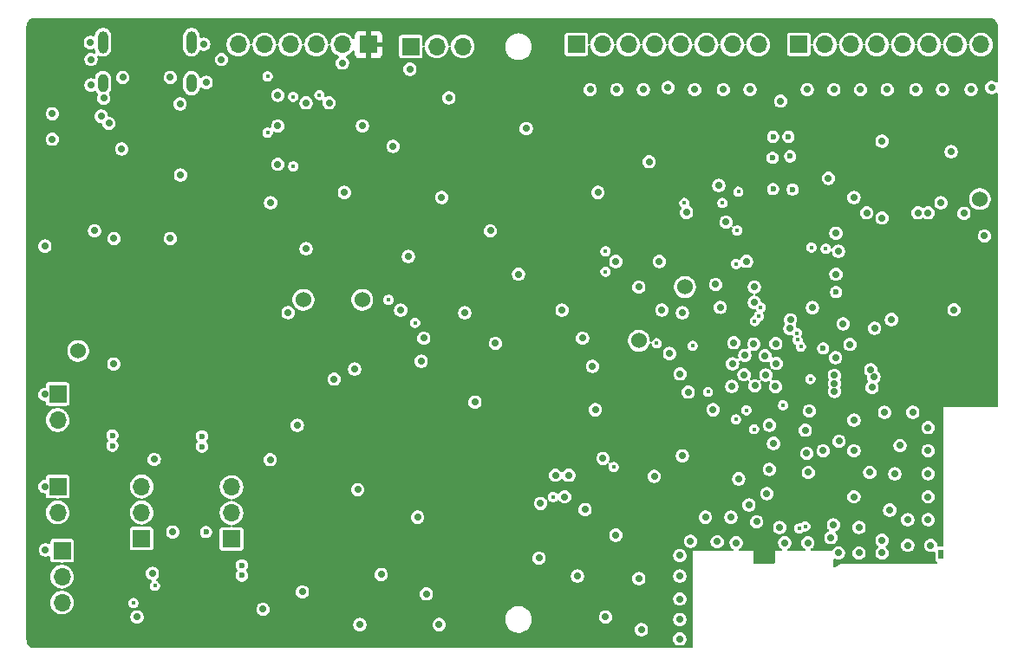
<source format=gbr>
%TF.GenerationSoftware,KiCad,Pcbnew,9.0.0*%
%TF.CreationDate,2025-05-06T12:07:41+02:00*%
%TF.ProjectId,Processing_board,50726f63-6573-4736-996e-675f626f6172,rev?*%
%TF.SameCoordinates,Original*%
%TF.FileFunction,Copper,L3,Inr*%
%TF.FilePolarity,Positive*%
%FSLAX46Y46*%
G04 Gerber Fmt 4.6, Leading zero omitted, Abs format (unit mm)*
G04 Created by KiCad (PCBNEW 9.0.0) date 2025-05-06 12:07:41*
%MOMM*%
%LPD*%
G01*
G04 APERTURE LIST*
%TA.AperFunction,ComponentPad*%
%ADD10R,0.500000X0.900000*%
%TD*%
%TA.AperFunction,ComponentPad*%
%ADD11R,1.700000X1.700000*%
%TD*%
%TA.AperFunction,ComponentPad*%
%ADD12O,1.700000X1.700000*%
%TD*%
%TA.AperFunction,ComponentPad*%
%ADD13C,1.530000*%
%TD*%
%TA.AperFunction,ComponentPad*%
%ADD14O,1.000000X1.800000*%
%TD*%
%TA.AperFunction,ComponentPad*%
%ADD15O,1.000000X2.200000*%
%TD*%
%TA.AperFunction,ViaPad*%
%ADD16C,0.700000*%
%TD*%
%TA.AperFunction,ViaPad*%
%ADD17C,0.600000*%
%TD*%
%TA.AperFunction,ViaPad*%
%ADD18C,0.400000*%
%TD*%
G04 APERTURE END LIST*
D10*
%TO.N,GND*%
%TO.C,AE1*%
X168250000Y-118600000D03*
%TD*%
D11*
%TO.N,/ADC/CH0*%
%TO.C,J1*%
X132640000Y-68800000D03*
D12*
%TO.N,/ADC/CH1*%
X135180000Y-68800000D03*
%TO.N,/ADC/CH2*%
X137720000Y-68800000D03*
%TO.N,/ADC/CH3*%
X140260000Y-68800000D03*
%TO.N,/ADC/CH4*%
X142800000Y-68800000D03*
%TO.N,/ADC/CH5*%
X145340000Y-68800000D03*
%TO.N,/ADC/CH6*%
X147880000Y-68800000D03*
%TO.N,/ADC/CH7*%
X150420000Y-68800000D03*
%TD*%
D13*
%TO.N,GND*%
%TO.C,TP1*%
X84000000Y-98750000D03*
%TD*%
D11*
%TO.N,GND*%
%TO.C,J4*%
X82425000Y-118275000D03*
D12*
%TO.N,/USART2_TX_CONN*%
X82425000Y-120815000D03*
%TO.N,/USART2_RX_CONN*%
X82425000Y-123355000D03*
%TD*%
D13*
%TO.N,/USART1_TX*%
%TO.C,TP13*%
X111750000Y-93750000D03*
%TD*%
D14*
%TO.N,GND*%
%TO.C,J11*%
X95070000Y-72577500D03*
X86430000Y-72577500D03*
D15*
X95070000Y-68577500D03*
X86430000Y-68577500D03*
%TD*%
D11*
%TO.N,/Power switching and voltage adaptation/Pre_LDO5V*%
%TO.C,J8*%
X90200000Y-117080000D03*
D12*
%TO.N,/Power*%
X90200000Y-114540000D03*
%TO.N,/Power switching and voltage adaptation/Skip_LDO5V*%
X90200000Y-112000000D03*
%TD*%
D11*
%TO.N,/ADC/CH8*%
%TO.C,J2*%
X154380000Y-68800000D03*
D12*
%TO.N,/ADC/CH9*%
X156920000Y-68800000D03*
%TO.N,/ADC/CH10*%
X159460000Y-68800000D03*
%TO.N,/ADC/CH11*%
X162000000Y-68800000D03*
%TO.N,/ADC/CH12*%
X164540000Y-68800000D03*
%TO.N,/ADC/CH13*%
X167080000Y-68800000D03*
%TO.N,/ADC/CH14*%
X169620000Y-68800000D03*
%TO.N,/ADC/CH15*%
X172160000Y-68800000D03*
%TD*%
D11*
%TO.N,GND*%
%TO.C,J5*%
X116475000Y-68975000D03*
D12*
%TO.N,/USART3_TX_CONN*%
X119015000Y-68975000D03*
%TO.N,/USART3_RX_CONN*%
X121555000Y-68975000D03*
%TD*%
D13*
%TO.N,/SPI3_MOSI*%
%TO.C,TP5*%
X138750000Y-97750000D03*
%TD*%
D11*
%TO.N,GND*%
%TO.C,J6*%
X82000000Y-112000000D03*
D12*
%TO.N,/Power*%
X82000000Y-114540000D03*
%TD*%
D13*
%TO.N,/SPI3_MISO*%
%TO.C,TP6*%
X143250000Y-92500000D03*
%TD*%
D11*
%TO.N,GND*%
%TO.C,J7*%
X82000000Y-102960000D03*
D12*
%TO.N,/EMG_modules_1.8V*%
X82000000Y-105500000D03*
%TD*%
D13*
%TO.N,GND*%
%TO.C,TP3*%
X172050000Y-83900000D03*
%TD*%
D11*
%TO.N,/Power switching and voltage adaptation/Post_LDO5V*%
%TO.C,J9*%
X98975000Y-117125000D03*
D12*
%TO.N,/Power switching and voltage adaptation/5V_Pre_PMOS*%
X98975000Y-114585000D03*
%TO.N,/Power switching and voltage adaptation/Skip_LDO5V*%
X98975000Y-112045000D03*
%TD*%
D13*
%TO.N,/USART1_RX*%
%TO.C,TP12*%
X106000000Y-93750000D03*
%TD*%
D11*
%TO.N,+3.3V*%
%TO.C,J3*%
X112340000Y-68800000D03*
D12*
%TO.N,GND*%
X109800000Y-68800000D03*
%TO.N,/SWD_NRST*%
X107260000Y-68800000D03*
%TO.N,/SWDIO*%
X104720000Y-68800000D03*
%TO.N,/SWCLK*%
X102180000Y-68800000D03*
%TO.N,/SWD_Traces*%
X99640000Y-68800000D03*
%TD*%
D16*
%TO.N,GND*%
X131250000Y-94750000D03*
X149025000Y-101075000D03*
X94000000Y-81540000D03*
X141750000Y-99000000D03*
X131500000Y-113000000D03*
X167000000Y-108500000D03*
X164250000Y-108000000D03*
X152125000Y-98025000D03*
X157960000Y-99410000D03*
X165000000Y-117750000D03*
X120200000Y-74000000D03*
D17*
X151865017Y-82919503D03*
D16*
X162500000Y-117250000D03*
X102050000Y-124000000D03*
X151500000Y-106000000D03*
X124750000Y-98000000D03*
X147265017Y-86144503D03*
X134500000Y-104500000D03*
X162750000Y-104750000D03*
X158000000Y-91250000D03*
X150020000Y-92500000D03*
D17*
X96095000Y-108092500D03*
D16*
X143800000Y-117350000D03*
X151500000Y-110325842D03*
X151904651Y-107780842D03*
X134750000Y-83250000D03*
X159365000Y-98110000D03*
X122750000Y-103750000D03*
X155200000Y-73200000D03*
X81480000Y-75550000D03*
X142750000Y-118750000D03*
X158299651Y-107575842D03*
X139200000Y-73200000D03*
X141600000Y-73000000D03*
X142736116Y-126906400D03*
X167000000Y-110750000D03*
X147000000Y-73200000D03*
X165000000Y-115250000D03*
X144200000Y-73200000D03*
X157860000Y-102710000D03*
X102750000Y-109375000D03*
X152600000Y-74319503D03*
X86500000Y-74050000D03*
X87000000Y-76500000D03*
X80750000Y-112000000D03*
X138750000Y-121000000D03*
X146400000Y-117400000D03*
X85600000Y-87000000D03*
X167000000Y-106250000D03*
X96250000Y-68750000D03*
X152175000Y-99975000D03*
X121750000Y-95000000D03*
X118000000Y-122500000D03*
X145250000Y-115000000D03*
X146250000Y-92250000D03*
X143000000Y-95000000D03*
X105900000Y-122300000D03*
X152500000Y-116000000D03*
D17*
X153365017Y-77819503D03*
D16*
X114750000Y-78750000D03*
D17*
X96095000Y-107092500D03*
D16*
X148500000Y-111250000D03*
X85200000Y-68600000D03*
X109800000Y-70600000D03*
X163418000Y-95673000D03*
X171200000Y-73200000D03*
X159750000Y-83750000D03*
X155250000Y-117500000D03*
X146700000Y-94500000D03*
X103500000Y-76750000D03*
X117750000Y-97500000D03*
X163750000Y-110750000D03*
X161000000Y-85250000D03*
X81480000Y-78050000D03*
X160400000Y-73200000D03*
D17*
X153515017Y-79719503D03*
D16*
X158250000Y-118500000D03*
X153000000Y-117500000D03*
X96500000Y-72500000D03*
X139750000Y-80250000D03*
X147825000Y-102200000D03*
X160250000Y-116000000D03*
X139000000Y-126000000D03*
X159750000Y-113000000D03*
X156750000Y-108500000D03*
X93000000Y-87750000D03*
X169525000Y-94716000D03*
X172500000Y-87500000D03*
X93950000Y-74610662D03*
X148025000Y-97950000D03*
X149100000Y-99175000D03*
X134225000Y-100250000D03*
X161767503Y-96527983D03*
X158000000Y-87233983D03*
X87500000Y-87750000D03*
X173200000Y-73000000D03*
X157800000Y-73200000D03*
X168400000Y-73200000D03*
X108500000Y-74500000D03*
X146000000Y-104500000D03*
X161700000Y-101300000D03*
X136600000Y-73200000D03*
D17*
X151815017Y-79869503D03*
D16*
X165800000Y-73200000D03*
X167000000Y-113000000D03*
X161400000Y-100600000D03*
X143400000Y-85200000D03*
X115500000Y-94750000D03*
X117150000Y-115000000D03*
X133250000Y-97500000D03*
X169250000Y-79250000D03*
X151150000Y-101100000D03*
X157839437Y-101129445D03*
X162500000Y-78250000D03*
X151075000Y-99200000D03*
X142780466Y-101000000D03*
X85250000Y-70250000D03*
X110000000Y-83250000D03*
X157265017Y-81869503D03*
X141000000Y-94750000D03*
X119250000Y-125500000D03*
X129000000Y-119000000D03*
D17*
X87347000Y-107002500D03*
D16*
X132750000Y-120750000D03*
X80750000Y-103000000D03*
X111500000Y-125500000D03*
X98000000Y-70250000D03*
X155395000Y-104600000D03*
X148250000Y-117500000D03*
D17*
X96488000Y-116447500D03*
D16*
X166000000Y-85250000D03*
D17*
X151865017Y-77819503D03*
D16*
X159750000Y-105500000D03*
X163000000Y-73200000D03*
X157750000Y-115750000D03*
X149270341Y-89994220D03*
X155700000Y-94510000D03*
X149600000Y-73200000D03*
X161299651Y-110625842D03*
X150250000Y-115450000D03*
X133500000Y-114250000D03*
X127000000Y-91250000D03*
X131900000Y-110900000D03*
X170500000Y-85293000D03*
X91425000Y-109350000D03*
X160250000Y-118500000D03*
X136500000Y-90000000D03*
X91250000Y-120500000D03*
X104500000Y-95000000D03*
X113590000Y-120600000D03*
X167250000Y-117750000D03*
X153500000Y-96549998D03*
X106250000Y-74500000D03*
X150075000Y-102150000D03*
X149975000Y-98075000D03*
X124250000Y-87000000D03*
X109000000Y-101500000D03*
X116250000Y-89500000D03*
X143570466Y-102770000D03*
X86250000Y-75800000D03*
X127750000Y-77000000D03*
X151250000Y-112700000D03*
X88250000Y-79000000D03*
X136500000Y-116750000D03*
X140250000Y-111000000D03*
X146565017Y-82569503D03*
X159750000Y-108500000D03*
X129150000Y-113650000D03*
X161525000Y-102310000D03*
X155299651Y-110625842D03*
X140750000Y-90000000D03*
X155000000Y-106500000D03*
X163250000Y-114300000D03*
X130600000Y-110895000D03*
X147900000Y-100000000D03*
D17*
X99988000Y-119697500D03*
D16*
X135250000Y-109250000D03*
X103500000Y-73750000D03*
X167000000Y-115250000D03*
X142750000Y-125000000D03*
X149500000Y-113800000D03*
X143000000Y-109000000D03*
X105395000Y-106020000D03*
X158700000Y-96100000D03*
X150020000Y-94000000D03*
X80800000Y-118200000D03*
X142750000Y-120750000D03*
X168250000Y-84250000D03*
X111000000Y-100500000D03*
D17*
X153765017Y-82969503D03*
D16*
X142750000Y-123000000D03*
X157860000Y-101910000D03*
X135500000Y-124750000D03*
X106250000Y-88750000D03*
X134000000Y-73200000D03*
X152100000Y-102225000D03*
X85250000Y-72750000D03*
X80750000Y-88500000D03*
X153550000Y-95700000D03*
D17*
X87347000Y-108002500D03*
D16*
X116400000Y-71200000D03*
X138750000Y-92500000D03*
X87480000Y-100020000D03*
X147750000Y-115000000D03*
X93238000Y-116447500D03*
X102800000Y-84250000D03*
X157500000Y-117000000D03*
X119500000Y-83750000D03*
X158250000Y-89000000D03*
X162500000Y-85750000D03*
D17*
X99988000Y-120697500D03*
D16*
X111750000Y-76750000D03*
X155150000Y-108750000D03*
X103500000Y-80500000D03*
X162500000Y-118500000D03*
X165500000Y-104750000D03*
X89750000Y-124750000D03*
D18*
%TO.N,/SWD_NRST*%
X107560000Y-73740000D03*
X130380000Y-113030000D03*
D16*
%TO.N,+3.3V*%
X100750000Y-90800000D03*
X146575000Y-95400000D03*
X101090000Y-99850000D03*
X146540015Y-81539504D03*
X86795000Y-77550000D03*
X157695000Y-96160000D03*
X147240017Y-85119503D03*
X101500000Y-84250000D03*
X90000000Y-81320000D03*
X99590000Y-99850000D03*
X99425000Y-109525000D03*
X153400000Y-115600000D03*
X159750000Y-84750000D03*
X144500000Y-102829017D03*
X112200000Y-71000000D03*
X98840000Y-99100000D03*
X89500000Y-120000000D03*
X151350000Y-105000000D03*
X94700000Y-109450000D03*
X96650000Y-109475000D03*
X149020000Y-92500000D03*
X88285000Y-83400000D03*
X117250000Y-108650000D03*
X86795000Y-78550000D03*
X85750000Y-85800000D03*
X100340000Y-99100000D03*
X101840000Y-99100000D03*
X117000000Y-78000000D03*
X160818000Y-96648000D03*
X152527839Y-95600000D03*
%TO.N,+5V*%
X117500000Y-99750000D03*
X167000000Y-85250000D03*
D17*
%TO.N,/VDD11*%
X156750000Y-98500000D03*
D18*
X154579000Y-98321000D03*
D17*
X158000000Y-93000000D03*
D18*
X155500000Y-101500000D03*
%TO.N,/SWDIO*%
X105000000Y-73900000D03*
X105000000Y-80700000D03*
%TO.N,/SWCLK*%
X102500000Y-71900000D03*
X102500000Y-77400000D03*
%TO.N,/USART2_RX*%
X145500000Y-102750000D03*
X89400000Y-123400000D03*
%TO.N,/USART2_TX*%
X91500000Y-121700000D03*
X136300000Y-110100000D03*
%TO.N,/USART3_RX*%
X148250000Y-90250000D03*
X135500000Y-89000000D03*
%TO.N,/USART3_TX*%
X150068319Y-95839309D03*
X135500000Y-91000000D03*
%TO.N,Net-(U1-NRST)*%
X150000000Y-106400000D03*
X152823775Y-104050000D03*
D16*
%TO.N,/USB-C circuit/USB_VBUS*%
X88350000Y-72000000D03*
X111295000Y-112295000D03*
X93000000Y-72000000D03*
D18*
%TO.N,/ANT_LOGIC_1*%
X155000000Y-115900000D03*
X149249684Y-104543209D03*
%TO.N,/USART1_RX*%
X116900000Y-96001000D03*
X150453955Y-95351469D03*
%TO.N,/USART1_TX*%
X114300000Y-93750000D03*
X150654362Y-94499294D03*
%TO.N,/ANT_LOGIC_2*%
X148233496Y-105432131D03*
X154417600Y-116095207D03*
%TO.N,/SPI3_MOSI*%
X144000000Y-98250000D03*
X143200000Y-84275000D03*
X146900000Y-84275000D03*
X140500000Y-98000000D03*
%TO.N,/SPI3_SCK*%
X148465103Y-83178803D03*
X148345000Y-86970000D03*
%TO.N,/ADC_GPIO2*%
X154202859Y-97000000D03*
X155615017Y-88634983D03*
%TO.N,/ADC_GPIO3*%
X157000000Y-88750000D03*
X154240380Y-97671000D03*
%TD*%
%TA.AperFunction,Conductor*%
%TO.N,+3.3V*%
G36*
X173006061Y-66201097D02*
G01*
X173016051Y-66202080D01*
X173143824Y-66214665D01*
X173167652Y-66219404D01*
X173294277Y-66257815D01*
X173316725Y-66267114D01*
X173433406Y-66329482D01*
X173453616Y-66342986D01*
X173555891Y-66426920D01*
X173573079Y-66444108D01*
X173657012Y-66546381D01*
X173670517Y-66566593D01*
X173732883Y-66683271D01*
X173742186Y-66705728D01*
X173780593Y-66832338D01*
X173785335Y-66856180D01*
X173798903Y-66993938D01*
X173799500Y-67006092D01*
X173799500Y-72386236D01*
X173779815Y-72453275D01*
X173727011Y-72499030D01*
X173657853Y-72508974D01*
X173606609Y-72489338D01*
X173508133Y-72423538D01*
X173508124Y-72423533D01*
X173389744Y-72374499D01*
X173389738Y-72374497D01*
X173264071Y-72349500D01*
X173264069Y-72349500D01*
X173135931Y-72349500D01*
X173135929Y-72349500D01*
X173010261Y-72374497D01*
X173010255Y-72374499D01*
X172891875Y-72423533D01*
X172891866Y-72423538D01*
X172785331Y-72494723D01*
X172785327Y-72494726D01*
X172694726Y-72585327D01*
X172694723Y-72585331D01*
X172623538Y-72691866D01*
X172623533Y-72691875D01*
X172574499Y-72810255D01*
X172574497Y-72810261D01*
X172549500Y-72935928D01*
X172549500Y-72935931D01*
X172549500Y-73064069D01*
X172549500Y-73064071D01*
X172549499Y-73064071D01*
X172574497Y-73189738D01*
X172574499Y-73189744D01*
X172623533Y-73308124D01*
X172623538Y-73308133D01*
X172694723Y-73414668D01*
X172694726Y-73414672D01*
X172785327Y-73505273D01*
X172785331Y-73505276D01*
X172891866Y-73576461D01*
X172891872Y-73576464D01*
X172891873Y-73576465D01*
X173010256Y-73625501D01*
X173010260Y-73625501D01*
X173010261Y-73625502D01*
X173135928Y-73650500D01*
X173135931Y-73650500D01*
X173264071Y-73650500D01*
X173348615Y-73633682D01*
X173389744Y-73625501D01*
X173508127Y-73576465D01*
X173606610Y-73510660D01*
X173673286Y-73489783D01*
X173740666Y-73508267D01*
X173787357Y-73560246D01*
X173799500Y-73613763D01*
X173799500Y-104126000D01*
X173779815Y-104193039D01*
X173727011Y-104238794D01*
X173675500Y-104250000D01*
X168500000Y-104250000D01*
X168500000Y-117725500D01*
X168480315Y-117792539D01*
X168427511Y-117838294D01*
X168376000Y-117849500D01*
X168024500Y-117849500D01*
X167957461Y-117829815D01*
X167911706Y-117777011D01*
X167900500Y-117725500D01*
X167900500Y-117685928D01*
X167875502Y-117560261D01*
X167875501Y-117560260D01*
X167875501Y-117560256D01*
X167826465Y-117441873D01*
X167826464Y-117441872D01*
X167826461Y-117441866D01*
X167755276Y-117335331D01*
X167755273Y-117335327D01*
X167664672Y-117244726D01*
X167664668Y-117244723D01*
X167558133Y-117173538D01*
X167558124Y-117173533D01*
X167439744Y-117124499D01*
X167439738Y-117124497D01*
X167314071Y-117099500D01*
X167314069Y-117099500D01*
X167185931Y-117099500D01*
X167185929Y-117099500D01*
X167060261Y-117124497D01*
X167060255Y-117124499D01*
X166941875Y-117173533D01*
X166941866Y-117173538D01*
X166835331Y-117244723D01*
X166835327Y-117244726D01*
X166744726Y-117335327D01*
X166744723Y-117335331D01*
X166673538Y-117441866D01*
X166673533Y-117441875D01*
X166624499Y-117560255D01*
X166624497Y-117560261D01*
X166599500Y-117685928D01*
X166599500Y-117685931D01*
X166599500Y-117814069D01*
X166599500Y-117814071D01*
X166599499Y-117814071D01*
X166624497Y-117939738D01*
X166624499Y-117939744D01*
X166673533Y-118058124D01*
X166673538Y-118058133D01*
X166744723Y-118164668D01*
X166744726Y-118164672D01*
X166835327Y-118255273D01*
X166835331Y-118255276D01*
X166941866Y-118326461D01*
X166941875Y-118326466D01*
X166947370Y-118328742D01*
X167060256Y-118375501D01*
X167060260Y-118375501D01*
X167060261Y-118375502D01*
X167185928Y-118400500D01*
X167185931Y-118400500D01*
X167314071Y-118400500D01*
X167398615Y-118383682D01*
X167439744Y-118375501D01*
X167528048Y-118338923D01*
X167597516Y-118331455D01*
X167659995Y-118362730D01*
X167695648Y-118422818D01*
X167699500Y-118453485D01*
X167699500Y-119094856D01*
X167699502Y-119094882D01*
X167702413Y-119119987D01*
X167702415Y-119119991D01*
X167747793Y-119222764D01*
X167747794Y-119222765D01*
X167827235Y-119302206D01*
X167849566Y-119312066D01*
X167902942Y-119357152D01*
X167923469Y-119423939D01*
X167904630Y-119491221D01*
X167852407Y-119537637D01*
X167799479Y-119549500D01*
X158655514Y-119549500D01*
X158468881Y-119579059D01*
X158289163Y-119637454D01*
X158120800Y-119723240D01*
X158047418Y-119776556D01*
X157967927Y-119834310D01*
X157967925Y-119834312D01*
X157967924Y-119834312D01*
X157961681Y-119840556D01*
X157900358Y-119874041D01*
X157830666Y-119869057D01*
X157774733Y-119827185D01*
X157750316Y-119761721D01*
X157750000Y-119752875D01*
X157750000Y-119180247D01*
X157769685Y-119113208D01*
X157822489Y-119067453D01*
X157891647Y-119057509D01*
X157936006Y-119074510D01*
X157936498Y-119073592D01*
X157941872Y-119076464D01*
X157941873Y-119076465D01*
X158060256Y-119125501D01*
X158060260Y-119125501D01*
X158060261Y-119125502D01*
X158185928Y-119150500D01*
X158185931Y-119150500D01*
X158314071Y-119150500D01*
X158398615Y-119133682D01*
X158439744Y-119125501D01*
X158558127Y-119076465D01*
X158664669Y-119005276D01*
X158755276Y-118914669D01*
X158826465Y-118808127D01*
X158875501Y-118689744D01*
X158896271Y-118585331D01*
X158900500Y-118564071D01*
X159599499Y-118564071D01*
X159624497Y-118689738D01*
X159624499Y-118689744D01*
X159673533Y-118808124D01*
X159673538Y-118808133D01*
X159744723Y-118914668D01*
X159744726Y-118914672D01*
X159835327Y-119005273D01*
X159835331Y-119005276D01*
X159941866Y-119076461D01*
X159941872Y-119076464D01*
X159941873Y-119076465D01*
X160060256Y-119125501D01*
X160060260Y-119125501D01*
X160060261Y-119125502D01*
X160185928Y-119150500D01*
X160185931Y-119150500D01*
X160314071Y-119150500D01*
X160398615Y-119133682D01*
X160439744Y-119125501D01*
X160558127Y-119076465D01*
X160664669Y-119005276D01*
X160755276Y-118914669D01*
X160826465Y-118808127D01*
X160875501Y-118689744D01*
X160896271Y-118585331D01*
X160900500Y-118564071D01*
X160900500Y-118435928D01*
X160875502Y-118310261D01*
X160875501Y-118310260D01*
X160875501Y-118310256D01*
X160827716Y-118194892D01*
X160826466Y-118191875D01*
X160826461Y-118191866D01*
X160755276Y-118085331D01*
X160755273Y-118085327D01*
X160664672Y-117994726D01*
X160664668Y-117994723D01*
X160558133Y-117923538D01*
X160558124Y-117923533D01*
X160439744Y-117874499D01*
X160439738Y-117874497D01*
X160314071Y-117849500D01*
X160314069Y-117849500D01*
X160185931Y-117849500D01*
X160185929Y-117849500D01*
X160060261Y-117874497D01*
X160060255Y-117874499D01*
X159941875Y-117923533D01*
X159941866Y-117923538D01*
X159835331Y-117994723D01*
X159835327Y-117994726D01*
X159744726Y-118085327D01*
X159744723Y-118085331D01*
X159673538Y-118191866D01*
X159673533Y-118191875D01*
X159624499Y-118310255D01*
X159624497Y-118310261D01*
X159599500Y-118435928D01*
X159599500Y-118435931D01*
X159599500Y-118564069D01*
X159599500Y-118564071D01*
X159599499Y-118564071D01*
X158900500Y-118564071D01*
X158900500Y-118435928D01*
X158875502Y-118310261D01*
X158875501Y-118310260D01*
X158875501Y-118310256D01*
X158827716Y-118194892D01*
X158826466Y-118191875D01*
X158826461Y-118191866D01*
X158755276Y-118085331D01*
X158755273Y-118085327D01*
X158664672Y-117994726D01*
X158664668Y-117994723D01*
X158558133Y-117923538D01*
X158558124Y-117923533D01*
X158439744Y-117874499D01*
X158439738Y-117874497D01*
X158314071Y-117849500D01*
X158314069Y-117849500D01*
X158185931Y-117849500D01*
X158185929Y-117849500D01*
X158060261Y-117874497D01*
X158060255Y-117874499D01*
X157941875Y-117923533D01*
X157941866Y-117923538D01*
X157835331Y-117994723D01*
X157835327Y-117994726D01*
X157744726Y-118085327D01*
X157744723Y-118085331D01*
X157673538Y-118191866D01*
X157673532Y-118191878D01*
X157649096Y-118250870D01*
X157605254Y-118305272D01*
X157538960Y-118327336D01*
X157533775Y-118327413D01*
X155603522Y-118315561D01*
X155536604Y-118295465D01*
X155491174Y-118242381D01*
X155481656Y-118173163D01*
X155511070Y-118109786D01*
X155552983Y-118079758D01*
X155552757Y-118079335D01*
X155555979Y-118077612D01*
X155556833Y-118077000D01*
X155558127Y-118076465D01*
X155664669Y-118005276D01*
X155755276Y-117914669D01*
X155826465Y-117808127D01*
X155875501Y-117689744D01*
X155891175Y-117610948D01*
X155900500Y-117564071D01*
X155900500Y-117435928D01*
X155875502Y-117310261D01*
X155875501Y-117310260D01*
X155875501Y-117310256D01*
X155826465Y-117191873D01*
X155826464Y-117191872D01*
X155826461Y-117191866D01*
X155755276Y-117085331D01*
X155755273Y-117085327D01*
X155734017Y-117064071D01*
X156849499Y-117064071D01*
X156874497Y-117189738D01*
X156874499Y-117189744D01*
X156923533Y-117308124D01*
X156923538Y-117308133D01*
X156994723Y-117414668D01*
X156994726Y-117414672D01*
X157085327Y-117505273D01*
X157085331Y-117505276D01*
X157191866Y-117576461D01*
X157191872Y-117576464D01*
X157191873Y-117576465D01*
X157310256Y-117625501D01*
X157310260Y-117625501D01*
X157310261Y-117625502D01*
X157435928Y-117650500D01*
X157435931Y-117650500D01*
X157564071Y-117650500D01*
X157669102Y-117629607D01*
X157689744Y-117625501D01*
X157808127Y-117576465D01*
X157914669Y-117505276D01*
X158005276Y-117414669D01*
X158072493Y-117314071D01*
X161849499Y-117314071D01*
X161874497Y-117439738D01*
X161874499Y-117439744D01*
X161923533Y-117558124D01*
X161923538Y-117558133D01*
X161994723Y-117664668D01*
X161994726Y-117664672D01*
X162085327Y-117755273D01*
X162085334Y-117755278D01*
X162110207Y-117771899D01*
X162155012Y-117825512D01*
X162163718Y-117894837D01*
X162133562Y-117957864D01*
X162110207Y-117978101D01*
X162085334Y-117994721D01*
X162085327Y-117994726D01*
X161994726Y-118085327D01*
X161994723Y-118085331D01*
X161923538Y-118191866D01*
X161923533Y-118191875D01*
X161874499Y-118310255D01*
X161874497Y-118310261D01*
X161849500Y-118435928D01*
X161849500Y-118435931D01*
X161849500Y-118564069D01*
X161849500Y-118564071D01*
X161849499Y-118564071D01*
X161874497Y-118689738D01*
X161874499Y-118689744D01*
X161923533Y-118808124D01*
X161923538Y-118808133D01*
X161994723Y-118914668D01*
X161994726Y-118914672D01*
X162085327Y-119005273D01*
X162085331Y-119005276D01*
X162191866Y-119076461D01*
X162191872Y-119076464D01*
X162191873Y-119076465D01*
X162310256Y-119125501D01*
X162310260Y-119125501D01*
X162310261Y-119125502D01*
X162435928Y-119150500D01*
X162435931Y-119150500D01*
X162564071Y-119150500D01*
X162648615Y-119133682D01*
X162689744Y-119125501D01*
X162808127Y-119076465D01*
X162914669Y-119005276D01*
X163005276Y-118914669D01*
X163076465Y-118808127D01*
X163125501Y-118689744D01*
X163146271Y-118585331D01*
X163150500Y-118564071D01*
X163150500Y-118435928D01*
X163125502Y-118310261D01*
X163125501Y-118310260D01*
X163125501Y-118310256D01*
X163077716Y-118194892D01*
X163076466Y-118191875D01*
X163076461Y-118191866D01*
X163005276Y-118085331D01*
X163005273Y-118085327D01*
X162914672Y-117994726D01*
X162914668Y-117994723D01*
X162889793Y-117978102D01*
X162844988Y-117924490D01*
X162836281Y-117855165D01*
X162855941Y-117814071D01*
X164349499Y-117814071D01*
X164374497Y-117939738D01*
X164374499Y-117939744D01*
X164423533Y-118058124D01*
X164423538Y-118058133D01*
X164494723Y-118164668D01*
X164494726Y-118164672D01*
X164585327Y-118255273D01*
X164585331Y-118255276D01*
X164691866Y-118326461D01*
X164691875Y-118326466D01*
X164697370Y-118328742D01*
X164810256Y-118375501D01*
X164810260Y-118375501D01*
X164810261Y-118375502D01*
X164935928Y-118400500D01*
X164935931Y-118400500D01*
X165064071Y-118400500D01*
X165148615Y-118383682D01*
X165189744Y-118375501D01*
X165308127Y-118326465D01*
X165414669Y-118255276D01*
X165505276Y-118164669D01*
X165576465Y-118058127D01*
X165625501Y-117939744D01*
X165638380Y-117875000D01*
X165650500Y-117814071D01*
X165650500Y-117685928D01*
X165625502Y-117560261D01*
X165625501Y-117560260D01*
X165625501Y-117560256D01*
X165576465Y-117441873D01*
X165576464Y-117441872D01*
X165576461Y-117441866D01*
X165505276Y-117335331D01*
X165505273Y-117335327D01*
X165414672Y-117244726D01*
X165414668Y-117244723D01*
X165308133Y-117173538D01*
X165308124Y-117173533D01*
X165189744Y-117124499D01*
X165189738Y-117124497D01*
X165064071Y-117099500D01*
X165064069Y-117099500D01*
X164935931Y-117099500D01*
X164935929Y-117099500D01*
X164810261Y-117124497D01*
X164810255Y-117124499D01*
X164691875Y-117173533D01*
X164691866Y-117173538D01*
X164585331Y-117244723D01*
X164585327Y-117244726D01*
X164494726Y-117335327D01*
X164494723Y-117335331D01*
X164423538Y-117441866D01*
X164423533Y-117441875D01*
X164374499Y-117560255D01*
X164374497Y-117560261D01*
X164349500Y-117685928D01*
X164349500Y-117685931D01*
X164349500Y-117814069D01*
X164349500Y-117814071D01*
X164349499Y-117814071D01*
X162855941Y-117814071D01*
X162866435Y-117792137D01*
X162889793Y-117771898D01*
X162900613Y-117764668D01*
X162914669Y-117755276D01*
X163005276Y-117664669D01*
X163031447Y-117625502D01*
X163041172Y-117610948D01*
X163041173Y-117610946D01*
X163076458Y-117558138D01*
X163076461Y-117558133D01*
X163076465Y-117558127D01*
X163125501Y-117439744D01*
X163142356Y-117355012D01*
X163150500Y-117314071D01*
X163150500Y-117185928D01*
X163125502Y-117060261D01*
X163125501Y-117060260D01*
X163125501Y-117060256D01*
X163076465Y-116941873D01*
X163076464Y-116941872D01*
X163076461Y-116941866D01*
X163005276Y-116835331D01*
X163005273Y-116835327D01*
X162914672Y-116744726D01*
X162914668Y-116744723D01*
X162808133Y-116673538D01*
X162808124Y-116673533D01*
X162689744Y-116624499D01*
X162689738Y-116624497D01*
X162564071Y-116599500D01*
X162564069Y-116599500D01*
X162435931Y-116599500D01*
X162435929Y-116599500D01*
X162310261Y-116624497D01*
X162310255Y-116624499D01*
X162191875Y-116673533D01*
X162191866Y-116673538D01*
X162085331Y-116744723D01*
X162085327Y-116744726D01*
X161994726Y-116835327D01*
X161994723Y-116835331D01*
X161923538Y-116941866D01*
X161923533Y-116941875D01*
X161874499Y-117060255D01*
X161874497Y-117060261D01*
X161849500Y-117185928D01*
X161849500Y-117185931D01*
X161849500Y-117314069D01*
X161849500Y-117314071D01*
X161849499Y-117314071D01*
X158072493Y-117314071D01*
X158076465Y-117308127D01*
X158125501Y-117189744D01*
X158128873Y-117172793D01*
X158132284Y-117155647D01*
X158150500Y-117064071D01*
X158150500Y-116935928D01*
X158125502Y-116810261D01*
X158125501Y-116810260D01*
X158125501Y-116810256D01*
X158076465Y-116691873D01*
X158076464Y-116691872D01*
X158076461Y-116691866D01*
X158005276Y-116585331D01*
X158005273Y-116585327D01*
X157968934Y-116548988D01*
X157935449Y-116487665D01*
X157940433Y-116417973D01*
X157982305Y-116362040D01*
X158009156Y-116346749D01*
X158058127Y-116326465D01*
X158164669Y-116255276D01*
X158255276Y-116164669D01*
X158322493Y-116064071D01*
X159599499Y-116064071D01*
X159624497Y-116189738D01*
X159624499Y-116189744D01*
X159673533Y-116308124D01*
X159673538Y-116308133D01*
X159744723Y-116414668D01*
X159744726Y-116414672D01*
X159835327Y-116505273D01*
X159835331Y-116505276D01*
X159941866Y-116576461D01*
X159941872Y-116576464D01*
X159941873Y-116576465D01*
X160060256Y-116625501D01*
X160060260Y-116625501D01*
X160060261Y-116625502D01*
X160185928Y-116650500D01*
X160185931Y-116650500D01*
X160314071Y-116650500D01*
X160398615Y-116633682D01*
X160439744Y-116625501D01*
X160558127Y-116576465D01*
X160664669Y-116505276D01*
X160755276Y-116414669D01*
X160826465Y-116308127D01*
X160875501Y-116189744D01*
X160885522Y-116139366D01*
X160900500Y-116064071D01*
X160900500Y-115935928D01*
X160875502Y-115810261D01*
X160875501Y-115810260D01*
X160875501Y-115810256D01*
X160826465Y-115691873D01*
X160826464Y-115691872D01*
X160826461Y-115691866D01*
X160755276Y-115585331D01*
X160755273Y-115585327D01*
X160664672Y-115494726D01*
X160664668Y-115494723D01*
X160558133Y-115423538D01*
X160558124Y-115423533D01*
X160439744Y-115374499D01*
X160439738Y-115374497D01*
X160314071Y-115349500D01*
X160314069Y-115349500D01*
X160185931Y-115349500D01*
X160185929Y-115349500D01*
X160060261Y-115374497D01*
X160060255Y-115374499D01*
X159941875Y-115423533D01*
X159941866Y-115423538D01*
X159835331Y-115494723D01*
X159835327Y-115494726D01*
X159744726Y-115585327D01*
X159744723Y-115585331D01*
X159673538Y-115691866D01*
X159673533Y-115691875D01*
X159624499Y-115810255D01*
X159624497Y-115810261D01*
X159599500Y-115935928D01*
X159599500Y-115935931D01*
X159599500Y-116064069D01*
X159599500Y-116064071D01*
X159599499Y-116064071D01*
X158322493Y-116064071D01*
X158326465Y-116058127D01*
X158375501Y-115939744D01*
X158377742Y-115928477D01*
X158382284Y-115905647D01*
X158400500Y-115814071D01*
X158400500Y-115685928D01*
X158375502Y-115560261D01*
X158375501Y-115560260D01*
X158375501Y-115560256D01*
X158326465Y-115441873D01*
X158326464Y-115441872D01*
X158326461Y-115441866D01*
X158255276Y-115335331D01*
X158255273Y-115335327D01*
X158234017Y-115314071D01*
X164349499Y-115314071D01*
X164374497Y-115439738D01*
X164374499Y-115439744D01*
X164423533Y-115558124D01*
X164423538Y-115558133D01*
X164494723Y-115664668D01*
X164494726Y-115664672D01*
X164585327Y-115755273D01*
X164585331Y-115755276D01*
X164691866Y-115826461D01*
X164691875Y-115826466D01*
X164718692Y-115837574D01*
X164810256Y-115875501D01*
X164810260Y-115875501D01*
X164810261Y-115875502D01*
X164935928Y-115900500D01*
X164935931Y-115900500D01*
X165064071Y-115900500D01*
X165148615Y-115883682D01*
X165189744Y-115875501D01*
X165308127Y-115826465D01*
X165414669Y-115755276D01*
X165505276Y-115664669D01*
X165576465Y-115558127D01*
X165625501Y-115439744D01*
X165636206Y-115385928D01*
X165650500Y-115314071D01*
X166349499Y-115314071D01*
X166374497Y-115439738D01*
X166374499Y-115439744D01*
X166423533Y-115558124D01*
X166423538Y-115558133D01*
X166494723Y-115664668D01*
X166494726Y-115664672D01*
X166585327Y-115755273D01*
X166585331Y-115755276D01*
X166691866Y-115826461D01*
X166691875Y-115826466D01*
X166718692Y-115837574D01*
X166810256Y-115875501D01*
X166810260Y-115875501D01*
X166810261Y-115875502D01*
X166935928Y-115900500D01*
X166935931Y-115900500D01*
X167064071Y-115900500D01*
X167148615Y-115883682D01*
X167189744Y-115875501D01*
X167308127Y-115826465D01*
X167414669Y-115755276D01*
X167505276Y-115664669D01*
X167576465Y-115558127D01*
X167625501Y-115439744D01*
X167636206Y-115385928D01*
X167650500Y-115314071D01*
X167650500Y-115185928D01*
X167625502Y-115060261D01*
X167625501Y-115060260D01*
X167625501Y-115060256D01*
X167587574Y-114968692D01*
X167576466Y-114941875D01*
X167576461Y-114941866D01*
X167505276Y-114835331D01*
X167505273Y-114835327D01*
X167414672Y-114744726D01*
X167414668Y-114744723D01*
X167308133Y-114673538D01*
X167308124Y-114673533D01*
X167189744Y-114624499D01*
X167189738Y-114624497D01*
X167064071Y-114599500D01*
X167064069Y-114599500D01*
X166935931Y-114599500D01*
X166935929Y-114599500D01*
X166810261Y-114624497D01*
X166810255Y-114624499D01*
X166691875Y-114673533D01*
X166691866Y-114673538D01*
X166585331Y-114744723D01*
X166585327Y-114744726D01*
X166494726Y-114835327D01*
X166494723Y-114835331D01*
X166423538Y-114941866D01*
X166423533Y-114941875D01*
X166374499Y-115060255D01*
X166374497Y-115060261D01*
X166349500Y-115185928D01*
X166349500Y-115185931D01*
X166349500Y-115314069D01*
X166349500Y-115314071D01*
X166349499Y-115314071D01*
X165650500Y-115314071D01*
X165650500Y-115185928D01*
X165625502Y-115060261D01*
X165625501Y-115060260D01*
X165625501Y-115060256D01*
X165587574Y-114968692D01*
X165576466Y-114941875D01*
X165576461Y-114941866D01*
X165505276Y-114835331D01*
X165505273Y-114835327D01*
X165414672Y-114744726D01*
X165414668Y-114744723D01*
X165308133Y-114673538D01*
X165308124Y-114673533D01*
X165189744Y-114624499D01*
X165189738Y-114624497D01*
X165064071Y-114599500D01*
X165064069Y-114599500D01*
X164935931Y-114599500D01*
X164935929Y-114599500D01*
X164810261Y-114624497D01*
X164810255Y-114624499D01*
X164691875Y-114673533D01*
X164691866Y-114673538D01*
X164585331Y-114744723D01*
X164585327Y-114744726D01*
X164494726Y-114835327D01*
X164494723Y-114835331D01*
X164423538Y-114941866D01*
X164423533Y-114941875D01*
X164374499Y-115060255D01*
X164374497Y-115060261D01*
X164349500Y-115185928D01*
X164349500Y-115185931D01*
X164349500Y-115314069D01*
X164349500Y-115314071D01*
X164349499Y-115314071D01*
X158234017Y-115314071D01*
X158164672Y-115244726D01*
X158164668Y-115244723D01*
X158058133Y-115173538D01*
X158058124Y-115173533D01*
X157939744Y-115124499D01*
X157939738Y-115124497D01*
X157814071Y-115099500D01*
X157814069Y-115099500D01*
X157685931Y-115099500D01*
X157685929Y-115099500D01*
X157560261Y-115124497D01*
X157560255Y-115124499D01*
X157441875Y-115173533D01*
X157441866Y-115173538D01*
X157335331Y-115244723D01*
X157335327Y-115244726D01*
X157244726Y-115335327D01*
X157244723Y-115335331D01*
X157173538Y-115441866D01*
X157173533Y-115441875D01*
X157124499Y-115560255D01*
X157124497Y-115560261D01*
X157099500Y-115685928D01*
X157099500Y-115685931D01*
X157099500Y-115814069D01*
X157099500Y-115814071D01*
X157099499Y-115814071D01*
X157124497Y-115939738D01*
X157124499Y-115939744D01*
X157173533Y-116058124D01*
X157173538Y-116058133D01*
X157244723Y-116164668D01*
X157244726Y-116164672D01*
X157281065Y-116201011D01*
X157314550Y-116262334D01*
X157309566Y-116332026D01*
X157267694Y-116387959D01*
X157240837Y-116403253D01*
X157191876Y-116423533D01*
X157191866Y-116423538D01*
X157085331Y-116494723D01*
X157085327Y-116494726D01*
X156994726Y-116585327D01*
X156994723Y-116585331D01*
X156923538Y-116691866D01*
X156923533Y-116691875D01*
X156874499Y-116810255D01*
X156874497Y-116810261D01*
X156849500Y-116935928D01*
X156849500Y-116935931D01*
X156849500Y-117064069D01*
X156849500Y-117064071D01*
X156849499Y-117064071D01*
X155734017Y-117064071D01*
X155664672Y-116994726D01*
X155664668Y-116994723D01*
X155558133Y-116923538D01*
X155558124Y-116923533D01*
X155439744Y-116874499D01*
X155439738Y-116874497D01*
X155314071Y-116849500D01*
X155314069Y-116849500D01*
X155185931Y-116849500D01*
X155185929Y-116849500D01*
X155060261Y-116874497D01*
X155060255Y-116874499D01*
X154941875Y-116923533D01*
X154941866Y-116923538D01*
X154835331Y-116994723D01*
X154835327Y-116994726D01*
X154744726Y-117085327D01*
X154744723Y-117085331D01*
X154673538Y-117191866D01*
X154673533Y-117191875D01*
X154624499Y-117310255D01*
X154624497Y-117310261D01*
X154599500Y-117435928D01*
X154599500Y-117435931D01*
X154599500Y-117564069D01*
X154599500Y-117564071D01*
X154599499Y-117564071D01*
X154624497Y-117689738D01*
X154624499Y-117689744D01*
X154673533Y-117808124D01*
X154673538Y-117808133D01*
X154744723Y-117914668D01*
X154744726Y-117914672D01*
X154835327Y-118005273D01*
X154835331Y-118005276D01*
X154941874Y-118076466D01*
X154944356Y-118077793D01*
X154945412Y-118078830D01*
X154946938Y-118079850D01*
X154946744Y-118080139D01*
X154994201Y-118126754D01*
X155009663Y-118194892D01*
X154985833Y-118260572D01*
X154930276Y-118302942D01*
X154885144Y-118311150D01*
X153378748Y-118301900D01*
X153311830Y-118281804D01*
X153266400Y-118228720D01*
X153256882Y-118159502D01*
X153286296Y-118096125D01*
X153310614Y-118074802D01*
X153414669Y-118005276D01*
X153505276Y-117914669D01*
X153576465Y-117808127D01*
X153625501Y-117689744D01*
X153641175Y-117610948D01*
X153650500Y-117564071D01*
X153650500Y-117435928D01*
X153625502Y-117310261D01*
X153625501Y-117310260D01*
X153625501Y-117310256D01*
X153576465Y-117191873D01*
X153576464Y-117191872D01*
X153576461Y-117191866D01*
X153505276Y-117085331D01*
X153505273Y-117085327D01*
X153414672Y-116994726D01*
X153414668Y-116994723D01*
X153308133Y-116923538D01*
X153308124Y-116923533D01*
X153189744Y-116874499D01*
X153189738Y-116874497D01*
X153064071Y-116849500D01*
X153064069Y-116849500D01*
X152935931Y-116849500D01*
X152935929Y-116849500D01*
X152810261Y-116874497D01*
X152810255Y-116874499D01*
X152691875Y-116923533D01*
X152691866Y-116923538D01*
X152585331Y-116994723D01*
X152585327Y-116994726D01*
X152494726Y-117085327D01*
X152494723Y-117085331D01*
X152423538Y-117191866D01*
X152423533Y-117191875D01*
X152374499Y-117310255D01*
X152374497Y-117310261D01*
X152349500Y-117435928D01*
X152349500Y-117435931D01*
X152349500Y-117564069D01*
X152349500Y-117564071D01*
X152349499Y-117564071D01*
X152374497Y-117689738D01*
X152374499Y-117689744D01*
X152423533Y-117808124D01*
X152423538Y-117808133D01*
X152494723Y-117914668D01*
X152494726Y-117914672D01*
X152585327Y-118005273D01*
X152585335Y-118005279D01*
X152682340Y-118070096D01*
X152727146Y-118123708D01*
X152735853Y-118193033D01*
X152705699Y-118256060D01*
X152646256Y-118292780D01*
X152612689Y-118297196D01*
X152050000Y-118293741D01*
X152049999Y-118293742D01*
X152030123Y-119058127D01*
X152020375Y-119433042D01*
X152020291Y-119436265D01*
X151998871Y-119502770D01*
X151944895Y-119547137D01*
X151896333Y-119557042D01*
X150074000Y-119557042D01*
X150006961Y-119537357D01*
X149961206Y-119484553D01*
X149950000Y-119433042D01*
X149950000Y-118293742D01*
X149949999Y-118293742D01*
X149913355Y-118293957D01*
X148630834Y-118301501D01*
X148563681Y-118282212D01*
X148517617Y-118229678D01*
X148507266Y-118160579D01*
X148535917Y-118096854D01*
X148561215Y-118074402D01*
X148605237Y-118044987D01*
X148664669Y-118005276D01*
X148755276Y-117914669D01*
X148826465Y-117808127D01*
X148875501Y-117689744D01*
X148891175Y-117610948D01*
X148900500Y-117564071D01*
X148900500Y-117435928D01*
X148875502Y-117310261D01*
X148875501Y-117310260D01*
X148875501Y-117310256D01*
X148826465Y-117191873D01*
X148826464Y-117191872D01*
X148826461Y-117191866D01*
X148755276Y-117085331D01*
X148755273Y-117085327D01*
X148664672Y-116994726D01*
X148664668Y-116994723D01*
X148558133Y-116923538D01*
X148558124Y-116923533D01*
X148439744Y-116874499D01*
X148439738Y-116874497D01*
X148314071Y-116849500D01*
X148314069Y-116849500D01*
X148185931Y-116849500D01*
X148185929Y-116849500D01*
X148060261Y-116874497D01*
X148060255Y-116874499D01*
X147941875Y-116923533D01*
X147941866Y-116923538D01*
X147835331Y-116994723D01*
X147835327Y-116994726D01*
X147744726Y-117085327D01*
X147744723Y-117085331D01*
X147673538Y-117191866D01*
X147673533Y-117191875D01*
X147624499Y-117310255D01*
X147624497Y-117310261D01*
X147599500Y-117435928D01*
X147599500Y-117435931D01*
X147599500Y-117564069D01*
X147599500Y-117564071D01*
X147599499Y-117564071D01*
X147624497Y-117689738D01*
X147624499Y-117689744D01*
X147673533Y-117808124D01*
X147673538Y-117808133D01*
X147744723Y-117914668D01*
X147744726Y-117914672D01*
X147835330Y-118005276D01*
X147945418Y-118078834D01*
X147990223Y-118132446D01*
X147998930Y-118201771D01*
X147968776Y-118264798D01*
X147909333Y-118301518D01*
X147877256Y-118305934D01*
X144000000Y-118328742D01*
X144000000Y-127675500D01*
X143980315Y-127742539D01*
X143927511Y-127788294D01*
X143876000Y-127799500D01*
X79756092Y-127799500D01*
X79743938Y-127798903D01*
X79606180Y-127785335D01*
X79582340Y-127780593D01*
X79455728Y-127742186D01*
X79433271Y-127732883D01*
X79316593Y-127670517D01*
X79296381Y-127657012D01*
X79194108Y-127573079D01*
X79176920Y-127555891D01*
X79116986Y-127482861D01*
X79092986Y-127453616D01*
X79079482Y-127433406D01*
X79067867Y-127411676D01*
X79017114Y-127316725D01*
X79007815Y-127294277D01*
X78969404Y-127167652D01*
X78964665Y-127143824D01*
X78951097Y-127006060D01*
X78950500Y-126993907D01*
X78950500Y-126970471D01*
X142085615Y-126970471D01*
X142110613Y-127096138D01*
X142110615Y-127096144D01*
X142159649Y-127214524D01*
X142159654Y-127214533D01*
X142230839Y-127321068D01*
X142230842Y-127321072D01*
X142321443Y-127411673D01*
X142321447Y-127411676D01*
X142427982Y-127482861D01*
X142427988Y-127482864D01*
X142427989Y-127482865D01*
X142546372Y-127531901D01*
X142546376Y-127531901D01*
X142546377Y-127531902D01*
X142644898Y-127551500D01*
X142644900Y-127551500D01*
X142672047Y-127556900D01*
X142800185Y-127556900D01*
X142827332Y-127551500D01*
X142827334Y-127551500D01*
X142894806Y-127538078D01*
X142925860Y-127531901D01*
X143044243Y-127482865D01*
X143150785Y-127411676D01*
X143241392Y-127321069D01*
X143312581Y-127214527D01*
X143361617Y-127096144D01*
X143369798Y-127055015D01*
X143386616Y-126970471D01*
X143386616Y-126842328D01*
X143361618Y-126716661D01*
X143361617Y-126716660D01*
X143361617Y-126716656D01*
X143312581Y-126598273D01*
X143312580Y-126598272D01*
X143312577Y-126598266D01*
X143241392Y-126491731D01*
X143241389Y-126491727D01*
X143150788Y-126401126D01*
X143150784Y-126401123D01*
X143044249Y-126329938D01*
X143044240Y-126329933D01*
X142925860Y-126280899D01*
X142925854Y-126280897D01*
X142800187Y-126255900D01*
X142800185Y-126255900D01*
X142672047Y-126255900D01*
X142672045Y-126255900D01*
X142546377Y-126280897D01*
X142546371Y-126280899D01*
X142427991Y-126329933D01*
X142427982Y-126329938D01*
X142321447Y-126401123D01*
X142321443Y-126401126D01*
X142230842Y-126491727D01*
X142230839Y-126491731D01*
X142159654Y-126598266D01*
X142159649Y-126598275D01*
X142110615Y-126716655D01*
X142110613Y-126716661D01*
X142085616Y-126842328D01*
X142085616Y-126842331D01*
X142085616Y-126970469D01*
X142085616Y-126970471D01*
X142085615Y-126970471D01*
X78950500Y-126970471D01*
X78950500Y-125564071D01*
X110849499Y-125564071D01*
X110874497Y-125689738D01*
X110874499Y-125689744D01*
X110923533Y-125808124D01*
X110923538Y-125808133D01*
X110994723Y-125914668D01*
X110994726Y-125914672D01*
X111085327Y-126005273D01*
X111085331Y-126005276D01*
X111191866Y-126076461D01*
X111191872Y-126076464D01*
X111191873Y-126076465D01*
X111310256Y-126125501D01*
X111310260Y-126125501D01*
X111310261Y-126125502D01*
X111435928Y-126150500D01*
X111435931Y-126150500D01*
X111564071Y-126150500D01*
X111648615Y-126133682D01*
X111689744Y-126125501D01*
X111808127Y-126076465D01*
X111914669Y-126005276D01*
X112005276Y-125914669D01*
X112076465Y-125808127D01*
X112125501Y-125689744D01*
X112146271Y-125585331D01*
X112150500Y-125564071D01*
X118599499Y-125564071D01*
X118624497Y-125689738D01*
X118624499Y-125689744D01*
X118673533Y-125808124D01*
X118673538Y-125808133D01*
X118744723Y-125914668D01*
X118744726Y-125914672D01*
X118835327Y-126005273D01*
X118835331Y-126005276D01*
X118941866Y-126076461D01*
X118941872Y-126076464D01*
X118941873Y-126076465D01*
X119060256Y-126125501D01*
X119060260Y-126125501D01*
X119060261Y-126125502D01*
X119185928Y-126150500D01*
X119185931Y-126150500D01*
X119314071Y-126150500D01*
X119398615Y-126133682D01*
X119439744Y-126125501D01*
X119558127Y-126076465D01*
X119664669Y-126005276D01*
X119755276Y-125914669D01*
X119826465Y-125808127D01*
X119875501Y-125689744D01*
X119896271Y-125585331D01*
X119900500Y-125564071D01*
X119900500Y-125435928D01*
X119875502Y-125310261D01*
X119875501Y-125310260D01*
X119875501Y-125310256D01*
X119826465Y-125191873D01*
X119826464Y-125191872D01*
X119826461Y-125191866D01*
X119755276Y-125085331D01*
X119755273Y-125085327D01*
X119664672Y-124994726D01*
X119664667Y-124994722D01*
X119558133Y-124923538D01*
X119558124Y-124923533D01*
X119495631Y-124897648D01*
X125699500Y-124897648D01*
X125699500Y-125102351D01*
X125731522Y-125304534D01*
X125794781Y-125499223D01*
X125887715Y-125681613D01*
X126008028Y-125847213D01*
X126152786Y-125991971D01*
X126269086Y-126076466D01*
X126318390Y-126112287D01*
X126434607Y-126171503D01*
X126500776Y-126205218D01*
X126500778Y-126205218D01*
X126500781Y-126205220D01*
X126605137Y-126239127D01*
X126695465Y-126268477D01*
X126773894Y-126280899D01*
X126897648Y-126300500D01*
X126897649Y-126300500D01*
X127102351Y-126300500D01*
X127102352Y-126300500D01*
X127304534Y-126268477D01*
X127499219Y-126205220D01*
X127681610Y-126112287D01*
X127747973Y-126064071D01*
X138349499Y-126064071D01*
X138374497Y-126189738D01*
X138374499Y-126189744D01*
X138423533Y-126308124D01*
X138423538Y-126308133D01*
X138494723Y-126414668D01*
X138494726Y-126414672D01*
X138585327Y-126505273D01*
X138585331Y-126505276D01*
X138691866Y-126576461D01*
X138691872Y-126576464D01*
X138691873Y-126576465D01*
X138810256Y-126625501D01*
X138810260Y-126625501D01*
X138810261Y-126625502D01*
X138935928Y-126650500D01*
X138935931Y-126650500D01*
X139064071Y-126650500D01*
X139148615Y-126633682D01*
X139189744Y-126625501D01*
X139308127Y-126576465D01*
X139414669Y-126505276D01*
X139505276Y-126414669D01*
X139576465Y-126308127D01*
X139625501Y-126189744D01*
X139648034Y-126076466D01*
X139650500Y-126064071D01*
X139650500Y-125935928D01*
X139625502Y-125810261D01*
X139625501Y-125810260D01*
X139625501Y-125810256D01*
X139576465Y-125691873D01*
X139576464Y-125691872D01*
X139576461Y-125691866D01*
X139505276Y-125585331D01*
X139505273Y-125585327D01*
X139414672Y-125494726D01*
X139414668Y-125494723D01*
X139308133Y-125423538D01*
X139308124Y-125423533D01*
X139189744Y-125374499D01*
X139189738Y-125374497D01*
X139064071Y-125349500D01*
X139064069Y-125349500D01*
X138935931Y-125349500D01*
X138935929Y-125349500D01*
X138810261Y-125374497D01*
X138810255Y-125374499D01*
X138691875Y-125423533D01*
X138691866Y-125423538D01*
X138585331Y-125494723D01*
X138585327Y-125494726D01*
X138494726Y-125585327D01*
X138494723Y-125585331D01*
X138423538Y-125691866D01*
X138423533Y-125691875D01*
X138374499Y-125810255D01*
X138374497Y-125810261D01*
X138349500Y-125935928D01*
X138349500Y-125935931D01*
X138349500Y-126064069D01*
X138349500Y-126064071D01*
X138349499Y-126064071D01*
X127747973Y-126064071D01*
X127774590Y-126044732D01*
X127847213Y-125991971D01*
X127847215Y-125991968D01*
X127847219Y-125991966D01*
X127991966Y-125847219D01*
X128112287Y-125681610D01*
X128205220Y-125499219D01*
X128268477Y-125304534D01*
X128300500Y-125102352D01*
X128300500Y-124897648D01*
X128287262Y-124814071D01*
X134849499Y-124814071D01*
X134874497Y-124939738D01*
X134874499Y-124939744D01*
X134923533Y-125058124D01*
X134923538Y-125058133D01*
X134994723Y-125164668D01*
X134994726Y-125164672D01*
X135085327Y-125255273D01*
X135085331Y-125255276D01*
X135191866Y-125326461D01*
X135191872Y-125326464D01*
X135191873Y-125326465D01*
X135310256Y-125375501D01*
X135310260Y-125375501D01*
X135310261Y-125375502D01*
X135435928Y-125400500D01*
X135435931Y-125400500D01*
X135564071Y-125400500D01*
X135648615Y-125383682D01*
X135689744Y-125375501D01*
X135808127Y-125326465D01*
X135914669Y-125255276D01*
X136005276Y-125164669D01*
X136072493Y-125064071D01*
X142099499Y-125064071D01*
X142124497Y-125189738D01*
X142124499Y-125189744D01*
X142173533Y-125308124D01*
X142173538Y-125308133D01*
X142244723Y-125414668D01*
X142244726Y-125414672D01*
X142335327Y-125505273D01*
X142335331Y-125505276D01*
X142441866Y-125576461D01*
X142441872Y-125576464D01*
X142441873Y-125576465D01*
X142560256Y-125625501D01*
X142560260Y-125625501D01*
X142560261Y-125625502D01*
X142685928Y-125650500D01*
X142685931Y-125650500D01*
X142814071Y-125650500D01*
X142898615Y-125633682D01*
X142939744Y-125625501D01*
X143058127Y-125576465D01*
X143164669Y-125505276D01*
X143255276Y-125414669D01*
X143326465Y-125308127D01*
X143375501Y-125189744D01*
X143396271Y-125085331D01*
X143400500Y-125064071D01*
X143400500Y-124935928D01*
X143375502Y-124810261D01*
X143375501Y-124810260D01*
X143375501Y-124810256D01*
X143329515Y-124699237D01*
X143326466Y-124691875D01*
X143326461Y-124691866D01*
X143255276Y-124585331D01*
X143255273Y-124585327D01*
X143164672Y-124494726D01*
X143164668Y-124494723D01*
X143058133Y-124423538D01*
X143058124Y-124423533D01*
X142939744Y-124374499D01*
X142939738Y-124374497D01*
X142814071Y-124349500D01*
X142814069Y-124349500D01*
X142685931Y-124349500D01*
X142685929Y-124349500D01*
X142560261Y-124374497D01*
X142560255Y-124374499D01*
X142441875Y-124423533D01*
X142441866Y-124423538D01*
X142335331Y-124494723D01*
X142335327Y-124494726D01*
X142244726Y-124585327D01*
X142244723Y-124585331D01*
X142173538Y-124691866D01*
X142173533Y-124691875D01*
X142124499Y-124810255D01*
X142124497Y-124810261D01*
X142099500Y-124935928D01*
X142099500Y-124935931D01*
X142099500Y-125064069D01*
X142099500Y-125064071D01*
X142099499Y-125064071D01*
X136072493Y-125064071D01*
X136076465Y-125058127D01*
X136125501Y-124939744D01*
X136133875Y-124897649D01*
X136150500Y-124814071D01*
X136150500Y-124685928D01*
X136125502Y-124560261D01*
X136125501Y-124560260D01*
X136125501Y-124560256D01*
X136076465Y-124441873D01*
X136076464Y-124441872D01*
X136076461Y-124441866D01*
X136005276Y-124335331D01*
X136005273Y-124335327D01*
X135914672Y-124244726D01*
X135914668Y-124244723D01*
X135808133Y-124173538D01*
X135808124Y-124173533D01*
X135689744Y-124124499D01*
X135689738Y-124124497D01*
X135564071Y-124099500D01*
X135564069Y-124099500D01*
X135435931Y-124099500D01*
X135435929Y-124099500D01*
X135310261Y-124124497D01*
X135310255Y-124124499D01*
X135191875Y-124173533D01*
X135191866Y-124173538D01*
X135085331Y-124244723D01*
X135085327Y-124244726D01*
X134994726Y-124335327D01*
X134994723Y-124335331D01*
X134923538Y-124441866D01*
X134923533Y-124441875D01*
X134874499Y-124560255D01*
X134874497Y-124560261D01*
X134849500Y-124685928D01*
X134849500Y-124685931D01*
X134849500Y-124814069D01*
X134849500Y-124814071D01*
X134849499Y-124814071D01*
X128287262Y-124814071D01*
X128268477Y-124695466D01*
X128205220Y-124500781D01*
X128205218Y-124500778D01*
X128205218Y-124500776D01*
X128165860Y-124423533D01*
X128112287Y-124318390D01*
X128104556Y-124307749D01*
X127991971Y-124152786D01*
X127847213Y-124008028D01*
X127681613Y-123887715D01*
X127681612Y-123887714D01*
X127681610Y-123887713D01*
X127624653Y-123858691D01*
X127499223Y-123794781D01*
X127304534Y-123731522D01*
X127129995Y-123703878D01*
X127102352Y-123699500D01*
X126897648Y-123699500D01*
X126873329Y-123703351D01*
X126695465Y-123731522D01*
X126500776Y-123794781D01*
X126318386Y-123887715D01*
X126152786Y-124008028D01*
X126008028Y-124152786D01*
X125887715Y-124318386D01*
X125794781Y-124500776D01*
X125731522Y-124695465D01*
X125699500Y-124897648D01*
X119495631Y-124897648D01*
X119439744Y-124874499D01*
X119439738Y-124874497D01*
X119314071Y-124849500D01*
X119314069Y-124849500D01*
X119185931Y-124849500D01*
X119185929Y-124849500D01*
X119060261Y-124874497D01*
X119060255Y-124874499D01*
X118941875Y-124923533D01*
X118941866Y-124923538D01*
X118835331Y-124994723D01*
X118835327Y-124994726D01*
X118744726Y-125085327D01*
X118744723Y-125085331D01*
X118673538Y-125191866D01*
X118673533Y-125191875D01*
X118624499Y-125310255D01*
X118624497Y-125310261D01*
X118599500Y-125435928D01*
X118599500Y-125435931D01*
X118599500Y-125564069D01*
X118599500Y-125564071D01*
X118599499Y-125564071D01*
X112150500Y-125564071D01*
X112150500Y-125435928D01*
X112125502Y-125310261D01*
X112125501Y-125310260D01*
X112125501Y-125310256D01*
X112076465Y-125191873D01*
X112076464Y-125191872D01*
X112076461Y-125191866D01*
X112005276Y-125085331D01*
X112005273Y-125085327D01*
X111914672Y-124994726D01*
X111914668Y-124994723D01*
X111808133Y-124923538D01*
X111808124Y-124923533D01*
X111689744Y-124874499D01*
X111689738Y-124874497D01*
X111564071Y-124849500D01*
X111564069Y-124849500D01*
X111435931Y-124849500D01*
X111435929Y-124849500D01*
X111310261Y-124874497D01*
X111310255Y-124874499D01*
X111191875Y-124923533D01*
X111191866Y-124923538D01*
X111085331Y-124994723D01*
X111085327Y-124994726D01*
X110994726Y-125085327D01*
X110994723Y-125085331D01*
X110923538Y-125191866D01*
X110923533Y-125191875D01*
X110874499Y-125310255D01*
X110874497Y-125310261D01*
X110849500Y-125435928D01*
X110849500Y-125435931D01*
X110849500Y-125564069D01*
X110849500Y-125564071D01*
X110849499Y-125564071D01*
X78950500Y-125564071D01*
X78950500Y-124814071D01*
X89099499Y-124814071D01*
X89124497Y-124939738D01*
X89124499Y-124939744D01*
X89173533Y-125058124D01*
X89173538Y-125058133D01*
X89244723Y-125164668D01*
X89244726Y-125164672D01*
X89335327Y-125255273D01*
X89335331Y-125255276D01*
X89441866Y-125326461D01*
X89441872Y-125326464D01*
X89441873Y-125326465D01*
X89560256Y-125375501D01*
X89560260Y-125375501D01*
X89560261Y-125375502D01*
X89685928Y-125400500D01*
X89685931Y-125400500D01*
X89814071Y-125400500D01*
X89898615Y-125383682D01*
X89939744Y-125375501D01*
X90058127Y-125326465D01*
X90164669Y-125255276D01*
X90255276Y-125164669D01*
X90326465Y-125058127D01*
X90375501Y-124939744D01*
X90383875Y-124897648D01*
X90400500Y-124814071D01*
X90400500Y-124685928D01*
X90375502Y-124560261D01*
X90375501Y-124560260D01*
X90375501Y-124560256D01*
X90326465Y-124441873D01*
X90326464Y-124441872D01*
X90326461Y-124441866D01*
X90255276Y-124335331D01*
X90255273Y-124335327D01*
X90164672Y-124244726D01*
X90164668Y-124244723D01*
X90058133Y-124173538D01*
X90058124Y-124173533D01*
X89939744Y-124124499D01*
X89939738Y-124124497D01*
X89814071Y-124099500D01*
X89814069Y-124099500D01*
X89685931Y-124099500D01*
X89685929Y-124099500D01*
X89663161Y-124104027D01*
X89663122Y-124104036D01*
X89560256Y-124124499D01*
X89518900Y-124141628D01*
X89518889Y-124141632D01*
X89441876Y-124173533D01*
X89441866Y-124173538D01*
X89335331Y-124244723D01*
X89335327Y-124244726D01*
X89244726Y-124335327D01*
X89244723Y-124335331D01*
X89173538Y-124441866D01*
X89173533Y-124441875D01*
X89124499Y-124560255D01*
X89124497Y-124560261D01*
X89099500Y-124685928D01*
X89099500Y-124685931D01*
X89099500Y-124814069D01*
X89099500Y-124814071D01*
X89099499Y-124814071D01*
X78950500Y-124814071D01*
X78950500Y-118264071D01*
X80149499Y-118264071D01*
X80174497Y-118389738D01*
X80174499Y-118389744D01*
X80223533Y-118508124D01*
X80223538Y-118508133D01*
X80294723Y-118614668D01*
X80294726Y-118614672D01*
X80385327Y-118705273D01*
X80385331Y-118705276D01*
X80491866Y-118776461D01*
X80491872Y-118776464D01*
X80491873Y-118776465D01*
X80610256Y-118825501D01*
X80610260Y-118825501D01*
X80610261Y-118825502D01*
X80735928Y-118850500D01*
X80735931Y-118850500D01*
X80864071Y-118850500D01*
X80948615Y-118833682D01*
X80989744Y-118825501D01*
X81103047Y-118778568D01*
X81172516Y-118771100D01*
X81234996Y-118802375D01*
X81270648Y-118862464D01*
X81274500Y-118893130D01*
X81274500Y-119169856D01*
X81274502Y-119169882D01*
X81277413Y-119194987D01*
X81277415Y-119194991D01*
X81322793Y-119297764D01*
X81322794Y-119297765D01*
X81402235Y-119377206D01*
X81505009Y-119422585D01*
X81530135Y-119425500D01*
X82267873Y-119425499D01*
X82334910Y-119445183D01*
X82380665Y-119497987D01*
X82390609Y-119567146D01*
X82361584Y-119630702D01*
X82302806Y-119668476D01*
X82287270Y-119671972D01*
X82155589Y-119692829D01*
X81983363Y-119748787D01*
X81983360Y-119748788D01*
X81822002Y-119831006D01*
X81675505Y-119937441D01*
X81675500Y-119937445D01*
X81547445Y-120065500D01*
X81547441Y-120065505D01*
X81441006Y-120212002D01*
X81358788Y-120373360D01*
X81358787Y-120373363D01*
X81302829Y-120545589D01*
X81274500Y-120724448D01*
X81274500Y-120905551D01*
X81302829Y-121084410D01*
X81358787Y-121256636D01*
X81358788Y-121256639D01*
X81401457Y-121340380D01*
X81439311Y-121414672D01*
X81441006Y-121417997D01*
X81547441Y-121564494D01*
X81547445Y-121564499D01*
X81675500Y-121692554D01*
X81675505Y-121692558D01*
X81776442Y-121765892D01*
X81822006Y-121798996D01*
X81921125Y-121849500D01*
X81983360Y-121881211D01*
X81983363Y-121881212D01*
X82069476Y-121909191D01*
X82155591Y-121937171D01*
X82228639Y-121948740D01*
X82315678Y-121962527D01*
X82378813Y-121992456D01*
X82415744Y-122051768D01*
X82414746Y-122121631D01*
X82376136Y-122179863D01*
X82315678Y-122207473D01*
X82155589Y-122232829D01*
X81983363Y-122288787D01*
X81983360Y-122288788D01*
X81822002Y-122371006D01*
X81675505Y-122477441D01*
X81675500Y-122477445D01*
X81547445Y-122605500D01*
X81547441Y-122605505D01*
X81441006Y-122752002D01*
X81358788Y-122913360D01*
X81358787Y-122913363D01*
X81302829Y-123085589D01*
X81274500Y-123264448D01*
X81274500Y-123445551D01*
X81302829Y-123624410D01*
X81358787Y-123796636D01*
X81358788Y-123796639D01*
X81394330Y-123866392D01*
X81429762Y-123935931D01*
X81441006Y-123957997D01*
X81547441Y-124104494D01*
X81547445Y-124104499D01*
X81675500Y-124232554D01*
X81675505Y-124232558D01*
X81779514Y-124308124D01*
X81822006Y-124338996D01*
X81927484Y-124392740D01*
X81983360Y-124421211D01*
X81983363Y-124421212D01*
X82046953Y-124441873D01*
X82155591Y-124477171D01*
X82238429Y-124490291D01*
X82334449Y-124505500D01*
X82334454Y-124505500D01*
X82515551Y-124505500D01*
X82602259Y-124491765D01*
X82694409Y-124477171D01*
X82866639Y-124421211D01*
X83027994Y-124338996D01*
X83174501Y-124232553D01*
X83302553Y-124104501D01*
X83331927Y-124064071D01*
X101399499Y-124064071D01*
X101424497Y-124189738D01*
X101424499Y-124189744D01*
X101473533Y-124308124D01*
X101473538Y-124308133D01*
X101544723Y-124414668D01*
X101544726Y-124414672D01*
X101635328Y-124505274D01*
X101741866Y-124576461D01*
X101741872Y-124576464D01*
X101741873Y-124576465D01*
X101860256Y-124625501D01*
X101860260Y-124625501D01*
X101860261Y-124625502D01*
X101985928Y-124650500D01*
X101985931Y-124650500D01*
X102114071Y-124650500D01*
X102198615Y-124633682D01*
X102239744Y-124625501D01*
X102358127Y-124576465D01*
X102464669Y-124505276D01*
X102464668Y-124505276D01*
X102464672Y-124505274D01*
X102464672Y-124505273D01*
X102555273Y-124414672D01*
X102555276Y-124414669D01*
X102626465Y-124308127D01*
X102675501Y-124189744D01*
X102685071Y-124141632D01*
X102700500Y-124064071D01*
X102700500Y-123935928D01*
X102675502Y-123810261D01*
X102675501Y-123810260D01*
X102675501Y-123810256D01*
X102632861Y-123707314D01*
X102626466Y-123691875D01*
X102626461Y-123691866D01*
X102555276Y-123585331D01*
X102555273Y-123585327D01*
X102464672Y-123494726D01*
X102464668Y-123494723D01*
X102358133Y-123423538D01*
X102358124Y-123423533D01*
X102239744Y-123374499D01*
X102239738Y-123374497D01*
X102114071Y-123349500D01*
X102114069Y-123349500D01*
X101985931Y-123349500D01*
X101985929Y-123349500D01*
X101860261Y-123374497D01*
X101860255Y-123374499D01*
X101741875Y-123423533D01*
X101741866Y-123423538D01*
X101635331Y-123494723D01*
X101635327Y-123494726D01*
X101544726Y-123585327D01*
X101544723Y-123585331D01*
X101473538Y-123691866D01*
X101473533Y-123691875D01*
X101424499Y-123810255D01*
X101424497Y-123810261D01*
X101399500Y-123935928D01*
X101399500Y-123935931D01*
X101399500Y-124064069D01*
X101399500Y-124064071D01*
X101399499Y-124064071D01*
X83331927Y-124064071D01*
X83408996Y-123957994D01*
X83491211Y-123796639D01*
X83547171Y-123624409D01*
X83567711Y-123494724D01*
X83575500Y-123445551D01*
X83575500Y-123334108D01*
X88899500Y-123334108D01*
X88899500Y-123465892D01*
X88907226Y-123494726D01*
X88933608Y-123593187D01*
X88966554Y-123650250D01*
X88999500Y-123707314D01*
X89092686Y-123800500D01*
X89206814Y-123866392D01*
X89334108Y-123900500D01*
X89334110Y-123900500D01*
X89460753Y-123900500D01*
X89465892Y-123900500D01*
X89593186Y-123866392D01*
X89707314Y-123800500D01*
X89800500Y-123707314D01*
X89866392Y-123593186D01*
X89900500Y-123465892D01*
X89900500Y-123334108D01*
X89866392Y-123206814D01*
X89800500Y-123092686D01*
X89707314Y-122999500D01*
X89597210Y-122935931D01*
X89593187Y-122933608D01*
X89517619Y-122913360D01*
X89465892Y-122899500D01*
X89334108Y-122899500D01*
X89206812Y-122933608D01*
X89092686Y-122999500D01*
X89092683Y-122999502D01*
X88999502Y-123092683D01*
X88999500Y-123092686D01*
X88933608Y-123206812D01*
X88906460Y-123308133D01*
X88899500Y-123334108D01*
X83575500Y-123334108D01*
X83575500Y-123264448D01*
X83559019Y-123160397D01*
X83547171Y-123085591D01*
X83503278Y-122950500D01*
X83491212Y-122913363D01*
X83491211Y-122913360D01*
X83462740Y-122857484D01*
X83408996Y-122752006D01*
X83381869Y-122714669D01*
X83302558Y-122605505D01*
X83302554Y-122605500D01*
X83174499Y-122477445D01*
X83174494Y-122477441D01*
X83027997Y-122371006D01*
X83027996Y-122371005D01*
X83027994Y-122371004D01*
X83014388Y-122364071D01*
X105249499Y-122364071D01*
X105274497Y-122489738D01*
X105274499Y-122489744D01*
X105323533Y-122608124D01*
X105323538Y-122608133D01*
X105394723Y-122714668D01*
X105394726Y-122714672D01*
X105485327Y-122805273D01*
X105485331Y-122805276D01*
X105591866Y-122876461D01*
X105591872Y-122876464D01*
X105591873Y-122876465D01*
X105710256Y-122925501D01*
X105710260Y-122925501D01*
X105710261Y-122925502D01*
X105835928Y-122950500D01*
X105835931Y-122950500D01*
X105964071Y-122950500D01*
X106048988Y-122933608D01*
X106089744Y-122925501D01*
X106208127Y-122876465D01*
X106314669Y-122805276D01*
X106405276Y-122714669D01*
X106476465Y-122608127D01*
X106494714Y-122564071D01*
X117349499Y-122564071D01*
X117374497Y-122689738D01*
X117374499Y-122689744D01*
X117423533Y-122808124D01*
X117423538Y-122808133D01*
X117494723Y-122914668D01*
X117494726Y-122914672D01*
X117585327Y-123005273D01*
X117585331Y-123005276D01*
X117691866Y-123076461D01*
X117691872Y-123076464D01*
X117691873Y-123076465D01*
X117810256Y-123125501D01*
X117810260Y-123125501D01*
X117810261Y-123125502D01*
X117935928Y-123150500D01*
X117935931Y-123150500D01*
X118064071Y-123150500D01*
X118148615Y-123133682D01*
X118189744Y-123125501D01*
X118308127Y-123076465D01*
X118326676Y-123064071D01*
X142099499Y-123064071D01*
X142124497Y-123189738D01*
X142124499Y-123189744D01*
X142173533Y-123308124D01*
X142173538Y-123308133D01*
X142244723Y-123414668D01*
X142244726Y-123414672D01*
X142335327Y-123505273D01*
X142335331Y-123505276D01*
X142441866Y-123576461D01*
X142441872Y-123576464D01*
X142441873Y-123576465D01*
X142560256Y-123625501D01*
X142560260Y-123625501D01*
X142560261Y-123625502D01*
X142685928Y-123650500D01*
X142685931Y-123650500D01*
X142814071Y-123650500D01*
X142898615Y-123633682D01*
X142939744Y-123625501D01*
X143058127Y-123576465D01*
X143164669Y-123505276D01*
X143255276Y-123414669D01*
X143326465Y-123308127D01*
X143375501Y-123189744D01*
X143396219Y-123085591D01*
X143400500Y-123064071D01*
X143400500Y-122935928D01*
X143375502Y-122810261D01*
X143375501Y-122810260D01*
X143375501Y-122810256D01*
X143326465Y-122691873D01*
X143326464Y-122691872D01*
X143326461Y-122691866D01*
X143255276Y-122585331D01*
X143255273Y-122585327D01*
X143164672Y-122494726D01*
X143164668Y-122494723D01*
X143058133Y-122423538D01*
X143058124Y-122423533D01*
X142939744Y-122374499D01*
X142939738Y-122374497D01*
X142814071Y-122349500D01*
X142814069Y-122349500D01*
X142685931Y-122349500D01*
X142685929Y-122349500D01*
X142560261Y-122374497D01*
X142560255Y-122374499D01*
X142441875Y-122423533D01*
X142441866Y-122423538D01*
X142335331Y-122494723D01*
X142335327Y-122494726D01*
X142244726Y-122585327D01*
X142244723Y-122585331D01*
X142173538Y-122691866D01*
X142173533Y-122691875D01*
X142124499Y-122810255D01*
X142124497Y-122810261D01*
X142099500Y-122935928D01*
X142099500Y-122935931D01*
X142099500Y-123064069D01*
X142099500Y-123064071D01*
X142099499Y-123064071D01*
X118326676Y-123064071D01*
X118414669Y-123005276D01*
X118505276Y-122914669D01*
X118521393Y-122890548D01*
X118541172Y-122860948D01*
X118541173Y-122860946D01*
X118576458Y-122808138D01*
X118576461Y-122808133D01*
X118576465Y-122808127D01*
X118625501Y-122689744D01*
X118646271Y-122585331D01*
X118650500Y-122564071D01*
X118650500Y-122435928D01*
X118625502Y-122310261D01*
X118625501Y-122310260D01*
X118625501Y-122310256D01*
X118581695Y-122204500D01*
X118576466Y-122191875D01*
X118576461Y-122191866D01*
X118505276Y-122085331D01*
X118505273Y-122085327D01*
X118414672Y-121994726D01*
X118414668Y-121994723D01*
X118308133Y-121923538D01*
X118308124Y-121923533D01*
X118189744Y-121874499D01*
X118189738Y-121874497D01*
X118064071Y-121849500D01*
X118064069Y-121849500D01*
X117935931Y-121849500D01*
X117935929Y-121849500D01*
X117810261Y-121874497D01*
X117810255Y-121874499D01*
X117691875Y-121923533D01*
X117691866Y-121923538D01*
X117585331Y-121994723D01*
X117585327Y-121994726D01*
X117494726Y-122085327D01*
X117494723Y-122085331D01*
X117423538Y-122191866D01*
X117423533Y-122191875D01*
X117374499Y-122310255D01*
X117374497Y-122310261D01*
X117349500Y-122435928D01*
X117349500Y-122435931D01*
X117349500Y-122564069D01*
X117349500Y-122564071D01*
X117349499Y-122564071D01*
X106494714Y-122564071D01*
X106525501Y-122489744D01*
X106529550Y-122469387D01*
X106542230Y-122405647D01*
X106542230Y-122405646D01*
X106549120Y-122371006D01*
X106550500Y-122364069D01*
X106550500Y-122235931D01*
X106550500Y-122235928D01*
X106525502Y-122110261D01*
X106525501Y-122110260D01*
X106525501Y-122110256D01*
X106482861Y-122007314D01*
X106476466Y-121991875D01*
X106476461Y-121991866D01*
X106405276Y-121885331D01*
X106405273Y-121885327D01*
X106314672Y-121794726D01*
X106314668Y-121794723D01*
X106208133Y-121723538D01*
X106208124Y-121723533D01*
X106089744Y-121674499D01*
X106089738Y-121674497D01*
X105964071Y-121649500D01*
X105964069Y-121649500D01*
X105835931Y-121649500D01*
X105835929Y-121649500D01*
X105710261Y-121674497D01*
X105710255Y-121674499D01*
X105591875Y-121723533D01*
X105591866Y-121723538D01*
X105485331Y-121794723D01*
X105485327Y-121794726D01*
X105394726Y-121885327D01*
X105394723Y-121885331D01*
X105323538Y-121991866D01*
X105323533Y-121991875D01*
X105274499Y-122110255D01*
X105274497Y-122110261D01*
X105249500Y-122235928D01*
X105249500Y-122235931D01*
X105249500Y-122364069D01*
X105249500Y-122364071D01*
X105249499Y-122364071D01*
X83014388Y-122364071D01*
X82976300Y-122344664D01*
X82866639Y-122288788D01*
X82866636Y-122288787D01*
X82694410Y-122232829D01*
X82534321Y-122207473D01*
X82471186Y-122177544D01*
X82434255Y-122118232D01*
X82435253Y-122048370D01*
X82473863Y-121990137D01*
X82534321Y-121962527D01*
X82604425Y-121951422D01*
X82694409Y-121937171D01*
X82866639Y-121881211D01*
X83027994Y-121798996D01*
X83174501Y-121692553D01*
X83302553Y-121564501D01*
X83408996Y-121417994D01*
X83491211Y-121256639D01*
X83547171Y-121084409D01*
X83570688Y-120935928D01*
X83575500Y-120905551D01*
X83575500Y-120724448D01*
X83553465Y-120585331D01*
X83550098Y-120564071D01*
X90599499Y-120564071D01*
X90624497Y-120689738D01*
X90624499Y-120689744D01*
X90673533Y-120808124D01*
X90673538Y-120808133D01*
X90744723Y-120914668D01*
X90744726Y-120914672D01*
X90835327Y-121005273D01*
X90835331Y-121005276D01*
X90941866Y-121076461D01*
X90941872Y-121076464D01*
X90941873Y-121076465D01*
X91060256Y-121125501D01*
X91060258Y-121125501D01*
X91060260Y-121125502D01*
X91088316Y-121131083D01*
X91150226Y-121163469D01*
X91184800Y-121224185D01*
X91181059Y-121293954D01*
X91151805Y-121340380D01*
X91099503Y-121392682D01*
X91099500Y-121392686D01*
X91033608Y-121506812D01*
X91018153Y-121564494D01*
X90999500Y-121634108D01*
X90999500Y-121765892D01*
X91007226Y-121794726D01*
X91033608Y-121893187D01*
X91051129Y-121923533D01*
X91099500Y-122007314D01*
X91192686Y-122100500D01*
X91306814Y-122166392D01*
X91434108Y-122200500D01*
X91434110Y-122200500D01*
X91565890Y-122200500D01*
X91565892Y-122200500D01*
X91693186Y-122166392D01*
X91807314Y-122100500D01*
X91900500Y-122007314D01*
X91966392Y-121893186D01*
X92000500Y-121765892D01*
X92000500Y-121634108D01*
X91966392Y-121506814D01*
X91900500Y-121392686D01*
X91807314Y-121299500D01*
X91741421Y-121261456D01*
X91693185Y-121233607D01*
X91685682Y-121230500D01*
X91686175Y-121229308D01*
X91633602Y-121197259D01*
X91603077Y-121134410D01*
X91611377Y-121065035D01*
X91655866Y-121011160D01*
X91656318Y-121010855D01*
X91664669Y-121005276D01*
X91755276Y-120914669D01*
X91826465Y-120808127D01*
X91875501Y-120689744D01*
X91896271Y-120585331D01*
X91900500Y-120564071D01*
X91900500Y-120435928D01*
X91875502Y-120310261D01*
X91875501Y-120310260D01*
X91875501Y-120310256D01*
X91826465Y-120191873D01*
X91826464Y-120191872D01*
X91826461Y-120191866D01*
X91755276Y-120085331D01*
X91755273Y-120085327D01*
X91664672Y-119994726D01*
X91664668Y-119994723D01*
X91558133Y-119923538D01*
X91558124Y-119923533D01*
X91439744Y-119874499D01*
X91439738Y-119874497D01*
X91314071Y-119849500D01*
X91314069Y-119849500D01*
X91185931Y-119849500D01*
X91185929Y-119849500D01*
X91060261Y-119874497D01*
X91060255Y-119874499D01*
X90941875Y-119923533D01*
X90941866Y-119923538D01*
X90835331Y-119994723D01*
X90835327Y-119994726D01*
X90744726Y-120085327D01*
X90744723Y-120085331D01*
X90673538Y-120191866D01*
X90673533Y-120191875D01*
X90624499Y-120310255D01*
X90624497Y-120310261D01*
X90599500Y-120435928D01*
X90599500Y-120435931D01*
X90599500Y-120564069D01*
X90599500Y-120564071D01*
X90599499Y-120564071D01*
X83550098Y-120564071D01*
X83547171Y-120545591D01*
X83547170Y-120545587D01*
X83522012Y-120468156D01*
X83491212Y-120373363D01*
X83491211Y-120373360D01*
X83456798Y-120305822D01*
X83408996Y-120212006D01*
X83345419Y-120124499D01*
X83302558Y-120065505D01*
X83302554Y-120065500D01*
X83174499Y-119937445D01*
X83174494Y-119937441D01*
X83027997Y-119831006D01*
X83027996Y-119831005D01*
X83027994Y-119831004D01*
X82976300Y-119804664D01*
X82866639Y-119748788D01*
X82866633Y-119748786D01*
X82803418Y-119728247D01*
X82803417Y-119728247D01*
X82694410Y-119692829D01*
X82562728Y-119671972D01*
X82499594Y-119642042D01*
X82484900Y-119618443D01*
X99387500Y-119618443D01*
X99387500Y-119776557D01*
X99426884Y-119923538D01*
X99428423Y-119929283D01*
X99428426Y-119929290D01*
X99507475Y-120066209D01*
X99507481Y-120066217D01*
X99551083Y-120109819D01*
X99584568Y-120171142D01*
X99579584Y-120240834D01*
X99551083Y-120285181D01*
X99507481Y-120328782D01*
X99507475Y-120328790D01*
X99428426Y-120465709D01*
X99428424Y-120465714D01*
X99428423Y-120465716D01*
X99387500Y-120618443D01*
X99387500Y-120776557D01*
X99422090Y-120905647D01*
X99428423Y-120929283D01*
X99428426Y-120929290D01*
X99507475Y-121066209D01*
X99507479Y-121066214D01*
X99507480Y-121066216D01*
X99619284Y-121178020D01*
X99619286Y-121178021D01*
X99619290Y-121178024D01*
X99755452Y-121256636D01*
X99756216Y-121257077D01*
X99908943Y-121298000D01*
X99908945Y-121298000D01*
X100067055Y-121298000D01*
X100067057Y-121298000D01*
X100219784Y-121257077D01*
X100356716Y-121178020D01*
X100468520Y-121066216D01*
X100547577Y-120929284D01*
X100588500Y-120776557D01*
X100588500Y-120664071D01*
X112939499Y-120664071D01*
X112964497Y-120789738D01*
X112964499Y-120789744D01*
X113013533Y-120908124D01*
X113013538Y-120908133D01*
X113084723Y-121014668D01*
X113084726Y-121014672D01*
X113175327Y-121105273D01*
X113175331Y-121105276D01*
X113281866Y-121176461D01*
X113281875Y-121176466D01*
X113308692Y-121187574D01*
X113400256Y-121225501D01*
X113400260Y-121225501D01*
X113400261Y-121225502D01*
X113525928Y-121250500D01*
X113525931Y-121250500D01*
X113654071Y-121250500D01*
X113738988Y-121233608D01*
X113779744Y-121225501D01*
X113898127Y-121176465D01*
X114004669Y-121105276D01*
X114095276Y-121014669D01*
X114166465Y-120908127D01*
X114205424Y-120814071D01*
X132099499Y-120814071D01*
X132124497Y-120939738D01*
X132124499Y-120939744D01*
X132173533Y-121058124D01*
X132173538Y-121058133D01*
X132244723Y-121164668D01*
X132244726Y-121164672D01*
X132335327Y-121255273D01*
X132335331Y-121255276D01*
X132441866Y-121326461D01*
X132441872Y-121326464D01*
X132441873Y-121326465D01*
X132560256Y-121375501D01*
X132560260Y-121375501D01*
X132560261Y-121375502D01*
X132685928Y-121400500D01*
X132685931Y-121400500D01*
X132814071Y-121400500D01*
X132898615Y-121383682D01*
X132939744Y-121375501D01*
X133058127Y-121326465D01*
X133164669Y-121255276D01*
X133255276Y-121164669D01*
X133322493Y-121064071D01*
X138099499Y-121064071D01*
X138124497Y-121189738D01*
X138124499Y-121189744D01*
X138173533Y-121308124D01*
X138173538Y-121308133D01*
X138244723Y-121414668D01*
X138244726Y-121414672D01*
X138335327Y-121505273D01*
X138335331Y-121505276D01*
X138441866Y-121576461D01*
X138441872Y-121576464D01*
X138441873Y-121576465D01*
X138560256Y-121625501D01*
X138560260Y-121625501D01*
X138560261Y-121625502D01*
X138685928Y-121650500D01*
X138685931Y-121650500D01*
X138814071Y-121650500D01*
X138898615Y-121633682D01*
X138939744Y-121625501D01*
X139058127Y-121576465D01*
X139164669Y-121505276D01*
X139255276Y-121414669D01*
X139326465Y-121308127D01*
X139375501Y-121189744D01*
X139398034Y-121076466D01*
X139400500Y-121064071D01*
X139400500Y-120935928D01*
X139376260Y-120814071D01*
X142099499Y-120814071D01*
X142124497Y-120939738D01*
X142124499Y-120939744D01*
X142173533Y-121058124D01*
X142173538Y-121058133D01*
X142244723Y-121164668D01*
X142244726Y-121164672D01*
X142335327Y-121255273D01*
X142335331Y-121255276D01*
X142441866Y-121326461D01*
X142441872Y-121326464D01*
X142441873Y-121326465D01*
X142560256Y-121375501D01*
X142560260Y-121375501D01*
X142560261Y-121375502D01*
X142685928Y-121400500D01*
X142685931Y-121400500D01*
X142814071Y-121400500D01*
X142898615Y-121383682D01*
X142939744Y-121375501D01*
X143058127Y-121326465D01*
X143164669Y-121255276D01*
X143255276Y-121164669D01*
X143326465Y-121058127D01*
X143375501Y-120939744D01*
X143400500Y-120814069D01*
X143400500Y-120685931D01*
X143400500Y-120685928D01*
X143375502Y-120560261D01*
X143375501Y-120560260D01*
X143375501Y-120560256D01*
X143326465Y-120441873D01*
X143326464Y-120441872D01*
X143326461Y-120441866D01*
X143255276Y-120335331D01*
X143255273Y-120335327D01*
X143164672Y-120244726D01*
X143164668Y-120244723D01*
X143058133Y-120173538D01*
X143058124Y-120173533D01*
X142939744Y-120124499D01*
X142939738Y-120124497D01*
X142814071Y-120099500D01*
X142814069Y-120099500D01*
X142685931Y-120099500D01*
X142685929Y-120099500D01*
X142560261Y-120124497D01*
X142560255Y-120124499D01*
X142441875Y-120173533D01*
X142441866Y-120173538D01*
X142335331Y-120244723D01*
X142335327Y-120244726D01*
X142244726Y-120335327D01*
X142244723Y-120335331D01*
X142173538Y-120441866D01*
X142173533Y-120441875D01*
X142124499Y-120560255D01*
X142124497Y-120560261D01*
X142099500Y-120685928D01*
X142099500Y-120685931D01*
X142099500Y-120814069D01*
X142099500Y-120814071D01*
X142099499Y-120814071D01*
X139376260Y-120814071D01*
X139375502Y-120810261D01*
X139375501Y-120810260D01*
X139375501Y-120810256D01*
X139336361Y-120715764D01*
X139326468Y-120691879D01*
X139326461Y-120691866D01*
X139255276Y-120585331D01*
X139255273Y-120585327D01*
X139164672Y-120494726D01*
X139164668Y-120494723D01*
X139058133Y-120423538D01*
X139058124Y-120423533D01*
X138939744Y-120374499D01*
X138939738Y-120374497D01*
X138814071Y-120349500D01*
X138814069Y-120349500D01*
X138685931Y-120349500D01*
X138685929Y-120349500D01*
X138560261Y-120374497D01*
X138560255Y-120374499D01*
X138441875Y-120423533D01*
X138441866Y-120423538D01*
X138335331Y-120494723D01*
X138335327Y-120494726D01*
X138244726Y-120585327D01*
X138244723Y-120585331D01*
X138173538Y-120691866D01*
X138173533Y-120691875D01*
X138124499Y-120810255D01*
X138124497Y-120810261D01*
X138099500Y-120935928D01*
X138099500Y-120935931D01*
X138099500Y-121064069D01*
X138099500Y-121064071D01*
X138099499Y-121064071D01*
X133322493Y-121064071D01*
X133326465Y-121058127D01*
X133375501Y-120939744D01*
X133377399Y-120930202D01*
X133382284Y-120905647D01*
X133400500Y-120814071D01*
X133400500Y-120685928D01*
X133375502Y-120560261D01*
X133375501Y-120560260D01*
X133375501Y-120560256D01*
X133326465Y-120441873D01*
X133326464Y-120441872D01*
X133326461Y-120441866D01*
X133255276Y-120335331D01*
X133255273Y-120335327D01*
X133164672Y-120244726D01*
X133164668Y-120244723D01*
X133058133Y-120173538D01*
X133058124Y-120173533D01*
X132939744Y-120124499D01*
X132939738Y-120124497D01*
X132814071Y-120099500D01*
X132814069Y-120099500D01*
X132685931Y-120099500D01*
X132685929Y-120099500D01*
X132560261Y-120124497D01*
X132560255Y-120124499D01*
X132441875Y-120173533D01*
X132441866Y-120173538D01*
X132335331Y-120244723D01*
X132335327Y-120244726D01*
X132244726Y-120335327D01*
X132244723Y-120335331D01*
X132173538Y-120441866D01*
X132173533Y-120441875D01*
X132124499Y-120560255D01*
X132124497Y-120560261D01*
X132099500Y-120685928D01*
X132099500Y-120685931D01*
X132099500Y-120814069D01*
X132099500Y-120814071D01*
X132099499Y-120814071D01*
X114205424Y-120814071D01*
X114215501Y-120789744D01*
X114234969Y-120691875D01*
X114240500Y-120664071D01*
X114240500Y-120535928D01*
X114215502Y-120410261D01*
X114215501Y-120410260D01*
X114215501Y-120410256D01*
X114166465Y-120291873D01*
X114166464Y-120291872D01*
X114166461Y-120291866D01*
X114095276Y-120185331D01*
X114095273Y-120185327D01*
X114004672Y-120094726D01*
X114004668Y-120094723D01*
X113898133Y-120023538D01*
X113898124Y-120023533D01*
X113779744Y-119974499D01*
X113779738Y-119974497D01*
X113654071Y-119949500D01*
X113654069Y-119949500D01*
X113525931Y-119949500D01*
X113525929Y-119949500D01*
X113400261Y-119974497D01*
X113400255Y-119974499D01*
X113281875Y-120023533D01*
X113281866Y-120023538D01*
X113175331Y-120094723D01*
X113175327Y-120094726D01*
X113084726Y-120185327D01*
X113084723Y-120185331D01*
X113013538Y-120291866D01*
X113013533Y-120291875D01*
X112964499Y-120410255D01*
X112964497Y-120410261D01*
X112939500Y-120535928D01*
X112939500Y-120535931D01*
X112939500Y-120664069D01*
X112939500Y-120664071D01*
X112939499Y-120664071D01*
X100588500Y-120664071D01*
X100588500Y-120618443D01*
X100547577Y-120465716D01*
X100523223Y-120423533D01*
X100468524Y-120328790D01*
X100468518Y-120328782D01*
X100424917Y-120285181D01*
X100391432Y-120223858D01*
X100396416Y-120154166D01*
X100424917Y-120109819D01*
X100440013Y-120094723D01*
X100468520Y-120066216D01*
X100547577Y-119929284D01*
X100588500Y-119776557D01*
X100588500Y-119618443D01*
X100547577Y-119465716D01*
X100524949Y-119426522D01*
X100468524Y-119328790D01*
X100468518Y-119328782D01*
X100356717Y-119216981D01*
X100356709Y-119216975D01*
X100219790Y-119137926D01*
X100219786Y-119137924D01*
X100219784Y-119137923D01*
X100067057Y-119097000D01*
X99908943Y-119097000D01*
X99756216Y-119137923D01*
X99756209Y-119137926D01*
X99619290Y-119216975D01*
X99619282Y-119216981D01*
X99507481Y-119328782D01*
X99507475Y-119328790D01*
X99428426Y-119465709D01*
X99428423Y-119465716D01*
X99387500Y-119618443D01*
X82484900Y-119618443D01*
X82462663Y-119582731D01*
X82463661Y-119512868D01*
X82502271Y-119454636D01*
X82566235Y-119426522D01*
X82582120Y-119425499D01*
X83319864Y-119425499D01*
X83319879Y-119425497D01*
X83319882Y-119425497D01*
X83344987Y-119422586D01*
X83344988Y-119422585D01*
X83344991Y-119422585D01*
X83447765Y-119377206D01*
X83527206Y-119297765D01*
X83572585Y-119194991D01*
X83575500Y-119169865D01*
X83575500Y-119064071D01*
X128349499Y-119064071D01*
X128374497Y-119189738D01*
X128374499Y-119189744D01*
X128423533Y-119308124D01*
X128423538Y-119308133D01*
X128494723Y-119414668D01*
X128494726Y-119414672D01*
X128585327Y-119505273D01*
X128585331Y-119505276D01*
X128691866Y-119576461D01*
X128691872Y-119576464D01*
X128691873Y-119576465D01*
X128810256Y-119625501D01*
X128810260Y-119625501D01*
X128810261Y-119625502D01*
X128935928Y-119650500D01*
X128935931Y-119650500D01*
X129064071Y-119650500D01*
X129148615Y-119633682D01*
X129189744Y-119625501D01*
X129308127Y-119576465D01*
X129414669Y-119505276D01*
X129505276Y-119414669D01*
X129576465Y-119308127D01*
X129625501Y-119189744D01*
X129639377Y-119119987D01*
X129650500Y-119064071D01*
X129650500Y-118935928D01*
X129626260Y-118814071D01*
X142099499Y-118814071D01*
X142124497Y-118939738D01*
X142124499Y-118939744D01*
X142173533Y-119058124D01*
X142173538Y-119058133D01*
X142244723Y-119164668D01*
X142244726Y-119164672D01*
X142335327Y-119255273D01*
X142335331Y-119255276D01*
X142441866Y-119326461D01*
X142441875Y-119326466D01*
X142447486Y-119328790D01*
X142560256Y-119375501D01*
X142560260Y-119375501D01*
X142560261Y-119375502D01*
X142685928Y-119400500D01*
X142685931Y-119400500D01*
X142814071Y-119400500D01*
X142898615Y-119383682D01*
X142939744Y-119375501D01*
X143058127Y-119326465D01*
X143164669Y-119255276D01*
X143255276Y-119164669D01*
X143326465Y-119058127D01*
X143375501Y-118939744D01*
X143384773Y-118893130D01*
X143400500Y-118814071D01*
X143400500Y-118685928D01*
X143375502Y-118560261D01*
X143375501Y-118560260D01*
X143375501Y-118560256D01*
X143326465Y-118441873D01*
X143326464Y-118441872D01*
X143326461Y-118441866D01*
X143255276Y-118335331D01*
X143255273Y-118335327D01*
X143164672Y-118244726D01*
X143164668Y-118244723D01*
X143058133Y-118173538D01*
X143058124Y-118173533D01*
X142939744Y-118124499D01*
X142939738Y-118124497D01*
X142814071Y-118099500D01*
X142814069Y-118099500D01*
X142685931Y-118099500D01*
X142685929Y-118099500D01*
X142560261Y-118124497D01*
X142560255Y-118124499D01*
X142441875Y-118173533D01*
X142441866Y-118173538D01*
X142335331Y-118244723D01*
X142335327Y-118244726D01*
X142244726Y-118335327D01*
X142244723Y-118335331D01*
X142173538Y-118441866D01*
X142173533Y-118441875D01*
X142124499Y-118560255D01*
X142124497Y-118560261D01*
X142099500Y-118685928D01*
X142099500Y-118685931D01*
X142099500Y-118814069D01*
X142099500Y-118814071D01*
X142099499Y-118814071D01*
X129626260Y-118814071D01*
X129625502Y-118810261D01*
X129625501Y-118810260D01*
X129625501Y-118810256D01*
X129582017Y-118705276D01*
X129576468Y-118691879D01*
X129576461Y-118691866D01*
X129505276Y-118585331D01*
X129505273Y-118585327D01*
X129414672Y-118494726D01*
X129414668Y-118494723D01*
X129308133Y-118423538D01*
X129308124Y-118423533D01*
X129189744Y-118374499D01*
X129189738Y-118374497D01*
X129064071Y-118349500D01*
X129064069Y-118349500D01*
X128935931Y-118349500D01*
X128935929Y-118349500D01*
X128810261Y-118374497D01*
X128810255Y-118374499D01*
X128691875Y-118423533D01*
X128691866Y-118423538D01*
X128585331Y-118494723D01*
X128585327Y-118494726D01*
X128494726Y-118585327D01*
X128494723Y-118585331D01*
X128423538Y-118691866D01*
X128423533Y-118691875D01*
X128374499Y-118810255D01*
X128374497Y-118810261D01*
X128349500Y-118935928D01*
X128349500Y-118935931D01*
X128349500Y-119064069D01*
X128349500Y-119064071D01*
X128349499Y-119064071D01*
X83575500Y-119064071D01*
X83575499Y-118272586D01*
X83575499Y-117380143D01*
X83575499Y-117380136D01*
X83574962Y-117375502D01*
X83572586Y-117355012D01*
X83572585Y-117355010D01*
X83572585Y-117355009D01*
X83527206Y-117252235D01*
X83447765Y-117172794D01*
X83447763Y-117172793D01*
X83344992Y-117127415D01*
X83319865Y-117124500D01*
X81530143Y-117124500D01*
X81530117Y-117124502D01*
X81505012Y-117127413D01*
X81505008Y-117127415D01*
X81402235Y-117172793D01*
X81322794Y-117252234D01*
X81277415Y-117355006D01*
X81277415Y-117355008D01*
X81274500Y-117380131D01*
X81274500Y-117506869D01*
X81254815Y-117573908D01*
X81202011Y-117619663D01*
X81132853Y-117629607D01*
X81103048Y-117621430D01*
X80989748Y-117574500D01*
X80989738Y-117574497D01*
X80864071Y-117549500D01*
X80864069Y-117549500D01*
X80735931Y-117549500D01*
X80735929Y-117549500D01*
X80610261Y-117574497D01*
X80610255Y-117574499D01*
X80491875Y-117623533D01*
X80491866Y-117623538D01*
X80385331Y-117694723D01*
X80385327Y-117694726D01*
X80294726Y-117785327D01*
X80294723Y-117785331D01*
X80223538Y-117891866D01*
X80223533Y-117891875D01*
X80174499Y-118010255D01*
X80174497Y-118010261D01*
X80149500Y-118135928D01*
X80149500Y-118135931D01*
X80149500Y-118264069D01*
X80149500Y-118264071D01*
X80149499Y-118264071D01*
X78950500Y-118264071D01*
X78950500Y-112064071D01*
X80099499Y-112064071D01*
X80124497Y-112189738D01*
X80124499Y-112189744D01*
X80173533Y-112308124D01*
X80173538Y-112308133D01*
X80244723Y-112414668D01*
X80244726Y-112414672D01*
X80335327Y-112505273D01*
X80335331Y-112505276D01*
X80441866Y-112576461D01*
X80441872Y-112576464D01*
X80441873Y-112576465D01*
X80560256Y-112625501D01*
X80560260Y-112625501D01*
X80560261Y-112625502D01*
X80685928Y-112650500D01*
X80725501Y-112650500D01*
X80792540Y-112670185D01*
X80838295Y-112722989D01*
X80849501Y-112774500D01*
X80849501Y-112894857D01*
X80849502Y-112894880D01*
X80852414Y-112919988D01*
X80852415Y-112919991D01*
X80897793Y-113022764D01*
X80897794Y-113022765D01*
X80977235Y-113102206D01*
X81080009Y-113147585D01*
X81105135Y-113150500D01*
X81842873Y-113150499D01*
X81909910Y-113170183D01*
X81955665Y-113222987D01*
X81965609Y-113292146D01*
X81936584Y-113355702D01*
X81877806Y-113393476D01*
X81862270Y-113396972D01*
X81730589Y-113417829D01*
X81558363Y-113473787D01*
X81558360Y-113473788D01*
X81397002Y-113556006D01*
X81250505Y-113662441D01*
X81250500Y-113662445D01*
X81122445Y-113790500D01*
X81122441Y-113790505D01*
X81016006Y-113937002D01*
X80933788Y-114098360D01*
X80933787Y-114098363D01*
X80877829Y-114270589D01*
X80849500Y-114449448D01*
X80849500Y-114630551D01*
X80877829Y-114809410D01*
X80933787Y-114981636D01*
X80933788Y-114981639D01*
X80973849Y-115060261D01*
X81015429Y-115141866D01*
X81016006Y-115142997D01*
X81122441Y-115289494D01*
X81122445Y-115289499D01*
X81250500Y-115417554D01*
X81250505Y-115417558D01*
X81312443Y-115462558D01*
X81397006Y-115523996D01*
X81468168Y-115560255D01*
X81558360Y-115606211D01*
X81558363Y-115606212D01*
X81627930Y-115628815D01*
X81730591Y-115662171D01*
X81813429Y-115675291D01*
X81909449Y-115690500D01*
X81909454Y-115690500D01*
X82090551Y-115690500D01*
X82177259Y-115676765D01*
X82269409Y-115662171D01*
X82441639Y-115606211D01*
X82602994Y-115523996D01*
X82749501Y-115417553D01*
X82877553Y-115289501D01*
X82983996Y-115142994D01*
X83066211Y-114981639D01*
X83122171Y-114809409D01*
X83137176Y-114714668D01*
X83150500Y-114630551D01*
X83150500Y-114449448D01*
X83129298Y-114315589D01*
X83122171Y-114270591D01*
X83094191Y-114184476D01*
X83066212Y-114098363D01*
X83066211Y-114098360D01*
X83011952Y-113991873D01*
X82983996Y-113937006D01*
X82931006Y-113864071D01*
X82877558Y-113790505D01*
X82877554Y-113790500D01*
X82749499Y-113662445D01*
X82749494Y-113662441D01*
X82602997Y-113556006D01*
X82602996Y-113556005D01*
X82602994Y-113556004D01*
X82529952Y-113518787D01*
X82441639Y-113473788D01*
X82441636Y-113473787D01*
X82269410Y-113417829D01*
X82137728Y-113396972D01*
X82074594Y-113367042D01*
X82037663Y-113307731D01*
X82038661Y-113237868D01*
X82077271Y-113179636D01*
X82141235Y-113151522D01*
X82157120Y-113150499D01*
X82894864Y-113150499D01*
X82894879Y-113150497D01*
X82894882Y-113150497D01*
X82919987Y-113147586D01*
X82919988Y-113147585D01*
X82919991Y-113147585D01*
X83022765Y-113102206D01*
X83102206Y-113022765D01*
X83147585Y-112919991D01*
X83150500Y-112894865D01*
X83150499Y-111909448D01*
X89049500Y-111909448D01*
X89049500Y-112090551D01*
X89077829Y-112269410D01*
X89133787Y-112441636D01*
X89133788Y-112441639D01*
X89168751Y-112510256D01*
X89207004Y-112585331D01*
X89216006Y-112602997D01*
X89322441Y-112749494D01*
X89322445Y-112749499D01*
X89450500Y-112877554D01*
X89450505Y-112877558D01*
X89569632Y-112964108D01*
X89597006Y-112983996D01*
X89685317Y-113028993D01*
X89758360Y-113066211D01*
X89758363Y-113066212D01*
X89844476Y-113094191D01*
X89930591Y-113122171D01*
X90003639Y-113133740D01*
X90090678Y-113147527D01*
X90153813Y-113177456D01*
X90190744Y-113236768D01*
X90189746Y-113306631D01*
X90151136Y-113364863D01*
X90090678Y-113392473D01*
X89930589Y-113417829D01*
X89758363Y-113473787D01*
X89758360Y-113473788D01*
X89597002Y-113556006D01*
X89450505Y-113662441D01*
X89450500Y-113662445D01*
X89322445Y-113790500D01*
X89322441Y-113790505D01*
X89216006Y-113937002D01*
X89133788Y-114098360D01*
X89133787Y-114098363D01*
X89077829Y-114270589D01*
X89049500Y-114449448D01*
X89049500Y-114630551D01*
X89077829Y-114809410D01*
X89133787Y-114981636D01*
X89133788Y-114981639D01*
X89173849Y-115060261D01*
X89215429Y-115141866D01*
X89216006Y-115142997D01*
X89322441Y-115289494D01*
X89322445Y-115289499D01*
X89450500Y-115417554D01*
X89450505Y-115417558D01*
X89512443Y-115462558D01*
X89597006Y-115523996D01*
X89668168Y-115560255D01*
X89758360Y-115606211D01*
X89758363Y-115606212D01*
X89827930Y-115628815D01*
X89930591Y-115662171D01*
X90034716Y-115678662D01*
X90062270Y-115683027D01*
X90125405Y-115712956D01*
X90162336Y-115772268D01*
X90161338Y-115842130D01*
X90122728Y-115900363D01*
X90058765Y-115928477D01*
X90042872Y-115929500D01*
X89305143Y-115929500D01*
X89305117Y-115929502D01*
X89280012Y-115932413D01*
X89280008Y-115932415D01*
X89177235Y-115977793D01*
X89097794Y-116057234D01*
X89052415Y-116160006D01*
X89052415Y-116160008D01*
X89049500Y-116185131D01*
X89049500Y-117974856D01*
X89049502Y-117974882D01*
X89052413Y-117999987D01*
X89052415Y-117999991D01*
X89097793Y-118102764D01*
X89097794Y-118102765D01*
X89177235Y-118182206D01*
X89280009Y-118227585D01*
X89305135Y-118230500D01*
X91094864Y-118230499D01*
X91094879Y-118230497D01*
X91094882Y-118230497D01*
X91119987Y-118227586D01*
X91119988Y-118227585D01*
X91119991Y-118227585D01*
X91222765Y-118182206D01*
X91302206Y-118102765D01*
X91347585Y-117999991D01*
X91350500Y-117974865D01*
X91350499Y-116511571D01*
X92587499Y-116511571D01*
X92612497Y-116637238D01*
X92612499Y-116637244D01*
X92661533Y-116755624D01*
X92661538Y-116755633D01*
X92732723Y-116862168D01*
X92732726Y-116862172D01*
X92823327Y-116952773D01*
X92823331Y-116952776D01*
X92929866Y-117023961D01*
X92929872Y-117023964D01*
X92929873Y-117023965D01*
X93048256Y-117073001D01*
X93048260Y-117073001D01*
X93048261Y-117073002D01*
X93173928Y-117098000D01*
X93173931Y-117098000D01*
X93302071Y-117098000D01*
X93386615Y-117081182D01*
X93427744Y-117073001D01*
X93546127Y-117023965D01*
X93652669Y-116952776D01*
X93743276Y-116862169D01*
X93814465Y-116755627D01*
X93863501Y-116637244D01*
X93878548Y-116561599D01*
X93888500Y-116511571D01*
X93888500Y-116383428D01*
X93888499Y-116383425D01*
X93885519Y-116368443D01*
X95887500Y-116368443D01*
X95887500Y-116526557D01*
X95926884Y-116673538D01*
X95928423Y-116679283D01*
X95928426Y-116679290D01*
X96007475Y-116816209D01*
X96007479Y-116816214D01*
X96007480Y-116816216D01*
X96119284Y-116928020D01*
X96119286Y-116928021D01*
X96119290Y-116928024D01*
X96218550Y-116985331D01*
X96256216Y-117007077D01*
X96408943Y-117048000D01*
X96408945Y-117048000D01*
X96567055Y-117048000D01*
X96567057Y-117048000D01*
X96719784Y-117007077D01*
X96856716Y-116928020D01*
X96968520Y-116816216D01*
X97047577Y-116679284D01*
X97088500Y-116526557D01*
X97088500Y-116368443D01*
X97047577Y-116215716D01*
X97015415Y-116160009D01*
X96968524Y-116078790D01*
X96968518Y-116078782D01*
X96856717Y-115966981D01*
X96856709Y-115966975D01*
X96719790Y-115887926D01*
X96719786Y-115887924D01*
X96719784Y-115887923D01*
X96567057Y-115847000D01*
X96408943Y-115847000D01*
X96256216Y-115887923D01*
X96256209Y-115887926D01*
X96119290Y-115966975D01*
X96119282Y-115966981D01*
X96007481Y-116078782D01*
X96007475Y-116078790D01*
X95928426Y-116215709D01*
X95928423Y-116215716D01*
X95887500Y-116368443D01*
X93885519Y-116368443D01*
X93863502Y-116257761D01*
X93863501Y-116257760D01*
X93863501Y-116257756D01*
X93823012Y-116160008D01*
X93814466Y-116139375D01*
X93814461Y-116139366D01*
X93743276Y-116032831D01*
X93743273Y-116032827D01*
X93652672Y-115942226D01*
X93652668Y-115942223D01*
X93546133Y-115871038D01*
X93546124Y-115871033D01*
X93427744Y-115821999D01*
X93427738Y-115821997D01*
X93302071Y-115797000D01*
X93302069Y-115797000D01*
X93173931Y-115797000D01*
X93173929Y-115797000D01*
X93048261Y-115821997D01*
X93048255Y-115821999D01*
X92929875Y-115871033D01*
X92929866Y-115871038D01*
X92823331Y-115942223D01*
X92823327Y-115942226D01*
X92732726Y-116032827D01*
X92732723Y-116032831D01*
X92661538Y-116139366D01*
X92661533Y-116139375D01*
X92612499Y-116257755D01*
X92612497Y-116257761D01*
X92587500Y-116383428D01*
X92587500Y-116383431D01*
X92587500Y-116511569D01*
X92587500Y-116511571D01*
X92587499Y-116511571D01*
X91350499Y-116511571D01*
X91350499Y-116185136D01*
X91349154Y-116173535D01*
X91347586Y-116160012D01*
X91347585Y-116160010D01*
X91347585Y-116160009D01*
X91302206Y-116057235D01*
X91222765Y-115977794D01*
X91198262Y-115966975D01*
X91119992Y-115932415D01*
X91094868Y-115929500D01*
X90357128Y-115929500D01*
X90290089Y-115909815D01*
X90244334Y-115857011D01*
X90234390Y-115787853D01*
X90263415Y-115724297D01*
X90322193Y-115686523D01*
X90337730Y-115683027D01*
X90361014Y-115679338D01*
X90469409Y-115662171D01*
X90641639Y-115606211D01*
X90802994Y-115523996D01*
X90949501Y-115417553D01*
X91077553Y-115289501D01*
X91183996Y-115142994D01*
X91266211Y-114981639D01*
X91322171Y-114809409D01*
X91337176Y-114714668D01*
X91350500Y-114630551D01*
X91350500Y-114449448D01*
X91329298Y-114315589D01*
X91322171Y-114270591D01*
X91294191Y-114184476D01*
X91266212Y-114098363D01*
X91266211Y-114098360D01*
X91211952Y-113991873D01*
X91183996Y-113937006D01*
X91131006Y-113864071D01*
X91077558Y-113790505D01*
X91077554Y-113790500D01*
X90949499Y-113662445D01*
X90949494Y-113662441D01*
X90802997Y-113556006D01*
X90802996Y-113556005D01*
X90802994Y-113556004D01*
X90729952Y-113518787D01*
X90641639Y-113473788D01*
X90641636Y-113473787D01*
X90469410Y-113417829D01*
X90309321Y-113392473D01*
X90246186Y-113362544D01*
X90209255Y-113303232D01*
X90210253Y-113233370D01*
X90248863Y-113175137D01*
X90309321Y-113147527D01*
X90379425Y-113136422D01*
X90469409Y-113122171D01*
X90641639Y-113066211D01*
X90802994Y-112983996D01*
X90949501Y-112877553D01*
X91077553Y-112749501D01*
X91183996Y-112602994D01*
X91266211Y-112441639D01*
X91322171Y-112269409D01*
X91345275Y-112123538D01*
X91350500Y-112090551D01*
X91350500Y-111954448D01*
X97824500Y-111954448D01*
X97824500Y-112135551D01*
X97852829Y-112314410D01*
X97908787Y-112486636D01*
X97908788Y-112486639D01*
X97948007Y-112563608D01*
X97988689Y-112643451D01*
X97991006Y-112647997D01*
X98097441Y-112794494D01*
X98097445Y-112794499D01*
X98225500Y-112922554D01*
X98225505Y-112922558D01*
X98310064Y-112983993D01*
X98372006Y-113028996D01*
X98459418Y-113073535D01*
X98533360Y-113111211D01*
X98533363Y-113111212D01*
X98619476Y-113139191D01*
X98705591Y-113167171D01*
X98778639Y-113178740D01*
X98865678Y-113192527D01*
X98928813Y-113222456D01*
X98965744Y-113281768D01*
X98964746Y-113351631D01*
X98926136Y-113409863D01*
X98865678Y-113437473D01*
X98705589Y-113462829D01*
X98533363Y-113518787D01*
X98533360Y-113518788D01*
X98372002Y-113601006D01*
X98225505Y-113707441D01*
X98225500Y-113707445D01*
X98097445Y-113835500D01*
X98097441Y-113835505D01*
X97991006Y-113982002D01*
X97908788Y-114143360D01*
X97908787Y-114143363D01*
X97852829Y-114315589D01*
X97824500Y-114494448D01*
X97824500Y-114675551D01*
X97852829Y-114854410D01*
X97908787Y-115026636D01*
X97908788Y-115026639D01*
X97958650Y-115124497D01*
X97989951Y-115185928D01*
X97991006Y-115187997D01*
X98097441Y-115334494D01*
X98097445Y-115334499D01*
X98225500Y-115462554D01*
X98225505Y-115462558D01*
X98310064Y-115523993D01*
X98372006Y-115568996D01*
X98474766Y-115621355D01*
X98533360Y-115651211D01*
X98533363Y-115651212D01*
X98574778Y-115664668D01*
X98705591Y-115707171D01*
X98809716Y-115723662D01*
X98837270Y-115728027D01*
X98900405Y-115757956D01*
X98937336Y-115817268D01*
X98936338Y-115887130D01*
X98897728Y-115945363D01*
X98833765Y-115973477D01*
X98817872Y-115974500D01*
X98080143Y-115974500D01*
X98080117Y-115974502D01*
X98055012Y-115977413D01*
X98055008Y-115977415D01*
X97952235Y-116022793D01*
X97872794Y-116102234D01*
X97827415Y-116205006D01*
X97827415Y-116205008D01*
X97824500Y-116230131D01*
X97824500Y-118019856D01*
X97824502Y-118019882D01*
X97827413Y-118044987D01*
X97827415Y-118044991D01*
X97872793Y-118147764D01*
X97872794Y-118147765D01*
X97952235Y-118227206D01*
X98055009Y-118272585D01*
X98080135Y-118275500D01*
X99869864Y-118275499D01*
X99869879Y-118275497D01*
X99869882Y-118275497D01*
X99894987Y-118272586D01*
X99894988Y-118272585D01*
X99894991Y-118272585D01*
X99997765Y-118227206D01*
X100077206Y-118147765D01*
X100122585Y-118044991D01*
X100125500Y-118019865D01*
X100125499Y-117414071D01*
X143149499Y-117414071D01*
X143174497Y-117539738D01*
X143174499Y-117539744D01*
X143223533Y-117658124D01*
X143223538Y-117658133D01*
X143294723Y-117764668D01*
X143294726Y-117764672D01*
X143385327Y-117855273D01*
X143385331Y-117855276D01*
X143491866Y-117926461D01*
X143491872Y-117926464D01*
X143491873Y-117926465D01*
X143610256Y-117975501D01*
X143610260Y-117975501D01*
X143610261Y-117975502D01*
X143735928Y-118000500D01*
X143735931Y-118000500D01*
X143864071Y-118000500D01*
X143976673Y-117978101D01*
X143989744Y-117975501D01*
X144108127Y-117926465D01*
X144214669Y-117855276D01*
X144305276Y-117764669D01*
X144376465Y-117658127D01*
X144425501Y-117539744D01*
X144440554Y-117464071D01*
X145749499Y-117464071D01*
X145774497Y-117589738D01*
X145774499Y-117589744D01*
X145823533Y-117708124D01*
X145823538Y-117708133D01*
X145894723Y-117814668D01*
X145894726Y-117814672D01*
X145985327Y-117905273D01*
X145985331Y-117905276D01*
X146091866Y-117976461D01*
X146091875Y-117976466D01*
X146095825Y-117978102D01*
X146210256Y-118025501D01*
X146210260Y-118025501D01*
X146210261Y-118025502D01*
X146335928Y-118050500D01*
X146335931Y-118050500D01*
X146464071Y-118050500D01*
X146548615Y-118033682D01*
X146589744Y-118025501D01*
X146708127Y-117976465D01*
X146814669Y-117905276D01*
X146905276Y-117814669D01*
X146976465Y-117708127D01*
X147025501Y-117589744D01*
X147035448Y-117539738D01*
X147050500Y-117464071D01*
X147050500Y-117335928D01*
X147025502Y-117210261D01*
X147025501Y-117210260D01*
X147025501Y-117210256D01*
X146976465Y-117091873D01*
X146976464Y-117091872D01*
X146976461Y-117091866D01*
X146905276Y-116985331D01*
X146905273Y-116985327D01*
X146814672Y-116894726D01*
X146814668Y-116894723D01*
X146708133Y-116823538D01*
X146708124Y-116823533D01*
X146589744Y-116774499D01*
X146589738Y-116774497D01*
X146464071Y-116749500D01*
X146464069Y-116749500D01*
X146335931Y-116749500D01*
X146335929Y-116749500D01*
X146210261Y-116774497D01*
X146210255Y-116774499D01*
X146091875Y-116823533D01*
X146091866Y-116823538D01*
X145985331Y-116894723D01*
X145985327Y-116894726D01*
X145894726Y-116985327D01*
X145894723Y-116985331D01*
X145823538Y-117091866D01*
X145823533Y-117091875D01*
X145774499Y-117210255D01*
X145774497Y-117210261D01*
X145749500Y-117335928D01*
X145749500Y-117335931D01*
X145749500Y-117464069D01*
X145749500Y-117464071D01*
X145749499Y-117464071D01*
X144440554Y-117464071D01*
X144444969Y-117441875D01*
X144450500Y-117414071D01*
X144450500Y-117285928D01*
X144425502Y-117160261D01*
X144425501Y-117160260D01*
X144425501Y-117160256D01*
X144379003Y-117048000D01*
X144376466Y-117041875D01*
X144376461Y-117041866D01*
X144305276Y-116935331D01*
X144305273Y-116935327D01*
X144214672Y-116844726D01*
X144214668Y-116844723D01*
X144108133Y-116773538D01*
X144108124Y-116773533D01*
X143989744Y-116724499D01*
X143989738Y-116724497D01*
X143864071Y-116699500D01*
X143864069Y-116699500D01*
X143735931Y-116699500D01*
X143735929Y-116699500D01*
X143610261Y-116724497D01*
X143610255Y-116724499D01*
X143491875Y-116773533D01*
X143491866Y-116773538D01*
X143385331Y-116844723D01*
X143385327Y-116844726D01*
X143294726Y-116935327D01*
X143294723Y-116935331D01*
X143223538Y-117041866D01*
X143223533Y-117041875D01*
X143174499Y-117160255D01*
X143174497Y-117160261D01*
X143149500Y-117285928D01*
X143149500Y-117285931D01*
X143149500Y-117414069D01*
X143149500Y-117414071D01*
X143149499Y-117414071D01*
X100125499Y-117414071D01*
X100125499Y-116814071D01*
X135849499Y-116814071D01*
X135874497Y-116939738D01*
X135874499Y-116939744D01*
X135923533Y-117058124D01*
X135923538Y-117058133D01*
X135994723Y-117164668D01*
X135994726Y-117164672D01*
X136085327Y-117255273D01*
X136085331Y-117255276D01*
X136191866Y-117326461D01*
X136191872Y-117326464D01*
X136191873Y-117326465D01*
X136310256Y-117375501D01*
X136310260Y-117375501D01*
X136310261Y-117375502D01*
X136435928Y-117400500D01*
X136435931Y-117400500D01*
X136564071Y-117400500D01*
X136648615Y-117383682D01*
X136689744Y-117375501D01*
X136808127Y-117326465D01*
X136914669Y-117255276D01*
X136925222Y-117244723D01*
X136977788Y-117192158D01*
X137005273Y-117164672D01*
X137005276Y-117164669D01*
X137076465Y-117058127D01*
X137125501Y-116939744D01*
X137134456Y-116894723D01*
X137150500Y-116814071D01*
X137150500Y-116685928D01*
X137125502Y-116560261D01*
X137125501Y-116560260D01*
X137125501Y-116560256D01*
X137076465Y-116441873D01*
X137076464Y-116441872D01*
X137076461Y-116441866D01*
X137005276Y-116335331D01*
X137005273Y-116335327D01*
X136914672Y-116244726D01*
X136914668Y-116244723D01*
X136808133Y-116173538D01*
X136808124Y-116173533D01*
X136689744Y-116124499D01*
X136689738Y-116124497D01*
X136564071Y-116099500D01*
X136564069Y-116099500D01*
X136435931Y-116099500D01*
X136435929Y-116099500D01*
X136310261Y-116124497D01*
X136310255Y-116124499D01*
X136191875Y-116173533D01*
X136191866Y-116173538D01*
X136085331Y-116244723D01*
X136085327Y-116244726D01*
X135994726Y-116335327D01*
X135994723Y-116335331D01*
X135923538Y-116441866D01*
X135923533Y-116441875D01*
X135874499Y-116560255D01*
X135874497Y-116560261D01*
X135849500Y-116685928D01*
X135849500Y-116685931D01*
X135849500Y-116814069D01*
X135849500Y-116814071D01*
X135849499Y-116814071D01*
X100125499Y-116814071D01*
X100125499Y-116230136D01*
X100122853Y-116207316D01*
X100122586Y-116205012D01*
X100122585Y-116205010D01*
X100122585Y-116205009D01*
X100077206Y-116102235D01*
X99997765Y-116022794D01*
X99997763Y-116022793D01*
X99894992Y-115977415D01*
X99869868Y-115974500D01*
X99132128Y-115974500D01*
X99065089Y-115954815D01*
X99019334Y-115902011D01*
X99009390Y-115832853D01*
X99038415Y-115769297D01*
X99097193Y-115731523D01*
X99112730Y-115728027D01*
X99136279Y-115724297D01*
X99244409Y-115707171D01*
X99416639Y-115651211D01*
X99577994Y-115568996D01*
X99724501Y-115462553D01*
X99852553Y-115334501D01*
X99958996Y-115187994D01*
X100022138Y-115064071D01*
X116499499Y-115064071D01*
X116524497Y-115189738D01*
X116524499Y-115189744D01*
X116573533Y-115308124D01*
X116573538Y-115308133D01*
X116644723Y-115414668D01*
X116644726Y-115414672D01*
X116735327Y-115505273D01*
X116735331Y-115505276D01*
X116841866Y-115576461D01*
X116841872Y-115576464D01*
X116841873Y-115576465D01*
X116960256Y-115625501D01*
X116960260Y-115625501D01*
X116960261Y-115625502D01*
X117085928Y-115650500D01*
X117085931Y-115650500D01*
X117214071Y-115650500D01*
X117298615Y-115633682D01*
X117339744Y-115625501D01*
X117458127Y-115576465D01*
X117564669Y-115505276D01*
X117655276Y-115414669D01*
X117726465Y-115308127D01*
X117775501Y-115189744D01*
X117785025Y-115141866D01*
X117800500Y-115064071D01*
X144599499Y-115064071D01*
X144624497Y-115189738D01*
X144624499Y-115189744D01*
X144673533Y-115308124D01*
X144673538Y-115308133D01*
X144744723Y-115414668D01*
X144744726Y-115414672D01*
X144835327Y-115505273D01*
X144835331Y-115505276D01*
X144941866Y-115576461D01*
X144941872Y-115576464D01*
X144941873Y-115576465D01*
X145060256Y-115625501D01*
X145060260Y-115625501D01*
X145060261Y-115625502D01*
X145185928Y-115650500D01*
X145185931Y-115650500D01*
X145314071Y-115650500D01*
X145398615Y-115633682D01*
X145439744Y-115625501D01*
X145558127Y-115576465D01*
X145664669Y-115505276D01*
X145755276Y-115414669D01*
X145826465Y-115308127D01*
X145875501Y-115189744D01*
X145885025Y-115141866D01*
X145900500Y-115064071D01*
X147099499Y-115064071D01*
X147124497Y-115189738D01*
X147124499Y-115189744D01*
X147173533Y-115308124D01*
X147173538Y-115308133D01*
X147244723Y-115414668D01*
X147244726Y-115414672D01*
X147335327Y-115505273D01*
X147335331Y-115505276D01*
X147441866Y-115576461D01*
X147441872Y-115576464D01*
X147441873Y-115576465D01*
X147560256Y-115625501D01*
X147560260Y-115625501D01*
X147560261Y-115625502D01*
X147685928Y-115650500D01*
X147685931Y-115650500D01*
X147814071Y-115650500D01*
X147898615Y-115633682D01*
X147939744Y-115625501D01*
X148058127Y-115576465D01*
X148151506Y-115514071D01*
X149599499Y-115514071D01*
X149624497Y-115639738D01*
X149624499Y-115639744D01*
X149673533Y-115758124D01*
X149673538Y-115758133D01*
X149744723Y-115864668D01*
X149744726Y-115864672D01*
X149835327Y-115955273D01*
X149835331Y-115955276D01*
X149941866Y-116026461D01*
X149941872Y-116026464D01*
X149941873Y-116026465D01*
X150060256Y-116075501D01*
X150060260Y-116075501D01*
X150060261Y-116075502D01*
X150185928Y-116100500D01*
X150185931Y-116100500D01*
X150314071Y-116100500D01*
X150398615Y-116083682D01*
X150439744Y-116075501D01*
X150467338Y-116064071D01*
X151849499Y-116064071D01*
X151874497Y-116189738D01*
X151874499Y-116189744D01*
X151923533Y-116308124D01*
X151923538Y-116308133D01*
X151994723Y-116414668D01*
X151994726Y-116414672D01*
X152085327Y-116505273D01*
X152085331Y-116505276D01*
X152191866Y-116576461D01*
X152191872Y-116576464D01*
X152191873Y-116576465D01*
X152310256Y-116625501D01*
X152310260Y-116625501D01*
X152310261Y-116625502D01*
X152435928Y-116650500D01*
X152435931Y-116650500D01*
X152564071Y-116650500D01*
X152648615Y-116633682D01*
X152689744Y-116625501D01*
X152808127Y-116576465D01*
X152914669Y-116505276D01*
X153005276Y-116414669D01*
X153076465Y-116308127D01*
X153125501Y-116189744D01*
X153135522Y-116139366D01*
X153150500Y-116064071D01*
X153150500Y-116029315D01*
X153917100Y-116029315D01*
X153917100Y-116161099D01*
X153923541Y-116185136D01*
X153951208Y-116288394D01*
X153978305Y-116335327D01*
X154017100Y-116402521D01*
X154110286Y-116495707D01*
X154163720Y-116526557D01*
X154222096Y-116560261D01*
X154224414Y-116561599D01*
X154351708Y-116595707D01*
X154351710Y-116595707D01*
X154483490Y-116595707D01*
X154483492Y-116595707D01*
X154610786Y-116561599D01*
X154724914Y-116495707D01*
X154793587Y-116427034D01*
X154854910Y-116393549D01*
X154913361Y-116394940D01*
X154934108Y-116400500D01*
X154934110Y-116400500D01*
X155065890Y-116400500D01*
X155065892Y-116400500D01*
X155193186Y-116366392D01*
X155307314Y-116300500D01*
X155400500Y-116207314D01*
X155466392Y-116093186D01*
X155500500Y-115965892D01*
X155500500Y-115834108D01*
X155466392Y-115706814D01*
X155400500Y-115592686D01*
X155307314Y-115499500D01*
X155243320Y-115462553D01*
X155193187Y-115433608D01*
X155122500Y-115414668D01*
X155065892Y-115399500D01*
X154934108Y-115399500D01*
X154806812Y-115433608D01*
X154692686Y-115499500D01*
X154692682Y-115499503D01*
X154624011Y-115568173D01*
X154562687Y-115601658D01*
X154504240Y-115600266D01*
X154483495Y-115594707D01*
X154483492Y-115594707D01*
X154351708Y-115594707D01*
X154224412Y-115628815D01*
X154110286Y-115694707D01*
X154110283Y-115694709D01*
X154017102Y-115787890D01*
X154017100Y-115787893D01*
X153951208Y-115902019D01*
X153931787Y-115974500D01*
X153917100Y-116029315D01*
X153150500Y-116029315D01*
X153150500Y-115935928D01*
X153125502Y-115810261D01*
X153125501Y-115810260D01*
X153125501Y-115810256D01*
X153076465Y-115691873D01*
X153076464Y-115691872D01*
X153076461Y-115691866D01*
X153005276Y-115585331D01*
X153005273Y-115585327D01*
X152914672Y-115494726D01*
X152914668Y-115494723D01*
X152808133Y-115423538D01*
X152808124Y-115423533D01*
X152689744Y-115374499D01*
X152689738Y-115374497D01*
X152564071Y-115349500D01*
X152564069Y-115349500D01*
X152435931Y-115349500D01*
X152435929Y-115349500D01*
X152310261Y-115374497D01*
X152310255Y-115374499D01*
X152191875Y-115423533D01*
X152191866Y-115423538D01*
X152085331Y-115494723D01*
X152085327Y-115494726D01*
X151994726Y-115585327D01*
X151994723Y-115585331D01*
X151923538Y-115691866D01*
X151923533Y-115691875D01*
X151874499Y-115810255D01*
X151874497Y-115810261D01*
X151849500Y-115935928D01*
X151849500Y-115935931D01*
X151849500Y-116064069D01*
X151849500Y-116064071D01*
X151849499Y-116064071D01*
X150467338Y-116064071D01*
X150558127Y-116026465D01*
X150664669Y-115955276D01*
X150755276Y-115864669D01*
X150756079Y-115863465D01*
X150757765Y-115860945D01*
X150757765Y-115860944D01*
X150826461Y-115758133D01*
X150826461Y-115758132D01*
X150826465Y-115758127D01*
X150875501Y-115639744D01*
X150891737Y-115558124D01*
X150900500Y-115514071D01*
X150900500Y-115385928D01*
X150875502Y-115260261D01*
X150875501Y-115260260D01*
X150875501Y-115260256D01*
X150826465Y-115141873D01*
X150826464Y-115141872D01*
X150826461Y-115141866D01*
X150755276Y-115035331D01*
X150755273Y-115035327D01*
X150664672Y-114944726D01*
X150664668Y-114944723D01*
X150558133Y-114873538D01*
X150558124Y-114873533D01*
X150439744Y-114824499D01*
X150439738Y-114824497D01*
X150314071Y-114799500D01*
X150314069Y-114799500D01*
X150185931Y-114799500D01*
X150185929Y-114799500D01*
X150060261Y-114824497D01*
X150060255Y-114824499D01*
X149941875Y-114873533D01*
X149941866Y-114873538D01*
X149835331Y-114944723D01*
X149835327Y-114944726D01*
X149744726Y-115035327D01*
X149744723Y-115035331D01*
X149673538Y-115141866D01*
X149673533Y-115141875D01*
X149624499Y-115260255D01*
X149624497Y-115260261D01*
X149599500Y-115385928D01*
X149599500Y-115385931D01*
X149599500Y-115514069D01*
X149599500Y-115514071D01*
X149599499Y-115514071D01*
X148151506Y-115514071D01*
X148164669Y-115505276D01*
X148255276Y-115414669D01*
X148284258Y-115371293D01*
X148324581Y-115310948D01*
X148324581Y-115310947D01*
X148326460Y-115308134D01*
X148326461Y-115308133D01*
X148326465Y-115308127D01*
X148375501Y-115189744D01*
X148385025Y-115141866D01*
X148400500Y-115064071D01*
X148400500Y-114935928D01*
X148375502Y-114810261D01*
X148375501Y-114810260D01*
X148375501Y-114810256D01*
X148326465Y-114691873D01*
X148326464Y-114691872D01*
X148326461Y-114691866D01*
X148255276Y-114585331D01*
X148255273Y-114585327D01*
X148164672Y-114494726D01*
X148164668Y-114494723D01*
X148058133Y-114423538D01*
X148058124Y-114423533D01*
X147939744Y-114374499D01*
X147939738Y-114374497D01*
X147814071Y-114349500D01*
X147814069Y-114349500D01*
X147685931Y-114349500D01*
X147685929Y-114349500D01*
X147560261Y-114374497D01*
X147560255Y-114374499D01*
X147441875Y-114423533D01*
X147441866Y-114423538D01*
X147335331Y-114494723D01*
X147335327Y-114494726D01*
X147244726Y-114585327D01*
X147244723Y-114585331D01*
X147173538Y-114691866D01*
X147173533Y-114691875D01*
X147124499Y-114810255D01*
X147124497Y-114810261D01*
X147099500Y-114935928D01*
X147099500Y-114935931D01*
X147099500Y-115064069D01*
X147099500Y-115064071D01*
X147099499Y-115064071D01*
X145900500Y-115064071D01*
X145900500Y-114935928D01*
X145875502Y-114810261D01*
X145875501Y-114810260D01*
X145875501Y-114810256D01*
X145826465Y-114691873D01*
X145826464Y-114691872D01*
X145826461Y-114691866D01*
X145755276Y-114585331D01*
X145755273Y-114585327D01*
X145664672Y-114494726D01*
X145664668Y-114494723D01*
X145558133Y-114423538D01*
X145558124Y-114423533D01*
X145439744Y-114374499D01*
X145439738Y-114374497D01*
X145314071Y-114349500D01*
X145314069Y-114349500D01*
X145185931Y-114349500D01*
X145185929Y-114349500D01*
X145060261Y-114374497D01*
X145060255Y-114374499D01*
X144941875Y-114423533D01*
X144941866Y-114423538D01*
X144835331Y-114494723D01*
X144835327Y-114494726D01*
X144744726Y-114585327D01*
X144744723Y-114585331D01*
X144673538Y-114691866D01*
X144673533Y-114691875D01*
X144624499Y-114810255D01*
X144624497Y-114810261D01*
X144599500Y-114935928D01*
X144599500Y-114935931D01*
X144599500Y-115064069D01*
X144599500Y-115064071D01*
X144599499Y-115064071D01*
X117800500Y-115064071D01*
X117800500Y-114935928D01*
X117775502Y-114810261D01*
X117775501Y-114810260D01*
X117775501Y-114810256D01*
X117726465Y-114691873D01*
X117726464Y-114691872D01*
X117726461Y-114691866D01*
X117655276Y-114585331D01*
X117655273Y-114585327D01*
X117564672Y-114494726D01*
X117564668Y-114494723D01*
X117458133Y-114423538D01*
X117458124Y-114423533D01*
X117339744Y-114374499D01*
X117339738Y-114374497D01*
X117214071Y-114349500D01*
X117214069Y-114349500D01*
X117085931Y-114349500D01*
X117085929Y-114349500D01*
X116960261Y-114374497D01*
X116960255Y-114374499D01*
X116841875Y-114423533D01*
X116841866Y-114423538D01*
X116735331Y-114494723D01*
X116735327Y-114494726D01*
X116644726Y-114585327D01*
X116644723Y-114585331D01*
X116573538Y-114691866D01*
X116573533Y-114691875D01*
X116524499Y-114810255D01*
X116524497Y-114810261D01*
X116499500Y-114935928D01*
X116499500Y-114935931D01*
X116499500Y-115064069D01*
X116499500Y-115064071D01*
X116499499Y-115064071D01*
X100022138Y-115064071D01*
X100041211Y-115026639D01*
X100067826Y-114944726D01*
X100085113Y-114891522D01*
X100085113Y-114891521D01*
X100090006Y-114876461D01*
X100097171Y-114854409D01*
X100114543Y-114744724D01*
X100125500Y-114675551D01*
X100125500Y-114494448D01*
X100109019Y-114390397D01*
X100097171Y-114315591D01*
X100096677Y-114314071D01*
X132849499Y-114314071D01*
X132874497Y-114439738D01*
X132874499Y-114439744D01*
X132923533Y-114558124D01*
X132923538Y-114558133D01*
X132994723Y-114664668D01*
X132994726Y-114664672D01*
X133085327Y-114755273D01*
X133085331Y-114755276D01*
X133191866Y-114826461D01*
X133191872Y-114826464D01*
X133191873Y-114826465D01*
X133310256Y-114875501D01*
X133310260Y-114875501D01*
X133310261Y-114875502D01*
X133435928Y-114900500D01*
X133435931Y-114900500D01*
X133564071Y-114900500D01*
X133648615Y-114883682D01*
X133689744Y-114875501D01*
X133808127Y-114826465D01*
X133914669Y-114755276D01*
X134005276Y-114664669D01*
X134076465Y-114558127D01*
X134125501Y-114439744D01*
X134138089Y-114376461D01*
X134150500Y-114314071D01*
X134150500Y-114185928D01*
X134125502Y-114060261D01*
X134125501Y-114060260D01*
X134125501Y-114060256D01*
X134076465Y-113941873D01*
X134076464Y-113941872D01*
X134076461Y-113941866D01*
X134024480Y-113864071D01*
X148849499Y-113864071D01*
X148874497Y-113989738D01*
X148874499Y-113989744D01*
X148923533Y-114108124D01*
X148923538Y-114108133D01*
X148994723Y-114214668D01*
X148994726Y-114214672D01*
X149085327Y-114305273D01*
X149085331Y-114305276D01*
X149191866Y-114376461D01*
X149191872Y-114376464D01*
X149191873Y-114376465D01*
X149310256Y-114425501D01*
X149310260Y-114425501D01*
X149310261Y-114425502D01*
X149435928Y-114450500D01*
X149435931Y-114450500D01*
X149564071Y-114450500D01*
X149648615Y-114433682D01*
X149689744Y-114425501D01*
X149808127Y-114376465D01*
X149826676Y-114364071D01*
X162599499Y-114364071D01*
X162624497Y-114489738D01*
X162624499Y-114489744D01*
X162673533Y-114608124D01*
X162673538Y-114608133D01*
X162744723Y-114714668D01*
X162744726Y-114714672D01*
X162835327Y-114805273D01*
X162835331Y-114805276D01*
X162941866Y-114876461D01*
X162941872Y-114876464D01*
X162941873Y-114876465D01*
X163060256Y-114925501D01*
X163060260Y-114925501D01*
X163060261Y-114925502D01*
X163185928Y-114950500D01*
X163185931Y-114950500D01*
X163314071Y-114950500D01*
X163398615Y-114933682D01*
X163439744Y-114925501D01*
X163558127Y-114876465D01*
X163664669Y-114805276D01*
X163755276Y-114714669D01*
X163826465Y-114608127D01*
X163875501Y-114489744D01*
X163898034Y-114376466D01*
X163900500Y-114364071D01*
X163900500Y-114235928D01*
X163875502Y-114110261D01*
X163875501Y-114110260D01*
X163875501Y-114110256D01*
X163826465Y-113991873D01*
X163826464Y-113991872D01*
X163826461Y-113991866D01*
X163755276Y-113885331D01*
X163755273Y-113885327D01*
X163664672Y-113794726D01*
X163664668Y-113794723D01*
X163558133Y-113723538D01*
X163558124Y-113723533D01*
X163439744Y-113674499D01*
X163439738Y-113674497D01*
X163314071Y-113649500D01*
X163314069Y-113649500D01*
X163185931Y-113649500D01*
X163185929Y-113649500D01*
X163060261Y-113674497D01*
X163060255Y-113674499D01*
X162941875Y-113723533D01*
X162941866Y-113723538D01*
X162835331Y-113794723D01*
X162835327Y-113794726D01*
X162744726Y-113885327D01*
X162744723Y-113885331D01*
X162673538Y-113991866D01*
X162673533Y-113991875D01*
X162624499Y-114110255D01*
X162624497Y-114110261D01*
X162599500Y-114235928D01*
X162599500Y-114235931D01*
X162599500Y-114364069D01*
X162599500Y-114364071D01*
X162599499Y-114364071D01*
X149826676Y-114364071D01*
X149914669Y-114305276D01*
X150005276Y-114214669D01*
X150024480Y-114185928D01*
X150041172Y-114160948D01*
X150041173Y-114160946D01*
X150076458Y-114108138D01*
X150076461Y-114108133D01*
X150076465Y-114108127D01*
X150125501Y-113989744D01*
X150146271Y-113885331D01*
X150150500Y-113864071D01*
X150150500Y-113735928D01*
X150125502Y-113610261D01*
X150125501Y-113610260D01*
X150125501Y-113610256D01*
X150082017Y-113505276D01*
X150076466Y-113491875D01*
X150076461Y-113491866D01*
X150005276Y-113385331D01*
X150005273Y-113385327D01*
X149914672Y-113294726D01*
X149914668Y-113294723D01*
X149808133Y-113223538D01*
X149808124Y-113223533D01*
X149689744Y-113174499D01*
X149689738Y-113174497D01*
X149564071Y-113149500D01*
X149564069Y-113149500D01*
X149435931Y-113149500D01*
X149435929Y-113149500D01*
X149310261Y-113174497D01*
X149310255Y-113174499D01*
X149191875Y-113223533D01*
X149191866Y-113223538D01*
X149085331Y-113294723D01*
X149085327Y-113294726D01*
X148994726Y-113385327D01*
X148994723Y-113385331D01*
X148923538Y-113491866D01*
X148923533Y-113491875D01*
X148874499Y-113610255D01*
X148874497Y-113610261D01*
X148849500Y-113735928D01*
X148849500Y-113735931D01*
X148849500Y-113864069D01*
X148849500Y-113864071D01*
X148849499Y-113864071D01*
X134024480Y-113864071D01*
X134005276Y-113835331D01*
X134005273Y-113835327D01*
X133914672Y-113744726D01*
X133914668Y-113744723D01*
X133808133Y-113673538D01*
X133808124Y-113673533D01*
X133689744Y-113624499D01*
X133689738Y-113624497D01*
X133564071Y-113599500D01*
X133564069Y-113599500D01*
X133435931Y-113599500D01*
X133435929Y-113599500D01*
X133310261Y-113624497D01*
X133310255Y-113624499D01*
X133191875Y-113673533D01*
X133191866Y-113673538D01*
X133085331Y-113744723D01*
X133085327Y-113744726D01*
X132994726Y-113835327D01*
X132994723Y-113835331D01*
X132923538Y-113941866D01*
X132923533Y-113941875D01*
X132874499Y-114060255D01*
X132874497Y-114060261D01*
X132849500Y-114185928D01*
X132849500Y-114185931D01*
X132849500Y-114314069D01*
X132849500Y-114314071D01*
X132849499Y-114314071D01*
X100096677Y-114314071D01*
X100055042Y-114185928D01*
X100041212Y-114143363D01*
X100041211Y-114143360D01*
X100012740Y-114087484D01*
X99958996Y-113982006D01*
X99873312Y-113864071D01*
X99852558Y-113835505D01*
X99852554Y-113835500D01*
X99731125Y-113714071D01*
X128499499Y-113714071D01*
X128524497Y-113839738D01*
X128524499Y-113839744D01*
X128573533Y-113958124D01*
X128573538Y-113958133D01*
X128644723Y-114064668D01*
X128644726Y-114064672D01*
X128735327Y-114155273D01*
X128735331Y-114155276D01*
X128841866Y-114226461D01*
X128841872Y-114226464D01*
X128841873Y-114226465D01*
X128960256Y-114275501D01*
X128960260Y-114275501D01*
X128960261Y-114275502D01*
X129085928Y-114300500D01*
X129085931Y-114300500D01*
X129214071Y-114300500D01*
X129298615Y-114283682D01*
X129339744Y-114275501D01*
X129458127Y-114226465D01*
X129564669Y-114155276D01*
X129576585Y-114143360D01*
X129627788Y-114092158D01*
X129655273Y-114064672D01*
X129655276Y-114064669D01*
X129726465Y-113958127D01*
X129775501Y-113839744D01*
X129794402Y-113744724D01*
X129800500Y-113714071D01*
X129800500Y-113585928D01*
X129774313Y-113454282D01*
X129776749Y-113453797D01*
X129776209Y-113394834D01*
X129813443Y-113335712D01*
X129876730Y-113306106D01*
X129945976Y-113315415D01*
X129983182Y-113340996D01*
X130072686Y-113430500D01*
X130186814Y-113496392D01*
X130314108Y-113530500D01*
X130314110Y-113530500D01*
X130445890Y-113530500D01*
X130445892Y-113530500D01*
X130573186Y-113496392D01*
X130687314Y-113430500D01*
X130771096Y-113346717D01*
X130832415Y-113313235D01*
X130902107Y-113318219D01*
X130958041Y-113360090D01*
X130961876Y-113365509D01*
X130994726Y-113414672D01*
X131085327Y-113505273D01*
X131085331Y-113505276D01*
X131191866Y-113576461D01*
X131191872Y-113576464D01*
X131191873Y-113576465D01*
X131310256Y-113625501D01*
X131310260Y-113625501D01*
X131310261Y-113625502D01*
X131435928Y-113650500D01*
X131435931Y-113650500D01*
X131564071Y-113650500D01*
X131648615Y-113633682D01*
X131689744Y-113625501D01*
X131808127Y-113576465D01*
X131914669Y-113505276D01*
X132005276Y-113414669D01*
X132076465Y-113308127D01*
X132125501Y-113189744D01*
X132134456Y-113144723D01*
X132150500Y-113064071D01*
X132150500Y-112935928D01*
X132125502Y-112810261D01*
X132125501Y-112810260D01*
X132125501Y-112810256D01*
X132106370Y-112764071D01*
X150599499Y-112764071D01*
X150624497Y-112889738D01*
X150624499Y-112889744D01*
X150673533Y-113008124D01*
X150673538Y-113008133D01*
X150744723Y-113114668D01*
X150744726Y-113114672D01*
X150835327Y-113205273D01*
X150835331Y-113205276D01*
X150941866Y-113276461D01*
X150941875Y-113276466D01*
X150968692Y-113287574D01*
X151060256Y-113325501D01*
X151060260Y-113325501D01*
X151060261Y-113325502D01*
X151185928Y-113350500D01*
X151185931Y-113350500D01*
X151314071Y-113350500D01*
X151398615Y-113333682D01*
X151439744Y-113325501D01*
X151558127Y-113276465D01*
X151664669Y-113205276D01*
X151755276Y-113114669D01*
X151789084Y-113064071D01*
X159099499Y-113064071D01*
X159124497Y-113189738D01*
X159124499Y-113189744D01*
X159173533Y-113308124D01*
X159173538Y-113308133D01*
X159244723Y-113414668D01*
X159244726Y-113414672D01*
X159335327Y-113505273D01*
X159335331Y-113505276D01*
X159441866Y-113576461D01*
X159441872Y-113576464D01*
X159441873Y-113576465D01*
X159560256Y-113625501D01*
X159560260Y-113625501D01*
X159560261Y-113625502D01*
X159685928Y-113650500D01*
X159685931Y-113650500D01*
X159814071Y-113650500D01*
X159898615Y-113633682D01*
X159939744Y-113625501D01*
X160058127Y-113576465D01*
X160164669Y-113505276D01*
X160255276Y-113414669D01*
X160326465Y-113308127D01*
X160375501Y-113189744D01*
X160384456Y-113144723D01*
X160400500Y-113064071D01*
X166349499Y-113064071D01*
X166374497Y-113189738D01*
X166374499Y-113189744D01*
X166423533Y-113308124D01*
X166423538Y-113308133D01*
X166494723Y-113414668D01*
X166494726Y-113414672D01*
X166585327Y-113505273D01*
X166585331Y-113505276D01*
X166691866Y-113576461D01*
X166691872Y-113576464D01*
X166691873Y-113576465D01*
X166810256Y-113625501D01*
X166810260Y-113625501D01*
X166810261Y-113625502D01*
X166935928Y-113650500D01*
X166935931Y-113650500D01*
X167064071Y-113650500D01*
X167148615Y-113633682D01*
X167189744Y-113625501D01*
X167308127Y-113576465D01*
X167414669Y-113505276D01*
X167505276Y-113414669D01*
X167576465Y-113308127D01*
X167625501Y-113189744D01*
X167634456Y-113144723D01*
X167650500Y-113064071D01*
X167650500Y-112935928D01*
X167625502Y-112810261D01*
X167625501Y-112810260D01*
X167625501Y-112810256D01*
X167576465Y-112691873D01*
X167576462Y-112691868D01*
X167576461Y-112691866D01*
X167505276Y-112585331D01*
X167505273Y-112585327D01*
X167414672Y-112494726D01*
X167414668Y-112494723D01*
X167308133Y-112423538D01*
X167308124Y-112423533D01*
X167189744Y-112374499D01*
X167189738Y-112374497D01*
X167064071Y-112349500D01*
X167064069Y-112349500D01*
X166935931Y-112349500D01*
X166935929Y-112349500D01*
X166810261Y-112374497D01*
X166810255Y-112374499D01*
X166691875Y-112423533D01*
X166691866Y-112423538D01*
X166585331Y-112494723D01*
X166585327Y-112494726D01*
X166494726Y-112585327D01*
X166494723Y-112585331D01*
X166423538Y-112691866D01*
X166423533Y-112691875D01*
X166374499Y-112810255D01*
X166374497Y-112810261D01*
X166349500Y-112935928D01*
X166349500Y-112935931D01*
X166349500Y-113064069D01*
X166349500Y-113064071D01*
X166349499Y-113064071D01*
X160400500Y-113064071D01*
X160400500Y-112935928D01*
X160375502Y-112810261D01*
X160375501Y-112810260D01*
X160375501Y-112810256D01*
X160326465Y-112691873D01*
X160326462Y-112691868D01*
X160326461Y-112691866D01*
X160255276Y-112585331D01*
X160255273Y-112585327D01*
X160164672Y-112494726D01*
X160164668Y-112494723D01*
X160058133Y-112423538D01*
X160058124Y-112423533D01*
X159939744Y-112374499D01*
X159939738Y-112374497D01*
X159814071Y-112349500D01*
X159814069Y-112349500D01*
X159685931Y-112349500D01*
X159685929Y-112349500D01*
X159560261Y-112374497D01*
X159560255Y-112374499D01*
X159441875Y-112423533D01*
X159441866Y-112423538D01*
X159335331Y-112494723D01*
X159335327Y-112494726D01*
X159244726Y-112585327D01*
X159244723Y-112585331D01*
X159173538Y-112691866D01*
X159173533Y-112691875D01*
X159124499Y-112810255D01*
X159124497Y-112810261D01*
X159099500Y-112935928D01*
X159099500Y-112935931D01*
X159099500Y-113064069D01*
X159099500Y-113064071D01*
X159099499Y-113064071D01*
X151789084Y-113064071D01*
X151826465Y-113008127D01*
X151875501Y-112889744D01*
X151900500Y-112764069D01*
X151900500Y-112635931D01*
X151900500Y-112635928D01*
X151875502Y-112510261D01*
X151875501Y-112510260D01*
X151875501Y-112510256D01*
X151826465Y-112391873D01*
X151826464Y-112391872D01*
X151826461Y-112391866D01*
X151755276Y-112285331D01*
X151755273Y-112285327D01*
X151664672Y-112194726D01*
X151664668Y-112194723D01*
X151558133Y-112123538D01*
X151558124Y-112123533D01*
X151439744Y-112074499D01*
X151439738Y-112074497D01*
X151314071Y-112049500D01*
X151314069Y-112049500D01*
X151185931Y-112049500D01*
X151185929Y-112049500D01*
X151060261Y-112074497D01*
X151060255Y-112074499D01*
X150941875Y-112123533D01*
X150941866Y-112123538D01*
X150835331Y-112194723D01*
X150835327Y-112194726D01*
X150744726Y-112285327D01*
X150744723Y-112285331D01*
X150673538Y-112391866D01*
X150673533Y-112391875D01*
X150624499Y-112510255D01*
X150624497Y-112510261D01*
X150599500Y-112635928D01*
X150599500Y-112635931D01*
X150599500Y-112764069D01*
X150599500Y-112764071D01*
X150599499Y-112764071D01*
X132106370Y-112764071D01*
X132076465Y-112691873D01*
X132076460Y-112691866D01*
X132005276Y-112585331D01*
X132005273Y-112585327D01*
X131914672Y-112494726D01*
X131914668Y-112494723D01*
X131808133Y-112423538D01*
X131808124Y-112423533D01*
X131689744Y-112374499D01*
X131689738Y-112374497D01*
X131564071Y-112349500D01*
X131564069Y-112349500D01*
X131435931Y-112349500D01*
X131435929Y-112349500D01*
X131310261Y-112374497D01*
X131310255Y-112374499D01*
X131191875Y-112423533D01*
X131191866Y-112423538D01*
X131085331Y-112494723D01*
X131085327Y-112494726D01*
X130994726Y-112585327D01*
X130994723Y-112585331D01*
X130937844Y-112670457D01*
X130884232Y-112715262D01*
X130814907Y-112723969D01*
X130751879Y-112693814D01*
X130747061Y-112689247D01*
X130687316Y-112629502D01*
X130687314Y-112629500D01*
X130630250Y-112596554D01*
X130573187Y-112563608D01*
X130509539Y-112546554D01*
X130445892Y-112529500D01*
X130314108Y-112529500D01*
X130186812Y-112563608D01*
X130072686Y-112629500D01*
X130072683Y-112629502D01*
X129979502Y-112722683D01*
X129979500Y-112722686D01*
X129913608Y-112836812D01*
X129890634Y-112922554D01*
X129879500Y-112964108D01*
X129879500Y-113095892D01*
X129893351Y-113147584D01*
X129897604Y-113163457D01*
X129895941Y-113233307D01*
X129856778Y-113291169D01*
X129792550Y-113318673D01*
X129723647Y-113307086D01*
X129674727Y-113264441D01*
X129655276Y-113235331D01*
X129655273Y-113235327D01*
X129564672Y-113144726D01*
X129564668Y-113144723D01*
X129458133Y-113073538D01*
X129458124Y-113073533D01*
X129339744Y-113024499D01*
X129339738Y-113024497D01*
X129214071Y-112999500D01*
X129214069Y-112999500D01*
X129085931Y-112999500D01*
X129085929Y-112999500D01*
X128960261Y-113024497D01*
X128960255Y-113024499D01*
X128841875Y-113073533D01*
X128841866Y-113073538D01*
X128735331Y-113144723D01*
X128735327Y-113144726D01*
X128644726Y-113235327D01*
X128644723Y-113235331D01*
X128573538Y-113341866D01*
X128573533Y-113341875D01*
X128524499Y-113460255D01*
X128524497Y-113460261D01*
X128499500Y-113585928D01*
X128499500Y-113585931D01*
X128499500Y-113714069D01*
X128499500Y-113714071D01*
X128499499Y-113714071D01*
X99731125Y-113714071D01*
X99724499Y-113707445D01*
X99724494Y-113707441D01*
X99686964Y-113680173D01*
X99686941Y-113680158D01*
X99577993Y-113601003D01*
X99416639Y-113518788D01*
X99416636Y-113518787D01*
X99244410Y-113462829D01*
X99084321Y-113437473D01*
X99021186Y-113407544D01*
X98984255Y-113348232D01*
X98985253Y-113278370D01*
X99023863Y-113220137D01*
X99084321Y-113192527D01*
X99154425Y-113181422D01*
X99244409Y-113167171D01*
X99416639Y-113111211D01*
X99577994Y-113028996D01*
X99724501Y-112922553D01*
X99852553Y-112794501D01*
X99958996Y-112647994D01*
X100041211Y-112486639D01*
X100082660Y-112359071D01*
X110644499Y-112359071D01*
X110669497Y-112484738D01*
X110669499Y-112484744D01*
X110718533Y-112603124D01*
X110718538Y-112603133D01*
X110789723Y-112709668D01*
X110789726Y-112709672D01*
X110880327Y-112800273D01*
X110880331Y-112800276D01*
X110986866Y-112871461D01*
X110986875Y-112871466D01*
X111001573Y-112877554D01*
X111105256Y-112920501D01*
X111105260Y-112920501D01*
X111105261Y-112920502D01*
X111230928Y-112945500D01*
X111230931Y-112945500D01*
X111359071Y-112945500D01*
X111443615Y-112928682D01*
X111484744Y-112920501D01*
X111603127Y-112871465D01*
X111709669Y-112800276D01*
X111800276Y-112709669D01*
X111871465Y-112603127D01*
X111920501Y-112484744D01*
X111934440Y-112414669D01*
X111945500Y-112359071D01*
X111945500Y-112230928D01*
X111920502Y-112105261D01*
X111920501Y-112105260D01*
X111920501Y-112105256D01*
X111871465Y-111986873D01*
X111871464Y-111986872D01*
X111871461Y-111986866D01*
X111800276Y-111880331D01*
X111800273Y-111880327D01*
X111709672Y-111789726D01*
X111709668Y-111789723D01*
X111603133Y-111718538D01*
X111603124Y-111718533D01*
X111484744Y-111669499D01*
X111484738Y-111669497D01*
X111359071Y-111644500D01*
X111359069Y-111644500D01*
X111230931Y-111644500D01*
X111230929Y-111644500D01*
X111105261Y-111669497D01*
X111105255Y-111669499D01*
X110986875Y-111718533D01*
X110986866Y-111718538D01*
X110880331Y-111789723D01*
X110880327Y-111789726D01*
X110789726Y-111880327D01*
X110789723Y-111880331D01*
X110718538Y-111986866D01*
X110718533Y-111986875D01*
X110669499Y-112105255D01*
X110669497Y-112105261D01*
X110644500Y-112230928D01*
X110644500Y-112230931D01*
X110644500Y-112359069D01*
X110644500Y-112359071D01*
X110644499Y-112359071D01*
X100082660Y-112359071D01*
X100097171Y-112314409D01*
X100116917Y-112189738D01*
X100125500Y-112135550D01*
X100125500Y-111954448D01*
X100105229Y-111826466D01*
X100097171Y-111775591D01*
X100048405Y-111625501D01*
X100041212Y-111603363D01*
X100041211Y-111603360D01*
X100011729Y-111545500D01*
X99958996Y-111442006D01*
X99926299Y-111397002D01*
X99852558Y-111295505D01*
X99852554Y-111295500D01*
X99724499Y-111167445D01*
X99724494Y-111167441D01*
X99577997Y-111061006D01*
X99577996Y-111061005D01*
X99577994Y-111061004D01*
X99526300Y-111034664D01*
X99416639Y-110978788D01*
X99416636Y-110978787D01*
X99355954Y-110959071D01*
X129949499Y-110959071D01*
X129974497Y-111084738D01*
X129974499Y-111084744D01*
X130023533Y-111203124D01*
X130023538Y-111203133D01*
X130094723Y-111309668D01*
X130094726Y-111309672D01*
X130185327Y-111400273D01*
X130185331Y-111400276D01*
X130291866Y-111471461D01*
X130291872Y-111471464D01*
X130291873Y-111471465D01*
X130410256Y-111520501D01*
X130410260Y-111520501D01*
X130410261Y-111520502D01*
X130535928Y-111545500D01*
X130535931Y-111545500D01*
X130664071Y-111545500D01*
X130764613Y-111525500D01*
X130789744Y-111520501D01*
X130908127Y-111471465D01*
X131014669Y-111400276D01*
X131105276Y-111309669D01*
X131145228Y-111249876D01*
X131198838Y-111205073D01*
X131268163Y-111196364D01*
X131331190Y-111226518D01*
X131351431Y-111249877D01*
X131394723Y-111314668D01*
X131394726Y-111314672D01*
X131485327Y-111405273D01*
X131485331Y-111405276D01*
X131591866Y-111476461D01*
X131591872Y-111476464D01*
X131591873Y-111476465D01*
X131710256Y-111525501D01*
X131710260Y-111525501D01*
X131710261Y-111525502D01*
X131835928Y-111550500D01*
X131835931Y-111550500D01*
X131964071Y-111550500D01*
X132048615Y-111533682D01*
X132089744Y-111525501D01*
X132208127Y-111476465D01*
X132314669Y-111405276D01*
X132405276Y-111314669D01*
X132476465Y-111208127D01*
X132525501Y-111089744D01*
X132530608Y-111064071D01*
X139599499Y-111064071D01*
X139624497Y-111189738D01*
X139624499Y-111189744D01*
X139673533Y-111308124D01*
X139673538Y-111308133D01*
X139744723Y-111414668D01*
X139744726Y-111414672D01*
X139835327Y-111505273D01*
X139835331Y-111505276D01*
X139941866Y-111576461D01*
X139941872Y-111576464D01*
X139941873Y-111576465D01*
X140060256Y-111625501D01*
X140060260Y-111625501D01*
X140060261Y-111625502D01*
X140185928Y-111650500D01*
X140185931Y-111650500D01*
X140314071Y-111650500D01*
X140398615Y-111633682D01*
X140439744Y-111625501D01*
X140558127Y-111576465D01*
X140664669Y-111505276D01*
X140755276Y-111414669D01*
X140822493Y-111314071D01*
X147849499Y-111314071D01*
X147874497Y-111439738D01*
X147874499Y-111439744D01*
X147923533Y-111558124D01*
X147923538Y-111558133D01*
X147994723Y-111664668D01*
X147994726Y-111664672D01*
X148085327Y-111755273D01*
X148085331Y-111755276D01*
X148191866Y-111826461D01*
X148191872Y-111826464D01*
X148191873Y-111826465D01*
X148310256Y-111875501D01*
X148310260Y-111875501D01*
X148310261Y-111875502D01*
X148435928Y-111900500D01*
X148435931Y-111900500D01*
X148564071Y-111900500D01*
X148648615Y-111883682D01*
X148689744Y-111875501D01*
X148808127Y-111826465D01*
X148914669Y-111755276D01*
X149005276Y-111664669D01*
X149076465Y-111558127D01*
X149125501Y-111439744D01*
X149138280Y-111375500D01*
X149150500Y-111314071D01*
X149150500Y-111185928D01*
X149125502Y-111060261D01*
X149125501Y-111060260D01*
X149125501Y-111060256D01*
X149076465Y-110941873D01*
X149076464Y-110941872D01*
X149076461Y-110941866D01*
X149005276Y-110835331D01*
X149005273Y-110835327D01*
X148914672Y-110744726D01*
X148914668Y-110744723D01*
X148808133Y-110673538D01*
X148808124Y-110673533D01*
X148689744Y-110624499D01*
X148689738Y-110624497D01*
X148564071Y-110599500D01*
X148564069Y-110599500D01*
X148435931Y-110599500D01*
X148435929Y-110599500D01*
X148310261Y-110624497D01*
X148310255Y-110624499D01*
X148191875Y-110673533D01*
X148191866Y-110673538D01*
X148085331Y-110744723D01*
X148085327Y-110744726D01*
X147994726Y-110835327D01*
X147994723Y-110835331D01*
X147923538Y-110941866D01*
X147923533Y-110941875D01*
X147874499Y-111060255D01*
X147874497Y-111060261D01*
X147849500Y-111185928D01*
X147849500Y-111185931D01*
X147849500Y-111314069D01*
X147849500Y-111314071D01*
X147849499Y-111314071D01*
X140822493Y-111314071D01*
X140826465Y-111308127D01*
X140875501Y-111189744D01*
X140877399Y-111180202D01*
X140882284Y-111155647D01*
X140900500Y-111064071D01*
X140900500Y-110935928D01*
X140875502Y-110810261D01*
X140875501Y-110810260D01*
X140875501Y-110810256D01*
X140832011Y-110705261D01*
X140826466Y-110691875D01*
X140826461Y-110691866D01*
X140755276Y-110585331D01*
X140755273Y-110585327D01*
X140664672Y-110494726D01*
X140664668Y-110494723D01*
X140558133Y-110423538D01*
X140558124Y-110423533D01*
X140476957Y-110389913D01*
X150849499Y-110389913D01*
X150874497Y-110515580D01*
X150874499Y-110515586D01*
X150923533Y-110633966D01*
X150923538Y-110633975D01*
X150994723Y-110740510D01*
X150994726Y-110740514D01*
X151085327Y-110831115D01*
X151085331Y-110831118D01*
X151191866Y-110902303D01*
X151191872Y-110902306D01*
X151191873Y-110902307D01*
X151310256Y-110951343D01*
X151310260Y-110951343D01*
X151310261Y-110951344D01*
X151435928Y-110976342D01*
X151435931Y-110976342D01*
X151564071Y-110976342D01*
X151650904Y-110959069D01*
X151689744Y-110951343D01*
X151808127Y-110902307D01*
X151914669Y-110831118D01*
X152005276Y-110740511D01*
X152039084Y-110689913D01*
X154649150Y-110689913D01*
X154674148Y-110815580D01*
X154674150Y-110815586D01*
X154723184Y-110933966D01*
X154723189Y-110933975D01*
X154794374Y-111040510D01*
X154794377Y-111040514D01*
X154884978Y-111131115D01*
X154884982Y-111131118D01*
X154991517Y-111202303D01*
X154991526Y-111202308D01*
X155005589Y-111208133D01*
X155109907Y-111251343D01*
X155109911Y-111251343D01*
X155109912Y-111251344D01*
X155235579Y-111276342D01*
X155235582Y-111276342D01*
X155363722Y-111276342D01*
X155469638Y-111255273D01*
X155489395Y-111251343D01*
X155607778Y-111202307D01*
X155714320Y-111131118D01*
X155804927Y-111040511D01*
X155876116Y-110933969D01*
X155925152Y-110815586D01*
X155946104Y-110710256D01*
X155950151Y-110689913D01*
X160649150Y-110689913D01*
X160674148Y-110815580D01*
X160674150Y-110815586D01*
X160723184Y-110933966D01*
X160723189Y-110933975D01*
X160794374Y-111040510D01*
X160794377Y-111040514D01*
X160884978Y-111131115D01*
X160884982Y-111131118D01*
X160991517Y-111202303D01*
X160991526Y-111202308D01*
X161005589Y-111208133D01*
X161109907Y-111251343D01*
X161109911Y-111251343D01*
X161109912Y-111251344D01*
X161235579Y-111276342D01*
X161235582Y-111276342D01*
X161363722Y-111276342D01*
X161469638Y-111255273D01*
X161489395Y-111251343D01*
X161607778Y-111202307D01*
X161714320Y-111131118D01*
X161804927Y-111040511D01*
X161876116Y-110933969D01*
X161925152Y-110815586D01*
X161925453Y-110814071D01*
X163099499Y-110814071D01*
X163124497Y-110939738D01*
X163124499Y-110939744D01*
X163173533Y-111058124D01*
X163173538Y-111058133D01*
X163244723Y-111164668D01*
X163244726Y-111164672D01*
X163335327Y-111255273D01*
X163335331Y-111255276D01*
X163441866Y-111326461D01*
X163441872Y-111326464D01*
X163441873Y-111326465D01*
X163560256Y-111375501D01*
X163560260Y-111375501D01*
X163560261Y-111375502D01*
X163685928Y-111400500D01*
X163685931Y-111400500D01*
X163814071Y-111400500D01*
X163898615Y-111383682D01*
X163939744Y-111375501D01*
X164058127Y-111326465D01*
X164164669Y-111255276D01*
X164255276Y-111164669D01*
X164326465Y-111058127D01*
X164375501Y-110939744D01*
X164387817Y-110877829D01*
X164400500Y-110814071D01*
X166349499Y-110814071D01*
X166374497Y-110939738D01*
X166374499Y-110939744D01*
X166423533Y-111058124D01*
X166423538Y-111058133D01*
X166494723Y-111164668D01*
X166494726Y-111164672D01*
X166585327Y-111255273D01*
X166585331Y-111255276D01*
X166691866Y-111326461D01*
X166691872Y-111326464D01*
X166691873Y-111326465D01*
X166810256Y-111375501D01*
X166810260Y-111375501D01*
X166810261Y-111375502D01*
X166935928Y-111400500D01*
X166935931Y-111400500D01*
X167064071Y-111400500D01*
X167148615Y-111383682D01*
X167189744Y-111375501D01*
X167308127Y-111326465D01*
X167414669Y-111255276D01*
X167505276Y-111164669D01*
X167576465Y-111058127D01*
X167625501Y-110939744D01*
X167637817Y-110877829D01*
X167650500Y-110814071D01*
X167650500Y-110685928D01*
X167625502Y-110560261D01*
X167625501Y-110560260D01*
X167625501Y-110560256D01*
X167576465Y-110441873D01*
X167576464Y-110441872D01*
X167576461Y-110441866D01*
X167505276Y-110335331D01*
X167505273Y-110335327D01*
X167414672Y-110244726D01*
X167414668Y-110244723D01*
X167308133Y-110173538D01*
X167308124Y-110173533D01*
X167189744Y-110124499D01*
X167189738Y-110124497D01*
X167064071Y-110099500D01*
X167064069Y-110099500D01*
X166935931Y-110099500D01*
X166935929Y-110099500D01*
X166810261Y-110124497D01*
X166810255Y-110124499D01*
X166691875Y-110173533D01*
X166691866Y-110173538D01*
X166585331Y-110244723D01*
X166585327Y-110244726D01*
X166494726Y-110335327D01*
X166494723Y-110335331D01*
X166423538Y-110441866D01*
X166423533Y-110441875D01*
X166374499Y-110560255D01*
X166374497Y-110560261D01*
X166349500Y-110685928D01*
X166349500Y-110685931D01*
X166349500Y-110814069D01*
X166349500Y-110814071D01*
X166349499Y-110814071D01*
X164400500Y-110814071D01*
X164400500Y-110685928D01*
X164375502Y-110560261D01*
X164375501Y-110560260D01*
X164375501Y-110560256D01*
X164326465Y-110441873D01*
X164326464Y-110441872D01*
X164326461Y-110441866D01*
X164255276Y-110335331D01*
X164255273Y-110335327D01*
X164164672Y-110244726D01*
X164164668Y-110244723D01*
X164058133Y-110173538D01*
X164058124Y-110173533D01*
X163939744Y-110124499D01*
X163939738Y-110124497D01*
X163814071Y-110099500D01*
X163814069Y-110099500D01*
X163685931Y-110099500D01*
X163685929Y-110099500D01*
X163560261Y-110124497D01*
X163560255Y-110124499D01*
X163441875Y-110173533D01*
X163441866Y-110173538D01*
X163335331Y-110244723D01*
X163335327Y-110244726D01*
X163244726Y-110335327D01*
X163244723Y-110335331D01*
X163173538Y-110441866D01*
X163173533Y-110441875D01*
X163124499Y-110560255D01*
X163124497Y-110560261D01*
X163099500Y-110685928D01*
X163099500Y-110685931D01*
X163099500Y-110814069D01*
X163099500Y-110814071D01*
X163099499Y-110814071D01*
X161925453Y-110814071D01*
X161946104Y-110710256D01*
X161950151Y-110689913D01*
X161950151Y-110561770D01*
X161925153Y-110436103D01*
X161925152Y-110436102D01*
X161925152Y-110436098D01*
X161876116Y-110317715D01*
X161876115Y-110317714D01*
X161876112Y-110317708D01*
X161804927Y-110211173D01*
X161804924Y-110211169D01*
X161714323Y-110120568D01*
X161714319Y-110120565D01*
X161607784Y-110049380D01*
X161607775Y-110049375D01*
X161489395Y-110000341D01*
X161489389Y-110000339D01*
X161363722Y-109975342D01*
X161363720Y-109975342D01*
X161235582Y-109975342D01*
X161235580Y-109975342D01*
X161109912Y-110000339D01*
X161109906Y-110000341D01*
X160991526Y-110049375D01*
X160991517Y-110049380D01*
X160884982Y-110120565D01*
X160884978Y-110120568D01*
X160794377Y-110211169D01*
X160794374Y-110211173D01*
X160723189Y-110317708D01*
X160723184Y-110317717D01*
X160674150Y-110436097D01*
X160674148Y-110436103D01*
X160649151Y-110561770D01*
X160649151Y-110561773D01*
X160649151Y-110689911D01*
X160649151Y-110689913D01*
X160649150Y-110689913D01*
X155950151Y-110689913D01*
X155950151Y-110561770D01*
X155925153Y-110436103D01*
X155925152Y-110436102D01*
X155925152Y-110436098D01*
X155876116Y-110317715D01*
X155876115Y-110317714D01*
X155876112Y-110317708D01*
X155804927Y-110211173D01*
X155804924Y-110211169D01*
X155714323Y-110120568D01*
X155714319Y-110120565D01*
X155607784Y-110049380D01*
X155607775Y-110049375D01*
X155489395Y-110000341D01*
X155489389Y-110000339D01*
X155363722Y-109975342D01*
X155363720Y-109975342D01*
X155235582Y-109975342D01*
X155235580Y-109975342D01*
X155109912Y-110000339D01*
X155109906Y-110000341D01*
X154991526Y-110049375D01*
X154991517Y-110049380D01*
X154884982Y-110120565D01*
X154884978Y-110120568D01*
X154794377Y-110211169D01*
X154794374Y-110211173D01*
X154723189Y-110317708D01*
X154723184Y-110317717D01*
X154674150Y-110436097D01*
X154674148Y-110436103D01*
X154649151Y-110561770D01*
X154649151Y-110561773D01*
X154649151Y-110689911D01*
X154649151Y-110689913D01*
X154649150Y-110689913D01*
X152039084Y-110689913D01*
X152076465Y-110633969D01*
X152125501Y-110515586D01*
X152147038Y-110407314D01*
X152150500Y-110389913D01*
X152150500Y-110261770D01*
X152125502Y-110136103D01*
X152125501Y-110136102D01*
X152125501Y-110136098D01*
X152076465Y-110017715D01*
X152076464Y-110017714D01*
X152076461Y-110017708D01*
X152005276Y-109911173D01*
X152005273Y-109911169D01*
X151914672Y-109820568D01*
X151914668Y-109820565D01*
X151808133Y-109749380D01*
X151808124Y-109749375D01*
X151689744Y-109700341D01*
X151689738Y-109700339D01*
X151564071Y-109675342D01*
X151564069Y-109675342D01*
X151435931Y-109675342D01*
X151435929Y-109675342D01*
X151310261Y-109700339D01*
X151310255Y-109700341D01*
X151191875Y-109749375D01*
X151191866Y-109749380D01*
X151085331Y-109820565D01*
X151085327Y-109820568D01*
X150994726Y-109911169D01*
X150994723Y-109911173D01*
X150923538Y-110017708D01*
X150923533Y-110017717D01*
X150874499Y-110136097D01*
X150874497Y-110136103D01*
X150849500Y-110261770D01*
X150849500Y-110261773D01*
X150849500Y-110389911D01*
X150849500Y-110389913D01*
X150849499Y-110389913D01*
X140476957Y-110389913D01*
X140468466Y-110386396D01*
X140439744Y-110374499D01*
X140439742Y-110374498D01*
X140439741Y-110374498D01*
X140314071Y-110349500D01*
X140314069Y-110349500D01*
X140185931Y-110349500D01*
X140185929Y-110349500D01*
X140060261Y-110374497D01*
X140060255Y-110374499D01*
X139941875Y-110423533D01*
X139941866Y-110423538D01*
X139835331Y-110494723D01*
X139835327Y-110494726D01*
X139744726Y-110585327D01*
X139744723Y-110585331D01*
X139673538Y-110691866D01*
X139673533Y-110691875D01*
X139624499Y-110810255D01*
X139624497Y-110810261D01*
X139599500Y-110935928D01*
X139599500Y-110935931D01*
X139599500Y-111064069D01*
X139599500Y-111064071D01*
X139599499Y-111064071D01*
X132530608Y-111064071D01*
X132547572Y-110978788D01*
X132550500Y-110964071D01*
X132550500Y-110835928D01*
X132525502Y-110710261D01*
X132525501Y-110710260D01*
X132525501Y-110710256D01*
X132487574Y-110618692D01*
X132476466Y-110591875D01*
X132476461Y-110591866D01*
X132405276Y-110485331D01*
X132405273Y-110485327D01*
X132314672Y-110394726D01*
X132314668Y-110394723D01*
X132208133Y-110323538D01*
X132208124Y-110323533D01*
X132089744Y-110274499D01*
X132089738Y-110274497D01*
X131964071Y-110249500D01*
X131964069Y-110249500D01*
X131835931Y-110249500D01*
X131835929Y-110249500D01*
X131710261Y-110274497D01*
X131710255Y-110274499D01*
X131591875Y-110323533D01*
X131591866Y-110323538D01*
X131485331Y-110394723D01*
X131485327Y-110394726D01*
X131394726Y-110485327D01*
X131394723Y-110485331D01*
X131354772Y-110545122D01*
X131301159Y-110589927D01*
X131231834Y-110598634D01*
X131168807Y-110568479D01*
X131148568Y-110545121D01*
X131105279Y-110480335D01*
X131105273Y-110480327D01*
X131014672Y-110389726D01*
X131014668Y-110389723D01*
X130908133Y-110318538D01*
X130908124Y-110318533D01*
X130789744Y-110269499D01*
X130789738Y-110269497D01*
X130664071Y-110244500D01*
X130664069Y-110244500D01*
X130535931Y-110244500D01*
X130535929Y-110244500D01*
X130410261Y-110269497D01*
X130410255Y-110269499D01*
X130291875Y-110318533D01*
X130291866Y-110318538D01*
X130185331Y-110389723D01*
X130185327Y-110389726D01*
X130094726Y-110480327D01*
X130094723Y-110480331D01*
X130023538Y-110586866D01*
X130023533Y-110586875D01*
X129974499Y-110705255D01*
X129974497Y-110705261D01*
X129949500Y-110830928D01*
X129949500Y-110830931D01*
X129949500Y-110959069D01*
X129949500Y-110959071D01*
X129949499Y-110959071D01*
X99355954Y-110959071D01*
X99305783Y-110942770D01*
X99244410Y-110922829D01*
X99065551Y-110894500D01*
X99065546Y-110894500D01*
X98884454Y-110894500D01*
X98884449Y-110894500D01*
X98705589Y-110922829D01*
X98533363Y-110978787D01*
X98533360Y-110978788D01*
X98372002Y-111061006D01*
X98225505Y-111167441D01*
X98225500Y-111167445D01*
X98097445Y-111295500D01*
X98097441Y-111295505D01*
X97991006Y-111442002D01*
X97908788Y-111603360D01*
X97908787Y-111603363D01*
X97852829Y-111775589D01*
X97824500Y-111954448D01*
X91350500Y-111954448D01*
X91350500Y-111909448D01*
X91331537Y-111789724D01*
X91322171Y-111730591D01*
X91288026Y-111625501D01*
X91266212Y-111558363D01*
X91266211Y-111558360D01*
X91224483Y-111476466D01*
X91183996Y-111397006D01*
X91149481Y-111349500D01*
X91077558Y-111250505D01*
X91077554Y-111250500D01*
X90949499Y-111122445D01*
X90949494Y-111122441D01*
X90802997Y-111016006D01*
X90802996Y-111016005D01*
X90802994Y-111016004D01*
X90726906Y-110977235D01*
X90641639Y-110933788D01*
X90641636Y-110933787D01*
X90469410Y-110877829D01*
X90290551Y-110849500D01*
X90290546Y-110849500D01*
X90109454Y-110849500D01*
X90109449Y-110849500D01*
X89930589Y-110877829D01*
X89758363Y-110933787D01*
X89758360Y-110933788D01*
X89597002Y-111016006D01*
X89450505Y-111122441D01*
X89450500Y-111122445D01*
X89322445Y-111250500D01*
X89322441Y-111250505D01*
X89216006Y-111397002D01*
X89133788Y-111558360D01*
X89133787Y-111558363D01*
X89077829Y-111730589D01*
X89049500Y-111909448D01*
X83150499Y-111909448D01*
X83150499Y-111105136D01*
X83148714Y-111089744D01*
X83147586Y-111080012D01*
X83147585Y-111080010D01*
X83147585Y-111080009D01*
X83102206Y-110977235D01*
X83022765Y-110897794D01*
X83015305Y-110894500D01*
X82919992Y-110852415D01*
X82894865Y-110849500D01*
X81105143Y-110849500D01*
X81105117Y-110849502D01*
X81080012Y-110852413D01*
X81080008Y-110852415D01*
X80977235Y-110897793D01*
X80897794Y-110977234D01*
X80852415Y-111080006D01*
X80852415Y-111080008D01*
X80849500Y-111105131D01*
X80849500Y-111225500D01*
X80829815Y-111292539D01*
X80777011Y-111338294D01*
X80725500Y-111349500D01*
X80685929Y-111349500D01*
X80560261Y-111374497D01*
X80560255Y-111374499D01*
X80441875Y-111423533D01*
X80441866Y-111423538D01*
X80335331Y-111494723D01*
X80335327Y-111494726D01*
X80244726Y-111585327D01*
X80244723Y-111585331D01*
X80173538Y-111691866D01*
X80173533Y-111691875D01*
X80124499Y-111810255D01*
X80124497Y-111810261D01*
X80099500Y-111935928D01*
X80099500Y-111935931D01*
X80099500Y-112064069D01*
X80099500Y-112064071D01*
X80099499Y-112064071D01*
X78950500Y-112064071D01*
X78950500Y-109414071D01*
X90774499Y-109414071D01*
X90799497Y-109539738D01*
X90799499Y-109539744D01*
X90848533Y-109658124D01*
X90848538Y-109658133D01*
X90919723Y-109764668D01*
X90919726Y-109764672D01*
X91010327Y-109855273D01*
X91010331Y-109855276D01*
X91116866Y-109926461D01*
X91116872Y-109926464D01*
X91116873Y-109926465D01*
X91235256Y-109975501D01*
X91235260Y-109975501D01*
X91235261Y-109975502D01*
X91360928Y-110000500D01*
X91360931Y-110000500D01*
X91489071Y-110000500D01*
X91573615Y-109983682D01*
X91614744Y-109975501D01*
X91733127Y-109926465D01*
X91839669Y-109855276D01*
X91930276Y-109764669D01*
X92001465Y-109658127D01*
X92050501Y-109539744D01*
X92070527Y-109439071D01*
X102099499Y-109439071D01*
X102124497Y-109564738D01*
X102124499Y-109564744D01*
X102173533Y-109683124D01*
X102173538Y-109683133D01*
X102244723Y-109789668D01*
X102244726Y-109789672D01*
X102335327Y-109880273D01*
X102335331Y-109880276D01*
X102441866Y-109951461D01*
X102441872Y-109951464D01*
X102441873Y-109951465D01*
X102560256Y-110000501D01*
X102560260Y-110000501D01*
X102560261Y-110000502D01*
X102685928Y-110025500D01*
X102685931Y-110025500D01*
X102814071Y-110025500D01*
X102898615Y-110008682D01*
X102939744Y-110000501D01*
X103058127Y-109951465D01*
X103164669Y-109880276D01*
X103255276Y-109789669D01*
X103326465Y-109683127D01*
X103375501Y-109564744D01*
X103400500Y-109439069D01*
X103400500Y-109314071D01*
X134599499Y-109314071D01*
X134624497Y-109439738D01*
X134624499Y-109439744D01*
X134673533Y-109558124D01*
X134673538Y-109558133D01*
X134744723Y-109664668D01*
X134744726Y-109664672D01*
X134835327Y-109755273D01*
X134835331Y-109755276D01*
X134941866Y-109826461D01*
X134941872Y-109826464D01*
X134941873Y-109826465D01*
X135060256Y-109875501D01*
X135060260Y-109875501D01*
X135060261Y-109875502D01*
X135185928Y-109900500D01*
X135185931Y-109900500D01*
X135314071Y-109900500D01*
X135415754Y-109880273D01*
X135439744Y-109875501D01*
X135558127Y-109826465D01*
X135645976Y-109767765D01*
X135712651Y-109746889D01*
X135780031Y-109765373D01*
X135826721Y-109817351D01*
X135837898Y-109886321D01*
X135834640Y-109902962D01*
X135815203Y-109975502D01*
X135799500Y-110034108D01*
X135799500Y-110165892D01*
X135801548Y-110173535D01*
X135833608Y-110293187D01*
X135847770Y-110317715D01*
X135899500Y-110407314D01*
X135992686Y-110500500D01*
X136106814Y-110566392D01*
X136234108Y-110600500D01*
X136234110Y-110600500D01*
X136365890Y-110600500D01*
X136365892Y-110600500D01*
X136493186Y-110566392D01*
X136607314Y-110500500D01*
X136700500Y-110407314D01*
X136766392Y-110293186D01*
X136800500Y-110165892D01*
X136800500Y-110034108D01*
X136766392Y-109906814D01*
X136700500Y-109792686D01*
X136607314Y-109699500D01*
X136546983Y-109664668D01*
X136493187Y-109633608D01*
X136429539Y-109616554D01*
X136365892Y-109599500D01*
X136234108Y-109599500D01*
X136106814Y-109633608D01*
X136106813Y-109633608D01*
X136106811Y-109633609D01*
X136106810Y-109633609D01*
X136013607Y-109687420D01*
X135945706Y-109703893D01*
X135879680Y-109681040D01*
X135836489Y-109626119D01*
X135829848Y-109556565D01*
X135837042Y-109532590D01*
X135875501Y-109439744D01*
X135898034Y-109326466D01*
X135900500Y-109314071D01*
X135900500Y-109185928D01*
X135876260Y-109064071D01*
X142349499Y-109064071D01*
X142374497Y-109189738D01*
X142374499Y-109189744D01*
X142423533Y-109308124D01*
X142423538Y-109308133D01*
X142494723Y-109414668D01*
X142494726Y-109414672D01*
X142585327Y-109505273D01*
X142585331Y-109505276D01*
X142691866Y-109576461D01*
X142691872Y-109576464D01*
X142691873Y-109576465D01*
X142810256Y-109625501D01*
X142810260Y-109625501D01*
X142810261Y-109625502D01*
X142935928Y-109650500D01*
X142935931Y-109650500D01*
X143064071Y-109650500D01*
X143148988Y-109633608D01*
X143189744Y-109625501D01*
X143308127Y-109576465D01*
X143414669Y-109505276D01*
X143505276Y-109414669D01*
X143576465Y-109308127D01*
X143625501Y-109189744D01*
X143648034Y-109076466D01*
X143650500Y-109064071D01*
X143650500Y-108935928D01*
X143626260Y-108814071D01*
X154499499Y-108814071D01*
X154524497Y-108939738D01*
X154524499Y-108939744D01*
X154573533Y-109058124D01*
X154573538Y-109058133D01*
X154644723Y-109164668D01*
X154644726Y-109164672D01*
X154735327Y-109255273D01*
X154735331Y-109255276D01*
X154841866Y-109326461D01*
X154841872Y-109326464D01*
X154841873Y-109326465D01*
X154960256Y-109375501D01*
X154960260Y-109375501D01*
X154960261Y-109375502D01*
X155085928Y-109400500D01*
X155085931Y-109400500D01*
X155214071Y-109400500D01*
X155298615Y-109383682D01*
X155339744Y-109375501D01*
X155458127Y-109326465D01*
X155564669Y-109255276D01*
X155655276Y-109164669D01*
X155726465Y-109058127D01*
X155775501Y-108939744D01*
X155789429Y-108869724D01*
X155800500Y-108814071D01*
X155800500Y-108685928D01*
X155776260Y-108564071D01*
X156099499Y-108564071D01*
X156124497Y-108689738D01*
X156124499Y-108689744D01*
X156173533Y-108808124D01*
X156173538Y-108808133D01*
X156244723Y-108914668D01*
X156244726Y-108914672D01*
X156335327Y-109005273D01*
X156335331Y-109005276D01*
X156441866Y-109076461D01*
X156441872Y-109076464D01*
X156441873Y-109076465D01*
X156560256Y-109125501D01*
X156560260Y-109125501D01*
X156560261Y-109125502D01*
X156685928Y-109150500D01*
X156685931Y-109150500D01*
X156814071Y-109150500D01*
X156898615Y-109133682D01*
X156939744Y-109125501D01*
X157058127Y-109076465D01*
X157164669Y-109005276D01*
X157255276Y-108914669D01*
X157326465Y-108808127D01*
X157375501Y-108689744D01*
X157388280Y-108625500D01*
X157400500Y-108564071D01*
X159099499Y-108564071D01*
X159124497Y-108689738D01*
X159124499Y-108689744D01*
X159173533Y-108808124D01*
X159173538Y-108808133D01*
X159244723Y-108914668D01*
X159244726Y-108914672D01*
X159335327Y-109005273D01*
X159335331Y-109005276D01*
X159441866Y-109076461D01*
X159441872Y-109076464D01*
X159441873Y-109076465D01*
X159560256Y-109125501D01*
X159560260Y-109125501D01*
X159560261Y-109125502D01*
X159685928Y-109150500D01*
X159685931Y-109150500D01*
X159814071Y-109150500D01*
X159898615Y-109133682D01*
X159939744Y-109125501D01*
X160058127Y-109076465D01*
X160164669Y-109005276D01*
X160255276Y-108914669D01*
X160326465Y-108808127D01*
X160375501Y-108689744D01*
X160388280Y-108625500D01*
X160400500Y-108564071D01*
X160400500Y-108435928D01*
X160375502Y-108310261D01*
X160375501Y-108310260D01*
X160375501Y-108310256D01*
X160327972Y-108195511D01*
X160326466Y-108191875D01*
X160326461Y-108191866D01*
X160255276Y-108085331D01*
X160255273Y-108085327D01*
X160234017Y-108064071D01*
X163599499Y-108064071D01*
X163624497Y-108189738D01*
X163624499Y-108189744D01*
X163673533Y-108308124D01*
X163673538Y-108308133D01*
X163744723Y-108414668D01*
X163744726Y-108414672D01*
X163835327Y-108505273D01*
X163835331Y-108505276D01*
X163941866Y-108576461D01*
X163941872Y-108576464D01*
X163941873Y-108576465D01*
X164060256Y-108625501D01*
X164060260Y-108625501D01*
X164060261Y-108625502D01*
X164185928Y-108650500D01*
X164185931Y-108650500D01*
X164314071Y-108650500D01*
X164398615Y-108633682D01*
X164439744Y-108625501D01*
X164558127Y-108576465D01*
X164576676Y-108564071D01*
X166349499Y-108564071D01*
X166374497Y-108689738D01*
X166374499Y-108689744D01*
X166423533Y-108808124D01*
X166423538Y-108808133D01*
X166494723Y-108914668D01*
X166494726Y-108914672D01*
X166585327Y-109005273D01*
X166585331Y-109005276D01*
X166691866Y-109076461D01*
X166691872Y-109076464D01*
X166691873Y-109076465D01*
X166810256Y-109125501D01*
X166810260Y-109125501D01*
X166810261Y-109125502D01*
X166935928Y-109150500D01*
X166935931Y-109150500D01*
X167064071Y-109150500D01*
X167148615Y-109133682D01*
X167189744Y-109125501D01*
X167308127Y-109076465D01*
X167414669Y-109005276D01*
X167505276Y-108914669D01*
X167576465Y-108808127D01*
X167625501Y-108689744D01*
X167638280Y-108625500D01*
X167650500Y-108564071D01*
X167650500Y-108435928D01*
X167625502Y-108310261D01*
X167625501Y-108310260D01*
X167625501Y-108310256D01*
X167577972Y-108195511D01*
X167576466Y-108191875D01*
X167576461Y-108191866D01*
X167505276Y-108085331D01*
X167505273Y-108085327D01*
X167414672Y-107994726D01*
X167414668Y-107994723D01*
X167308133Y-107923538D01*
X167308124Y-107923533D01*
X167189744Y-107874499D01*
X167189738Y-107874497D01*
X167064071Y-107849500D01*
X167064069Y-107849500D01*
X166935931Y-107849500D01*
X166935929Y-107849500D01*
X166810261Y-107874497D01*
X166810255Y-107874499D01*
X166691875Y-107923533D01*
X166691866Y-107923538D01*
X166585331Y-107994723D01*
X166585327Y-107994726D01*
X166494726Y-108085327D01*
X166494723Y-108085331D01*
X166423538Y-108191866D01*
X166423533Y-108191875D01*
X166374499Y-108310255D01*
X166374497Y-108310261D01*
X166349500Y-108435928D01*
X166349500Y-108435931D01*
X166349500Y-108564069D01*
X166349500Y-108564071D01*
X166349499Y-108564071D01*
X164576676Y-108564071D01*
X164664669Y-108505276D01*
X164755276Y-108414669D01*
X164784310Y-108371217D01*
X164791172Y-108360948D01*
X164791173Y-108360946D01*
X164826458Y-108308138D01*
X164826461Y-108308133D01*
X164826465Y-108308127D01*
X164875501Y-108189744D01*
X164883682Y-108148615D01*
X164900500Y-108064071D01*
X164900500Y-107935928D01*
X164875502Y-107810261D01*
X164875501Y-107810260D01*
X164875501Y-107810256D01*
X164826465Y-107691873D01*
X164826464Y-107691872D01*
X164826461Y-107691866D01*
X164755276Y-107585331D01*
X164755273Y-107585327D01*
X164664672Y-107494726D01*
X164664668Y-107494723D01*
X164558133Y-107423538D01*
X164558124Y-107423533D01*
X164439744Y-107374499D01*
X164439738Y-107374497D01*
X164314071Y-107349500D01*
X164314069Y-107349500D01*
X164185931Y-107349500D01*
X164185929Y-107349500D01*
X164060261Y-107374497D01*
X164060255Y-107374499D01*
X163941875Y-107423533D01*
X163941866Y-107423538D01*
X163835331Y-107494723D01*
X163835327Y-107494726D01*
X163744726Y-107585327D01*
X163744723Y-107585331D01*
X163673538Y-107691866D01*
X163673533Y-107691875D01*
X163624499Y-107810255D01*
X163624497Y-107810261D01*
X163599500Y-107935928D01*
X163599500Y-107935931D01*
X163599500Y-108064069D01*
X163599500Y-108064071D01*
X163599499Y-108064071D01*
X160234017Y-108064071D01*
X160164672Y-107994726D01*
X160164668Y-107994723D01*
X160058133Y-107923538D01*
X160058124Y-107923533D01*
X159939744Y-107874499D01*
X159939738Y-107874497D01*
X159814071Y-107849500D01*
X159814069Y-107849500D01*
X159685931Y-107849500D01*
X159685929Y-107849500D01*
X159560261Y-107874497D01*
X159560255Y-107874499D01*
X159441875Y-107923533D01*
X159441866Y-107923538D01*
X159335331Y-107994723D01*
X159335327Y-107994726D01*
X159244726Y-108085327D01*
X159244723Y-108085331D01*
X159173538Y-108191866D01*
X159173533Y-108191875D01*
X159124499Y-108310255D01*
X159124497Y-108310261D01*
X159099500Y-108435928D01*
X159099500Y-108435931D01*
X159099500Y-108564069D01*
X159099500Y-108564071D01*
X159099499Y-108564071D01*
X157400500Y-108564071D01*
X157400500Y-108435928D01*
X157375502Y-108310261D01*
X157375501Y-108310260D01*
X157375501Y-108310256D01*
X157327972Y-108195511D01*
X157326466Y-108191875D01*
X157326461Y-108191866D01*
X157255276Y-108085331D01*
X157255273Y-108085327D01*
X157164672Y-107994726D01*
X157164668Y-107994723D01*
X157058133Y-107923538D01*
X157058124Y-107923533D01*
X156939744Y-107874499D01*
X156939738Y-107874497D01*
X156814071Y-107849500D01*
X156814069Y-107849500D01*
X156685931Y-107849500D01*
X156685929Y-107849500D01*
X156560261Y-107874497D01*
X156560255Y-107874499D01*
X156441875Y-107923533D01*
X156441866Y-107923538D01*
X156335331Y-107994723D01*
X156335327Y-107994726D01*
X156244726Y-108085327D01*
X156244723Y-108085331D01*
X156173538Y-108191866D01*
X156173533Y-108191875D01*
X156124499Y-108310255D01*
X156124497Y-108310261D01*
X156099500Y-108435928D01*
X156099500Y-108435931D01*
X156099500Y-108564069D01*
X156099500Y-108564071D01*
X156099499Y-108564071D01*
X155776260Y-108564071D01*
X155775502Y-108560261D01*
X155775501Y-108560260D01*
X155775501Y-108560256D01*
X155734474Y-108461209D01*
X155726468Y-108441879D01*
X155726461Y-108441866D01*
X155655276Y-108335331D01*
X155655273Y-108335327D01*
X155564672Y-108244726D01*
X155564668Y-108244723D01*
X155458133Y-108173538D01*
X155458124Y-108173533D01*
X155339744Y-108124499D01*
X155339738Y-108124497D01*
X155214071Y-108099500D01*
X155214069Y-108099500D01*
X155085931Y-108099500D01*
X155085929Y-108099500D01*
X154960261Y-108124497D01*
X154960255Y-108124499D01*
X154841875Y-108173533D01*
X154841866Y-108173538D01*
X154735331Y-108244723D01*
X154735327Y-108244726D01*
X154644726Y-108335327D01*
X154644723Y-108335331D01*
X154573538Y-108441866D01*
X154573533Y-108441875D01*
X154524499Y-108560255D01*
X154524497Y-108560261D01*
X154499500Y-108685928D01*
X154499500Y-108685931D01*
X154499500Y-108814069D01*
X154499500Y-108814071D01*
X154499499Y-108814071D01*
X143626260Y-108814071D01*
X143625502Y-108810261D01*
X143625501Y-108810260D01*
X143625501Y-108810256D01*
X143586361Y-108715764D01*
X143576468Y-108691879D01*
X143576461Y-108691866D01*
X143505276Y-108585331D01*
X143505273Y-108585327D01*
X143414672Y-108494726D01*
X143414668Y-108494723D01*
X143308133Y-108423538D01*
X143308124Y-108423533D01*
X143189744Y-108374499D01*
X143189738Y-108374497D01*
X143064071Y-108349500D01*
X143064069Y-108349500D01*
X142935931Y-108349500D01*
X142935929Y-108349500D01*
X142810261Y-108374497D01*
X142810255Y-108374499D01*
X142691875Y-108423533D01*
X142691866Y-108423538D01*
X142585331Y-108494723D01*
X142585327Y-108494726D01*
X142494726Y-108585327D01*
X142494723Y-108585331D01*
X142423538Y-108691866D01*
X142423533Y-108691875D01*
X142374499Y-108810255D01*
X142374497Y-108810261D01*
X142349500Y-108935928D01*
X142349500Y-108935931D01*
X142349500Y-109064069D01*
X142349500Y-109064071D01*
X142349499Y-109064071D01*
X135876260Y-109064071D01*
X135875502Y-109060261D01*
X135875501Y-109060260D01*
X135875501Y-109060256D01*
X135834109Y-108960327D01*
X135826468Y-108941879D01*
X135826461Y-108941866D01*
X135755276Y-108835331D01*
X135755273Y-108835327D01*
X135664672Y-108744726D01*
X135664668Y-108744723D01*
X135558133Y-108673538D01*
X135558124Y-108673533D01*
X135439744Y-108624499D01*
X135439738Y-108624497D01*
X135314071Y-108599500D01*
X135314069Y-108599500D01*
X135185931Y-108599500D01*
X135185929Y-108599500D01*
X135060261Y-108624497D01*
X135060255Y-108624499D01*
X134941875Y-108673533D01*
X134941866Y-108673538D01*
X134835331Y-108744723D01*
X134835327Y-108744726D01*
X134744726Y-108835327D01*
X134744723Y-108835331D01*
X134673538Y-108941866D01*
X134673533Y-108941875D01*
X134624499Y-109060255D01*
X134624497Y-109060261D01*
X134599500Y-109185928D01*
X134599500Y-109185931D01*
X134599500Y-109314069D01*
X134599500Y-109314071D01*
X134599499Y-109314071D01*
X103400500Y-109314071D01*
X103400500Y-109310931D01*
X103400500Y-109310928D01*
X103379236Y-109204031D01*
X103375502Y-109185261D01*
X103375501Y-109185260D01*
X103375501Y-109185256D01*
X103330438Y-109076465D01*
X103326466Y-109066875D01*
X103326461Y-109066866D01*
X103255276Y-108960331D01*
X103255273Y-108960327D01*
X103164672Y-108869726D01*
X103164668Y-108869723D01*
X103058133Y-108798538D01*
X103058124Y-108798533D01*
X102939744Y-108749499D01*
X102939738Y-108749497D01*
X102814071Y-108724500D01*
X102814069Y-108724500D01*
X102685931Y-108724500D01*
X102685929Y-108724500D01*
X102560261Y-108749497D01*
X102560255Y-108749499D01*
X102441875Y-108798533D01*
X102441866Y-108798538D01*
X102335331Y-108869723D01*
X102335327Y-108869726D01*
X102244726Y-108960327D01*
X102244723Y-108960331D01*
X102173538Y-109066866D01*
X102173533Y-109066875D01*
X102124499Y-109185255D01*
X102124497Y-109185261D01*
X102099500Y-109310928D01*
X102099500Y-109310931D01*
X102099500Y-109439069D01*
X102099500Y-109439071D01*
X102099499Y-109439071D01*
X92070527Y-109439071D01*
X92075500Y-109414069D01*
X92075500Y-109285931D01*
X92075500Y-109285928D01*
X92050502Y-109160261D01*
X92050501Y-109160260D01*
X92050501Y-109160256D01*
X92001465Y-109041873D01*
X92001464Y-109041872D01*
X92001461Y-109041866D01*
X91930276Y-108935331D01*
X91930273Y-108935327D01*
X91839672Y-108844726D01*
X91839668Y-108844723D01*
X91733133Y-108773538D01*
X91733124Y-108773533D01*
X91614744Y-108724499D01*
X91614738Y-108724497D01*
X91489071Y-108699500D01*
X91489069Y-108699500D01*
X91360931Y-108699500D01*
X91360929Y-108699500D01*
X91235261Y-108724497D01*
X91235255Y-108724499D01*
X91116875Y-108773533D01*
X91116866Y-108773538D01*
X91010331Y-108844723D01*
X91010327Y-108844726D01*
X90919726Y-108935327D01*
X90919723Y-108935331D01*
X90848538Y-109041866D01*
X90848533Y-109041875D01*
X90799499Y-109160255D01*
X90799497Y-109160261D01*
X90774500Y-109285928D01*
X90774500Y-109285931D01*
X90774500Y-109414069D01*
X90774500Y-109414071D01*
X90774499Y-109414071D01*
X78950500Y-109414071D01*
X78950500Y-106923443D01*
X86746500Y-106923443D01*
X86746500Y-107081557D01*
X86779411Y-107204380D01*
X86787423Y-107234283D01*
X86787426Y-107234290D01*
X86866475Y-107371209D01*
X86866481Y-107371217D01*
X86910083Y-107414819D01*
X86943568Y-107476142D01*
X86938584Y-107545834D01*
X86910083Y-107590181D01*
X86866481Y-107633782D01*
X86866475Y-107633790D01*
X86787426Y-107770709D01*
X86787423Y-107770716D01*
X86746500Y-107923443D01*
X86746500Y-108081557D01*
X86778597Y-108201342D01*
X86787423Y-108234283D01*
X86787426Y-108234290D01*
X86866475Y-108371209D01*
X86866479Y-108371214D01*
X86866480Y-108371216D01*
X86978284Y-108483020D01*
X86978286Y-108483021D01*
X86978290Y-108483024D01*
X87115209Y-108562073D01*
X87115216Y-108562077D01*
X87267943Y-108603000D01*
X87267945Y-108603000D01*
X87426055Y-108603000D01*
X87426057Y-108603000D01*
X87578784Y-108562077D01*
X87715716Y-108483020D01*
X87827520Y-108371216D01*
X87906577Y-108234284D01*
X87947500Y-108081557D01*
X87947500Y-107923443D01*
X87906577Y-107770716D01*
X87879480Y-107723782D01*
X87827524Y-107633790D01*
X87827518Y-107633782D01*
X87783917Y-107590181D01*
X87750432Y-107528858D01*
X87755416Y-107459166D01*
X87783917Y-107414819D01*
X87827520Y-107371216D01*
X87906577Y-107234284D01*
X87947500Y-107081557D01*
X87947500Y-107013443D01*
X95494500Y-107013443D01*
X95494500Y-107171557D01*
X95520266Y-107267715D01*
X95535423Y-107324283D01*
X95535426Y-107324290D01*
X95614475Y-107461209D01*
X95614481Y-107461217D01*
X95658083Y-107504819D01*
X95691568Y-107566142D01*
X95686584Y-107635834D01*
X95658083Y-107680181D01*
X95614481Y-107723782D01*
X95614475Y-107723790D01*
X95535426Y-107860709D01*
X95535423Y-107860716D01*
X95494500Y-108013443D01*
X95494500Y-108171557D01*
X95531096Y-108308133D01*
X95535423Y-108324283D01*
X95535426Y-108324290D01*
X95614475Y-108461209D01*
X95614479Y-108461214D01*
X95614480Y-108461216D01*
X95726284Y-108573020D01*
X95726286Y-108573021D01*
X95726290Y-108573024D01*
X95863209Y-108652073D01*
X95863216Y-108652077D01*
X96015943Y-108693000D01*
X96015945Y-108693000D01*
X96174055Y-108693000D01*
X96174057Y-108693000D01*
X96326784Y-108652077D01*
X96463716Y-108573020D01*
X96575520Y-108461216D01*
X96654577Y-108324284D01*
X96695500Y-108171557D01*
X96695500Y-108013443D01*
X96654577Y-107860716D01*
X96645453Y-107844913D01*
X151254150Y-107844913D01*
X151279148Y-107970580D01*
X151279150Y-107970586D01*
X151328184Y-108088966D01*
X151328189Y-108088975D01*
X151399374Y-108195510D01*
X151399377Y-108195514D01*
X151489978Y-108286115D01*
X151489982Y-108286118D01*
X151596517Y-108357303D01*
X151596523Y-108357306D01*
X151596524Y-108357307D01*
X151714907Y-108406343D01*
X151714911Y-108406343D01*
X151714912Y-108406344D01*
X151840579Y-108431342D01*
X151840582Y-108431342D01*
X151968722Y-108431342D01*
X152053266Y-108414524D01*
X152094395Y-108406343D01*
X152212778Y-108357307D01*
X152319320Y-108286118D01*
X152409927Y-108195511D01*
X152481116Y-108088969D01*
X152530152Y-107970586D01*
X152539530Y-107923443D01*
X152555151Y-107844913D01*
X152555151Y-107716770D01*
X152539862Y-107639913D01*
X157649150Y-107639913D01*
X157674148Y-107765580D01*
X157674150Y-107765586D01*
X157723184Y-107883966D01*
X157723189Y-107883975D01*
X157794374Y-107990510D01*
X157794377Y-107990514D01*
X157884978Y-108081115D01*
X157884982Y-108081118D01*
X157991517Y-108152303D01*
X157991523Y-108152306D01*
X157991524Y-108152307D01*
X158109907Y-108201343D01*
X158109911Y-108201343D01*
X158109912Y-108201344D01*
X158235579Y-108226342D01*
X158235582Y-108226342D01*
X158363722Y-108226342D01*
X158448266Y-108209524D01*
X158489395Y-108201343D01*
X158607778Y-108152307D01*
X158714320Y-108081118D01*
X158804927Y-107990511D01*
X158876116Y-107883969D01*
X158925152Y-107765586D01*
X158934862Y-107716770D01*
X158950151Y-107639913D01*
X158950151Y-107511770D01*
X158925153Y-107386103D01*
X158925152Y-107386102D01*
X158925152Y-107386098D01*
X158876116Y-107267715D01*
X158876115Y-107267714D01*
X158876112Y-107267708D01*
X158804927Y-107161173D01*
X158804924Y-107161169D01*
X158714323Y-107070568D01*
X158714319Y-107070565D01*
X158607784Y-106999380D01*
X158607775Y-106999375D01*
X158489395Y-106950341D01*
X158489389Y-106950339D01*
X158363722Y-106925342D01*
X158363720Y-106925342D01*
X158235582Y-106925342D01*
X158235580Y-106925342D01*
X158109912Y-106950339D01*
X158109906Y-106950341D01*
X157991526Y-106999375D01*
X157991517Y-106999380D01*
X157884982Y-107070565D01*
X157884978Y-107070568D01*
X157794377Y-107161169D01*
X157794374Y-107161173D01*
X157723189Y-107267708D01*
X157723184Y-107267717D01*
X157674150Y-107386097D01*
X157674148Y-107386103D01*
X157649151Y-107511770D01*
X157649151Y-107511773D01*
X157649151Y-107639911D01*
X157649151Y-107639913D01*
X157649150Y-107639913D01*
X152539862Y-107639913D01*
X152530153Y-107591103D01*
X152530152Y-107591102D01*
X152530152Y-107591098D01*
X152519815Y-107566142D01*
X152514427Y-107553133D01*
X152485384Y-107483020D01*
X152481116Y-107472715D01*
X152481114Y-107472712D01*
X152481112Y-107472708D01*
X152409927Y-107366173D01*
X152409924Y-107366169D01*
X152319323Y-107275568D01*
X152319319Y-107275565D01*
X152212784Y-107204380D01*
X152212775Y-107204375D01*
X152094395Y-107155341D01*
X152094389Y-107155339D01*
X151968722Y-107130342D01*
X151968720Y-107130342D01*
X151840582Y-107130342D01*
X151840580Y-107130342D01*
X151714912Y-107155339D01*
X151714906Y-107155341D01*
X151596526Y-107204375D01*
X151596517Y-107204380D01*
X151489982Y-107275565D01*
X151489978Y-107275568D01*
X151399377Y-107366169D01*
X151399374Y-107366173D01*
X151328189Y-107472708D01*
X151328184Y-107472717D01*
X151279150Y-107591097D01*
X151279148Y-107591103D01*
X151254151Y-107716770D01*
X151254151Y-107716773D01*
X151254151Y-107844911D01*
X151254151Y-107844913D01*
X151254150Y-107844913D01*
X96645453Y-107844913D01*
X96575520Y-107723784D01*
X96526366Y-107674630D01*
X96521566Y-107668433D01*
X96511565Y-107642909D01*
X96498432Y-107618858D01*
X96499004Y-107610852D01*
X96496076Y-107603379D01*
X96501460Y-107576504D01*
X96503416Y-107549166D01*
X96508534Y-107541201D01*
X96509803Y-107534871D01*
X96518141Y-107526254D01*
X96531917Y-107504819D01*
X96553716Y-107483020D01*
X96575520Y-107461216D01*
X96654577Y-107324284D01*
X96695500Y-107171557D01*
X96695500Y-107013443D01*
X96654577Y-106860716D01*
X96634803Y-106826466D01*
X96575524Y-106723790D01*
X96575518Y-106723782D01*
X96463717Y-106611981D01*
X96463709Y-106611975D01*
X96326790Y-106532926D01*
X96326786Y-106532924D01*
X96326784Y-106532923D01*
X96174057Y-106492000D01*
X96015943Y-106492000D01*
X95863216Y-106532923D01*
X95863209Y-106532926D01*
X95726290Y-106611975D01*
X95726282Y-106611981D01*
X95614481Y-106723782D01*
X95614475Y-106723790D01*
X95535426Y-106860709D01*
X95535423Y-106860716D01*
X95494500Y-107013443D01*
X87947500Y-107013443D01*
X87947500Y-106923443D01*
X87906577Y-106770716D01*
X87879480Y-106723782D01*
X87827524Y-106633790D01*
X87827518Y-106633782D01*
X87715717Y-106521981D01*
X87715709Y-106521975D01*
X87578790Y-106442926D01*
X87578786Y-106442924D01*
X87578784Y-106442923D01*
X87426057Y-106402000D01*
X87267943Y-106402000D01*
X87115216Y-106442923D01*
X87115209Y-106442926D01*
X86978290Y-106521975D01*
X86978282Y-106521981D01*
X86866481Y-106633782D01*
X86866475Y-106633790D01*
X86787426Y-106770709D01*
X86787423Y-106770716D01*
X86746500Y-106923443D01*
X78950500Y-106923443D01*
X78950500Y-103064071D01*
X80099499Y-103064071D01*
X80124497Y-103189738D01*
X80124499Y-103189744D01*
X80173533Y-103308124D01*
X80173538Y-103308133D01*
X80244723Y-103414668D01*
X80244726Y-103414672D01*
X80335327Y-103505273D01*
X80335331Y-103505276D01*
X80441866Y-103576461D01*
X80441872Y-103576464D01*
X80441873Y-103576465D01*
X80560256Y-103625501D01*
X80560260Y-103625501D01*
X80560261Y-103625502D01*
X80685928Y-103650500D01*
X80725501Y-103650500D01*
X80792540Y-103670185D01*
X80838295Y-103722989D01*
X80849501Y-103774500D01*
X80849501Y-103854857D01*
X80849502Y-103854881D01*
X80852414Y-103879988D01*
X80852415Y-103879991D01*
X80897793Y-103982764D01*
X80897794Y-103982765D01*
X80977235Y-104062206D01*
X81080009Y-104107585D01*
X81105135Y-104110500D01*
X81842873Y-104110499D01*
X81909910Y-104130183D01*
X81955665Y-104182987D01*
X81965609Y-104252146D01*
X81936584Y-104315702D01*
X81877806Y-104353476D01*
X81862270Y-104356972D01*
X81730589Y-104377829D01*
X81558363Y-104433787D01*
X81558360Y-104433788D01*
X81397002Y-104516006D01*
X81250505Y-104622441D01*
X81250500Y-104622445D01*
X81122445Y-104750500D01*
X81122441Y-104750505D01*
X81016006Y-104897002D01*
X80933788Y-105058360D01*
X80933787Y-105058363D01*
X80877829Y-105230589D01*
X80849500Y-105409448D01*
X80849500Y-105590551D01*
X80877829Y-105769410D01*
X80933787Y-105941636D01*
X80933788Y-105941639D01*
X80989664Y-106051300D01*
X81010750Y-106092683D01*
X81016006Y-106102997D01*
X81122441Y-106249494D01*
X81122445Y-106249499D01*
X81250500Y-106377554D01*
X81250505Y-106377558D01*
X81372085Y-106465890D01*
X81397006Y-106483996D01*
X81478022Y-106525276D01*
X81558360Y-106566211D01*
X81558363Y-106566212D01*
X81641383Y-106593186D01*
X81730591Y-106622171D01*
X81803913Y-106633784D01*
X81909449Y-106650500D01*
X81909454Y-106650500D01*
X82090551Y-106650500D01*
X82177259Y-106636765D01*
X82269409Y-106622171D01*
X82441639Y-106566211D01*
X82602994Y-106483996D01*
X82749501Y-106377553D01*
X82877553Y-106249501D01*
X82983996Y-106102994D01*
X82993638Y-106084071D01*
X104744499Y-106084071D01*
X104769497Y-106209738D01*
X104769499Y-106209744D01*
X104818533Y-106328124D01*
X104818538Y-106328133D01*
X104889723Y-106434668D01*
X104889726Y-106434672D01*
X104980327Y-106525273D01*
X104980331Y-106525276D01*
X105086866Y-106596461D01*
X105086872Y-106596464D01*
X105086873Y-106596465D01*
X105205256Y-106645501D01*
X105205260Y-106645501D01*
X105205261Y-106645502D01*
X105330928Y-106670500D01*
X105330931Y-106670500D01*
X105459071Y-106670500D01*
X105559613Y-106650500D01*
X105584744Y-106645501D01*
X105703127Y-106596465D01*
X105809669Y-106525276D01*
X105900276Y-106434669D01*
X105967469Y-106334108D01*
X149499500Y-106334108D01*
X149499500Y-106465891D01*
X149533608Y-106593187D01*
X149557046Y-106633782D01*
X149599500Y-106707314D01*
X149692686Y-106800500D01*
X149806814Y-106866392D01*
X149934108Y-106900500D01*
X149934110Y-106900500D01*
X150065890Y-106900500D01*
X150065892Y-106900500D01*
X150193186Y-106866392D01*
X150307314Y-106800500D01*
X150400500Y-106707314D01*
X150466392Y-106593186D01*
X150500500Y-106465892D01*
X150500500Y-106334108D01*
X150466392Y-106206814D01*
X150400500Y-106092686D01*
X150371885Y-106064071D01*
X150849499Y-106064071D01*
X150874497Y-106189738D01*
X150874499Y-106189744D01*
X150923533Y-106308124D01*
X150923538Y-106308133D01*
X150994723Y-106414668D01*
X150994726Y-106414672D01*
X151085327Y-106505273D01*
X151085331Y-106505276D01*
X151191866Y-106576461D01*
X151191872Y-106576464D01*
X151191873Y-106576465D01*
X151310256Y-106625501D01*
X151310260Y-106625501D01*
X151310261Y-106625502D01*
X151435928Y-106650500D01*
X151435931Y-106650500D01*
X151564071Y-106650500D01*
X151648615Y-106633682D01*
X151689744Y-106625501D01*
X151808127Y-106576465D01*
X151826676Y-106564071D01*
X154349499Y-106564071D01*
X154374497Y-106689738D01*
X154374499Y-106689744D01*
X154423533Y-106808124D01*
X154423538Y-106808133D01*
X154494723Y-106914668D01*
X154494726Y-106914672D01*
X154585327Y-107005273D01*
X154585331Y-107005276D01*
X154691866Y-107076461D01*
X154691875Y-107076466D01*
X154704166Y-107081557D01*
X154810256Y-107125501D01*
X154810260Y-107125501D01*
X154810261Y-107125502D01*
X154935928Y-107150500D01*
X154935931Y-107150500D01*
X155064071Y-107150500D01*
X155165407Y-107130342D01*
X155189744Y-107125501D01*
X155308127Y-107076465D01*
X155414669Y-107005276D01*
X155505276Y-106914669D01*
X155576465Y-106808127D01*
X155625501Y-106689744D01*
X155636631Y-106633790D01*
X155650500Y-106564071D01*
X155650500Y-106435928D01*
X155626260Y-106314071D01*
X166349499Y-106314071D01*
X166374497Y-106439738D01*
X166374499Y-106439744D01*
X166423533Y-106558124D01*
X166423538Y-106558133D01*
X166494723Y-106664668D01*
X166494726Y-106664672D01*
X166585327Y-106755273D01*
X166585331Y-106755276D01*
X166691866Y-106826461D01*
X166691872Y-106826464D01*
X166691873Y-106826465D01*
X166810256Y-106875501D01*
X166810260Y-106875501D01*
X166810261Y-106875502D01*
X166935928Y-106900500D01*
X166935931Y-106900500D01*
X167064071Y-106900500D01*
X167148615Y-106883682D01*
X167189744Y-106875501D01*
X167308127Y-106826465D01*
X167414669Y-106755276D01*
X167505276Y-106664669D01*
X167576465Y-106558127D01*
X167625501Y-106439744D01*
X167641175Y-106360948D01*
X167650500Y-106314071D01*
X167650500Y-106185928D01*
X167625502Y-106060261D01*
X167625501Y-106060260D01*
X167625501Y-106060256D01*
X167576465Y-105941873D01*
X167576464Y-105941872D01*
X167576461Y-105941866D01*
X167505276Y-105835331D01*
X167505273Y-105835327D01*
X167414672Y-105744726D01*
X167414668Y-105744723D01*
X167308133Y-105673538D01*
X167308124Y-105673533D01*
X167189744Y-105624499D01*
X167189738Y-105624497D01*
X167064071Y-105599500D01*
X167064069Y-105599500D01*
X166935931Y-105599500D01*
X166935929Y-105599500D01*
X166810261Y-105624497D01*
X166810255Y-105624499D01*
X166691875Y-105673533D01*
X166691866Y-105673538D01*
X166585331Y-105744723D01*
X166585327Y-105744726D01*
X166494726Y-105835327D01*
X166494723Y-105835331D01*
X166423538Y-105941866D01*
X166423533Y-105941875D01*
X166374499Y-106060255D01*
X166374497Y-106060261D01*
X166349500Y-106185928D01*
X166349500Y-106185931D01*
X166349500Y-106314069D01*
X166349500Y-106314071D01*
X166349499Y-106314071D01*
X155626260Y-106314071D01*
X155625502Y-106310261D01*
X155625501Y-106310260D01*
X155625501Y-106310256D01*
X155576465Y-106191873D01*
X155576464Y-106191872D01*
X155576461Y-106191866D01*
X155505276Y-106085331D01*
X155505273Y-106085327D01*
X155414672Y-105994726D01*
X155414668Y-105994723D01*
X155308133Y-105923538D01*
X155308124Y-105923533D01*
X155189744Y-105874499D01*
X155189738Y-105874497D01*
X155064071Y-105849500D01*
X155064069Y-105849500D01*
X154935931Y-105849500D01*
X154935929Y-105849500D01*
X154810261Y-105874497D01*
X154810255Y-105874499D01*
X154691875Y-105923533D01*
X154691866Y-105923538D01*
X154585331Y-105994723D01*
X154585327Y-105994726D01*
X154494726Y-106085327D01*
X154494723Y-106085331D01*
X154423538Y-106191866D01*
X154423533Y-106191875D01*
X154374499Y-106310255D01*
X154374497Y-106310261D01*
X154349500Y-106435928D01*
X154349500Y-106435931D01*
X154349500Y-106564069D01*
X154349500Y-106564071D01*
X154349499Y-106564071D01*
X151826676Y-106564071D01*
X151914669Y-106505276D01*
X152005276Y-106414669D01*
X152030073Y-106377558D01*
X152041172Y-106360948D01*
X152041173Y-106360946D01*
X152076458Y-106308138D01*
X152076461Y-106308133D01*
X152076465Y-106308127D01*
X152125501Y-106189744D01*
X152146271Y-106085331D01*
X152150500Y-106064071D01*
X152150500Y-105935928D01*
X152125502Y-105810261D01*
X152125501Y-105810260D01*
X152125501Y-105810256D01*
X152076465Y-105691873D01*
X152076464Y-105691872D01*
X152076461Y-105691866D01*
X152005276Y-105585331D01*
X152005273Y-105585327D01*
X151984017Y-105564071D01*
X159099499Y-105564071D01*
X159124497Y-105689738D01*
X159124499Y-105689744D01*
X159173533Y-105808124D01*
X159173538Y-105808133D01*
X159244723Y-105914668D01*
X159244726Y-105914672D01*
X159335327Y-106005273D01*
X159335331Y-106005276D01*
X159441866Y-106076461D01*
X159441875Y-106076466D01*
X159460235Y-106084071D01*
X159560256Y-106125501D01*
X159560260Y-106125501D01*
X159560261Y-106125502D01*
X159685928Y-106150500D01*
X159685931Y-106150500D01*
X159814071Y-106150500D01*
X159898615Y-106133682D01*
X159939744Y-106125501D01*
X160058127Y-106076465D01*
X160164669Y-106005276D01*
X160255276Y-105914669D01*
X160326465Y-105808127D01*
X160375501Y-105689744D01*
X160383682Y-105648615D01*
X160400500Y-105564071D01*
X160400500Y-105435928D01*
X160375502Y-105310261D01*
X160375501Y-105310260D01*
X160375501Y-105310256D01*
X160326465Y-105191873D01*
X160326464Y-105191872D01*
X160326461Y-105191866D01*
X160255276Y-105085331D01*
X160255273Y-105085327D01*
X160164672Y-104994726D01*
X160164668Y-104994723D01*
X160058133Y-104923538D01*
X160058124Y-104923533D01*
X159939744Y-104874499D01*
X159939738Y-104874497D01*
X159814071Y-104849500D01*
X159814069Y-104849500D01*
X159685931Y-104849500D01*
X159685929Y-104849500D01*
X159560261Y-104874497D01*
X159560255Y-104874499D01*
X159441875Y-104923533D01*
X159441866Y-104923538D01*
X159335331Y-104994723D01*
X159335327Y-104994726D01*
X159244726Y-105085327D01*
X159244723Y-105085331D01*
X159173538Y-105191866D01*
X159173533Y-105191875D01*
X159124499Y-105310255D01*
X159124497Y-105310261D01*
X159099500Y-105435928D01*
X159099500Y-105435931D01*
X159099500Y-105564069D01*
X159099500Y-105564071D01*
X159099499Y-105564071D01*
X151984017Y-105564071D01*
X151914672Y-105494726D01*
X151914668Y-105494723D01*
X151808133Y-105423538D01*
X151808124Y-105423533D01*
X151689744Y-105374499D01*
X151689738Y-105374497D01*
X151564071Y-105349500D01*
X151564069Y-105349500D01*
X151435931Y-105349500D01*
X151435929Y-105349500D01*
X151310261Y-105374497D01*
X151310255Y-105374499D01*
X151191875Y-105423533D01*
X151191866Y-105423538D01*
X151085331Y-105494723D01*
X151085327Y-105494726D01*
X150994726Y-105585327D01*
X150994723Y-105585331D01*
X150923538Y-105691866D01*
X150923533Y-105691875D01*
X150874499Y-105810255D01*
X150874497Y-105810261D01*
X150849500Y-105935928D01*
X150849500Y-105935931D01*
X150849500Y-106064069D01*
X150849500Y-106064071D01*
X150849499Y-106064071D01*
X150371885Y-106064071D01*
X150307314Y-105999500D01*
X150250250Y-105966554D01*
X150193187Y-105933608D01*
X150110755Y-105911521D01*
X150065892Y-105899500D01*
X149934108Y-105899500D01*
X149806812Y-105933608D01*
X149692686Y-105999500D01*
X149692683Y-105999502D01*
X149599502Y-106092683D01*
X149599500Y-106092686D01*
X149533608Y-106206812D01*
X149499500Y-106334108D01*
X105967469Y-106334108D01*
X105971465Y-106328127D01*
X106020501Y-106209744D01*
X106037258Y-106125502D01*
X106045500Y-106084071D01*
X106045500Y-105955928D01*
X106020502Y-105830261D01*
X106020501Y-105830260D01*
X106020501Y-105830256D01*
X105971465Y-105711873D01*
X105971464Y-105711872D01*
X105971461Y-105711866D01*
X105900276Y-105605331D01*
X105900273Y-105605327D01*
X105809669Y-105514723D01*
X105729586Y-105461214D01*
X105703132Y-105443538D01*
X105703124Y-105443533D01*
X105584744Y-105394499D01*
X105584738Y-105394497D01*
X105459071Y-105369500D01*
X105459069Y-105369500D01*
X105330931Y-105369500D01*
X105330929Y-105369500D01*
X105205261Y-105394497D01*
X105205255Y-105394499D01*
X105086875Y-105443533D01*
X105086866Y-105443538D01*
X104980331Y-105514723D01*
X104980327Y-105514726D01*
X104889726Y-105605327D01*
X104889723Y-105605331D01*
X104818538Y-105711866D01*
X104818533Y-105711875D01*
X104769499Y-105830255D01*
X104769497Y-105830261D01*
X104744500Y-105955928D01*
X104744500Y-105955931D01*
X104744500Y-106084069D01*
X104744500Y-106084071D01*
X104744499Y-106084071D01*
X82993638Y-106084071D01*
X83066211Y-105941639D01*
X83068067Y-105935928D01*
X83075997Y-105911522D01*
X83075997Y-105911521D01*
X83101629Y-105832631D01*
X83122171Y-105769409D01*
X83144993Y-105625317D01*
X83150500Y-105590551D01*
X83150500Y-105409448D01*
X83143656Y-105366239D01*
X147732996Y-105366239D01*
X147732996Y-105498022D01*
X147767104Y-105625318D01*
X147794942Y-105673533D01*
X147832996Y-105739445D01*
X147926182Y-105832631D01*
X148040310Y-105898523D01*
X148167604Y-105932631D01*
X148167606Y-105932631D01*
X148299386Y-105932631D01*
X148299388Y-105932631D01*
X148426682Y-105898523D01*
X148540810Y-105832631D01*
X148633996Y-105739445D01*
X148699888Y-105625317D01*
X148733996Y-105498023D01*
X148733996Y-105366239D01*
X148699888Y-105238945D01*
X148633996Y-105124817D01*
X148540810Y-105031631D01*
X148476884Y-104994723D01*
X148426683Y-104965739D01*
X148329666Y-104939744D01*
X148299388Y-104931631D01*
X148167604Y-104931631D01*
X148040308Y-104965739D01*
X147926182Y-105031631D01*
X147926179Y-105031633D01*
X147832998Y-105124814D01*
X147832996Y-105124817D01*
X147767104Y-105238943D01*
X147732996Y-105366239D01*
X83143656Y-105366239D01*
X83134019Y-105305397D01*
X83122171Y-105230591D01*
X83088026Y-105125501D01*
X83066212Y-105058363D01*
X83066211Y-105058360D01*
X83019017Y-104965739D01*
X82983996Y-104897006D01*
X82923739Y-104814069D01*
X82877558Y-104750505D01*
X82877554Y-104750500D01*
X82749499Y-104622445D01*
X82749494Y-104622441D01*
X82669154Y-104564071D01*
X133849499Y-104564071D01*
X133874497Y-104689738D01*
X133874499Y-104689744D01*
X133923533Y-104808124D01*
X133923538Y-104808133D01*
X133994723Y-104914668D01*
X133994726Y-104914672D01*
X134085327Y-105005273D01*
X134085331Y-105005276D01*
X134191866Y-105076461D01*
X134191872Y-105076464D01*
X134191873Y-105076465D01*
X134310256Y-105125501D01*
X134310260Y-105125501D01*
X134310261Y-105125502D01*
X134435928Y-105150500D01*
X134435931Y-105150500D01*
X134564071Y-105150500D01*
X134648615Y-105133682D01*
X134689744Y-105125501D01*
X134808127Y-105076465D01*
X134914669Y-105005276D01*
X135005276Y-104914669D01*
X135076465Y-104808127D01*
X135125501Y-104689744D01*
X135138889Y-104622441D01*
X135150500Y-104564071D01*
X145349499Y-104564071D01*
X145374497Y-104689738D01*
X145374499Y-104689744D01*
X145423533Y-104808124D01*
X145423538Y-104808133D01*
X145494723Y-104914668D01*
X145494726Y-104914672D01*
X145585327Y-105005273D01*
X145585331Y-105005276D01*
X145691866Y-105076461D01*
X145691872Y-105076464D01*
X145691873Y-105076465D01*
X145810256Y-105125501D01*
X145810260Y-105125501D01*
X145810261Y-105125502D01*
X145935928Y-105150500D01*
X145935931Y-105150500D01*
X146064071Y-105150500D01*
X146148615Y-105133682D01*
X146189744Y-105125501D01*
X146308127Y-105076465D01*
X146414669Y-105005276D01*
X146505276Y-104914669D01*
X146576465Y-104808127D01*
X146625501Y-104689744D01*
X146638889Y-104622441D01*
X146650500Y-104564071D01*
X146650500Y-104477317D01*
X148749184Y-104477317D01*
X148749184Y-104609101D01*
X148763913Y-104664071D01*
X148783292Y-104736396D01*
X148791438Y-104750505D01*
X148849184Y-104850523D01*
X148942370Y-104943709D01*
X149056498Y-105009601D01*
X149183792Y-105043709D01*
X149183794Y-105043709D01*
X149315574Y-105043709D01*
X149315576Y-105043709D01*
X149442870Y-105009601D01*
X149556998Y-104943709D01*
X149650184Y-104850523D01*
X149716076Y-104736395D01*
X149735455Y-104664071D01*
X154744499Y-104664071D01*
X154769497Y-104789738D01*
X154769499Y-104789744D01*
X154818533Y-104908124D01*
X154818538Y-104908133D01*
X154889723Y-105014668D01*
X154889726Y-105014672D01*
X154980327Y-105105273D01*
X154980331Y-105105276D01*
X155086866Y-105176461D01*
X155086872Y-105176464D01*
X155086873Y-105176465D01*
X155205256Y-105225501D01*
X155205260Y-105225501D01*
X155205261Y-105225502D01*
X155330928Y-105250500D01*
X155330931Y-105250500D01*
X155459071Y-105250500D01*
X155543615Y-105233682D01*
X155584744Y-105225501D01*
X155703127Y-105176465D01*
X155809669Y-105105276D01*
X155900276Y-105014669D01*
X155971465Y-104908127D01*
X156010424Y-104814071D01*
X162099499Y-104814071D01*
X162124497Y-104939738D01*
X162124499Y-104939744D01*
X162173533Y-105058124D01*
X162173538Y-105058133D01*
X162244723Y-105164668D01*
X162244726Y-105164672D01*
X162335327Y-105255273D01*
X162335331Y-105255276D01*
X162441866Y-105326461D01*
X162441872Y-105326464D01*
X162441873Y-105326465D01*
X162560256Y-105375501D01*
X162560260Y-105375501D01*
X162560261Y-105375502D01*
X162685928Y-105400500D01*
X162685931Y-105400500D01*
X162814071Y-105400500D01*
X162898615Y-105383682D01*
X162939744Y-105375501D01*
X163058127Y-105326465D01*
X163164669Y-105255276D01*
X163255276Y-105164669D01*
X163326465Y-105058127D01*
X163375501Y-104939744D01*
X163384003Y-104897002D01*
X163400500Y-104814071D01*
X164849499Y-104814071D01*
X164874497Y-104939738D01*
X164874499Y-104939744D01*
X164923533Y-105058124D01*
X164923538Y-105058133D01*
X164994723Y-105164668D01*
X164994726Y-105164672D01*
X165085327Y-105255273D01*
X165085331Y-105255276D01*
X165191866Y-105326461D01*
X165191872Y-105326464D01*
X165191873Y-105326465D01*
X165310256Y-105375501D01*
X165310260Y-105375501D01*
X165310261Y-105375502D01*
X165435928Y-105400500D01*
X165435931Y-105400500D01*
X165564071Y-105400500D01*
X165648615Y-105383682D01*
X165689744Y-105375501D01*
X165808127Y-105326465D01*
X165914669Y-105255276D01*
X166005276Y-105164669D01*
X166076465Y-105058127D01*
X166125501Y-104939744D01*
X166134003Y-104897002D01*
X166150500Y-104814071D01*
X166150500Y-104685928D01*
X166125502Y-104560261D01*
X166125501Y-104560260D01*
X166125501Y-104560256D01*
X166087574Y-104468692D01*
X166076466Y-104441875D01*
X166076461Y-104441866D01*
X166005276Y-104335331D01*
X166005273Y-104335327D01*
X165914672Y-104244726D01*
X165914668Y-104244723D01*
X165808133Y-104173538D01*
X165808124Y-104173533D01*
X165689744Y-104124499D01*
X165689738Y-104124497D01*
X165564071Y-104099500D01*
X165564069Y-104099500D01*
X165435931Y-104099500D01*
X165435929Y-104099500D01*
X165310261Y-104124497D01*
X165310255Y-104124499D01*
X165191875Y-104173533D01*
X165191866Y-104173538D01*
X165085331Y-104244723D01*
X165085327Y-104244726D01*
X164994726Y-104335327D01*
X164994723Y-104335331D01*
X164923538Y-104441866D01*
X164923533Y-104441875D01*
X164874499Y-104560255D01*
X164874497Y-104560261D01*
X164849500Y-104685928D01*
X164849500Y-104685931D01*
X164849500Y-104814069D01*
X164849500Y-104814071D01*
X164849499Y-104814071D01*
X163400500Y-104814071D01*
X163400500Y-104685928D01*
X163375502Y-104560261D01*
X163375501Y-104560260D01*
X163375501Y-104560256D01*
X163337574Y-104468692D01*
X163326466Y-104441875D01*
X163326461Y-104441866D01*
X163255276Y-104335331D01*
X163255273Y-104335327D01*
X163164672Y-104244726D01*
X163164668Y-104244723D01*
X163058133Y-104173538D01*
X163058124Y-104173533D01*
X162939744Y-104124499D01*
X162939738Y-104124497D01*
X162814071Y-104099500D01*
X162814069Y-104099500D01*
X162685931Y-104099500D01*
X162685929Y-104099500D01*
X162560261Y-104124497D01*
X162560255Y-104124499D01*
X162441875Y-104173533D01*
X162441866Y-104173538D01*
X162335331Y-104244723D01*
X162335327Y-104244726D01*
X162244726Y-104335327D01*
X162244723Y-104335331D01*
X162173538Y-104441866D01*
X162173533Y-104441875D01*
X162124499Y-104560255D01*
X162124497Y-104560261D01*
X162099500Y-104685928D01*
X162099500Y-104685931D01*
X162099500Y-104814069D01*
X162099500Y-104814071D01*
X162099499Y-104814071D01*
X156010424Y-104814071D01*
X156020501Y-104789744D01*
X156040394Y-104689738D01*
X156045500Y-104664071D01*
X156045500Y-104535928D01*
X156020502Y-104410261D01*
X156020501Y-104410260D01*
X156020501Y-104410256D01*
X155971465Y-104291873D01*
X155971464Y-104291872D01*
X155971461Y-104291866D01*
X155900276Y-104185331D01*
X155900273Y-104185327D01*
X155809672Y-104094726D01*
X155809668Y-104094723D01*
X155703133Y-104023538D01*
X155703124Y-104023533D01*
X155584744Y-103974499D01*
X155584738Y-103974497D01*
X155459071Y-103949500D01*
X155459069Y-103949500D01*
X155330931Y-103949500D01*
X155330929Y-103949500D01*
X155205261Y-103974497D01*
X155205255Y-103974499D01*
X155086875Y-104023533D01*
X155086866Y-104023538D01*
X154980331Y-104094723D01*
X154980327Y-104094726D01*
X154889726Y-104185327D01*
X154889723Y-104185331D01*
X154818538Y-104291866D01*
X154818533Y-104291875D01*
X154769499Y-104410255D01*
X154769497Y-104410261D01*
X154744500Y-104535928D01*
X154744500Y-104535931D01*
X154744500Y-104664069D01*
X154744500Y-104664071D01*
X154744499Y-104664071D01*
X149735455Y-104664071D01*
X149750184Y-104609101D01*
X149750184Y-104477317D01*
X149716076Y-104350023D01*
X149650184Y-104235895D01*
X149556998Y-104142709D01*
X149454217Y-104083368D01*
X149454216Y-104083367D01*
X149442871Y-104076817D01*
X149373106Y-104058124D01*
X149315576Y-104042709D01*
X149183792Y-104042709D01*
X149056496Y-104076817D01*
X148942370Y-104142709D01*
X148942367Y-104142711D01*
X148849186Y-104235892D01*
X148849184Y-104235895D01*
X148783292Y-104350021D01*
X148749184Y-104477317D01*
X146650500Y-104477317D01*
X146650500Y-104435928D01*
X146625502Y-104310261D01*
X146625501Y-104310260D01*
X146625501Y-104310256D01*
X146576465Y-104191873D01*
X146576464Y-104191872D01*
X146576461Y-104191866D01*
X146505276Y-104085331D01*
X146505273Y-104085327D01*
X146414672Y-103994726D01*
X146414668Y-103994723D01*
X146398782Y-103984108D01*
X152323275Y-103984108D01*
X152323275Y-104115892D01*
X152327104Y-104130183D01*
X152357383Y-104243187D01*
X152385494Y-104291875D01*
X152423275Y-104357314D01*
X152516461Y-104450500D01*
X152630589Y-104516392D01*
X152757883Y-104550500D01*
X152757885Y-104550500D01*
X152889665Y-104550500D01*
X152889667Y-104550500D01*
X153016961Y-104516392D01*
X153131089Y-104450500D01*
X153224275Y-104357314D01*
X153290167Y-104243186D01*
X153324275Y-104115892D01*
X153324275Y-103984108D01*
X153290167Y-103856814D01*
X153289043Y-103854868D01*
X153265488Y-103814069D01*
X153224275Y-103742686D01*
X153131089Y-103649500D01*
X153074025Y-103616554D01*
X153016962Y-103583608D01*
X152929809Y-103560256D01*
X152889667Y-103549500D01*
X152757883Y-103549500D01*
X152630587Y-103583608D01*
X152516461Y-103649500D01*
X152516458Y-103649502D01*
X152423277Y-103742683D01*
X152423275Y-103742686D01*
X152357383Y-103856812D01*
X152335164Y-103939738D01*
X152323275Y-103984108D01*
X146398782Y-103984108D01*
X146308133Y-103923538D01*
X146308124Y-103923533D01*
X146189744Y-103874499D01*
X146189738Y-103874497D01*
X146064071Y-103849500D01*
X146064069Y-103849500D01*
X145935931Y-103849500D01*
X145935929Y-103849500D01*
X145810261Y-103874497D01*
X145810255Y-103874499D01*
X145691875Y-103923533D01*
X145691866Y-103923538D01*
X145585331Y-103994723D01*
X145585327Y-103994726D01*
X145494726Y-104085327D01*
X145494723Y-104085331D01*
X145423538Y-104191866D01*
X145423533Y-104191875D01*
X145374499Y-104310255D01*
X145374497Y-104310261D01*
X145349500Y-104435928D01*
X145349500Y-104435931D01*
X145349500Y-104564069D01*
X145349500Y-104564071D01*
X145349499Y-104564071D01*
X135150500Y-104564071D01*
X135150500Y-104435928D01*
X135125502Y-104310261D01*
X135125501Y-104310260D01*
X135125501Y-104310256D01*
X135076465Y-104191873D01*
X135076464Y-104191872D01*
X135076461Y-104191866D01*
X135005276Y-104085331D01*
X135005273Y-104085327D01*
X134914672Y-103994726D01*
X134914668Y-103994723D01*
X134808133Y-103923538D01*
X134808124Y-103923533D01*
X134689744Y-103874499D01*
X134689738Y-103874497D01*
X134564071Y-103849500D01*
X134564069Y-103849500D01*
X134435931Y-103849500D01*
X134435929Y-103849500D01*
X134310261Y-103874497D01*
X134310255Y-103874499D01*
X134191875Y-103923533D01*
X134191866Y-103923538D01*
X134085331Y-103994723D01*
X134085327Y-103994726D01*
X133994726Y-104085327D01*
X133994723Y-104085331D01*
X133923538Y-104191866D01*
X133923533Y-104191875D01*
X133874499Y-104310255D01*
X133874497Y-104310261D01*
X133849500Y-104435928D01*
X133849500Y-104435931D01*
X133849500Y-104564069D01*
X133849500Y-104564071D01*
X133849499Y-104564071D01*
X82669154Y-104564071D01*
X82602997Y-104516006D01*
X82602996Y-104516005D01*
X82602994Y-104516004D01*
X82527067Y-104477317D01*
X82441639Y-104433788D01*
X82441636Y-104433787D01*
X82269410Y-104377829D01*
X82137728Y-104356972D01*
X82074594Y-104327042D01*
X82037663Y-104267731D01*
X82038661Y-104197868D01*
X82077271Y-104139636D01*
X82141235Y-104111522D01*
X82157120Y-104110499D01*
X82894864Y-104110499D01*
X82894879Y-104110497D01*
X82894882Y-104110497D01*
X82919987Y-104107586D01*
X82919988Y-104107585D01*
X82919991Y-104107585D01*
X83022765Y-104062206D01*
X83102206Y-103982765D01*
X83147585Y-103879991D01*
X83150500Y-103854865D01*
X83150500Y-103814071D01*
X122099499Y-103814071D01*
X122124497Y-103939738D01*
X122124499Y-103939744D01*
X122173533Y-104058124D01*
X122173538Y-104058133D01*
X122244723Y-104164668D01*
X122244726Y-104164672D01*
X122335327Y-104255273D01*
X122335331Y-104255276D01*
X122441866Y-104326461D01*
X122441872Y-104326464D01*
X122441873Y-104326465D01*
X122560256Y-104375501D01*
X122560260Y-104375501D01*
X122560261Y-104375502D01*
X122685928Y-104400500D01*
X122685931Y-104400500D01*
X122814071Y-104400500D01*
X122898615Y-104383682D01*
X122939744Y-104375501D01*
X123058127Y-104326465D01*
X123164669Y-104255276D01*
X123255276Y-104164669D01*
X123326465Y-104058127D01*
X123375501Y-103939744D01*
X123387388Y-103879988D01*
X123400500Y-103814071D01*
X123400500Y-103685928D01*
X123375502Y-103560261D01*
X123375501Y-103560260D01*
X123375501Y-103560256D01*
X123326465Y-103441873D01*
X123326464Y-103441872D01*
X123326461Y-103441866D01*
X123255276Y-103335331D01*
X123255273Y-103335327D01*
X123164672Y-103244726D01*
X123164668Y-103244723D01*
X123058133Y-103173538D01*
X123058124Y-103173533D01*
X122939744Y-103124499D01*
X122939738Y-103124497D01*
X122814071Y-103099500D01*
X122814069Y-103099500D01*
X122685931Y-103099500D01*
X122685929Y-103099500D01*
X122560261Y-103124497D01*
X122560255Y-103124499D01*
X122441875Y-103173533D01*
X122441866Y-103173538D01*
X122335331Y-103244723D01*
X122335327Y-103244726D01*
X122244726Y-103335327D01*
X122244723Y-103335331D01*
X122173538Y-103441866D01*
X122173533Y-103441875D01*
X122124499Y-103560255D01*
X122124497Y-103560261D01*
X122099500Y-103685928D01*
X122099500Y-103685931D01*
X122099500Y-103814069D01*
X122099500Y-103814071D01*
X122099499Y-103814071D01*
X83150500Y-103814071D01*
X83150499Y-102834071D01*
X142919965Y-102834071D01*
X142944963Y-102959738D01*
X142944965Y-102959744D01*
X142993999Y-103078124D01*
X142994004Y-103078133D01*
X143065189Y-103184668D01*
X143065192Y-103184672D01*
X143155793Y-103275273D01*
X143155797Y-10327527
... [299914 chars truncated]
</source>
